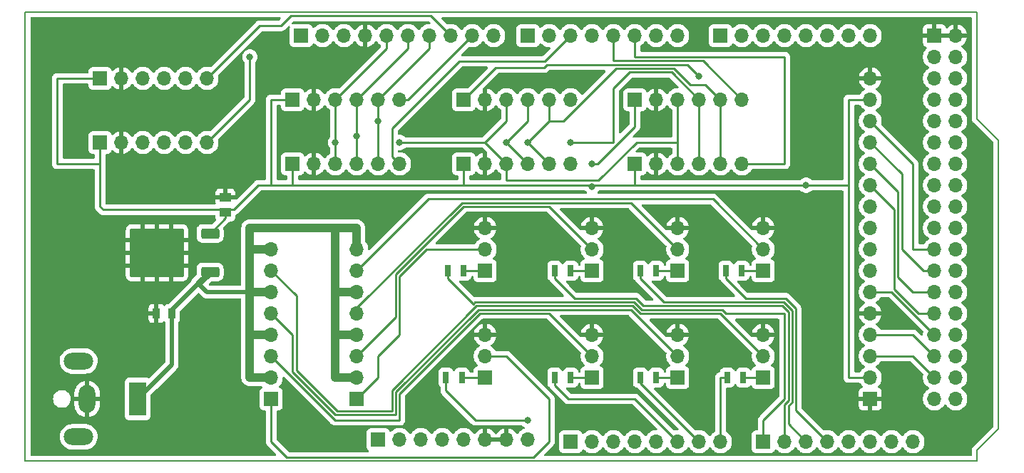
<source format=gbr>
%TF.GenerationSoftware,KiCad,Pcbnew,(7.0.0)*%
%TF.CreationDate,2023-03-06T13:52:23-05:00*%
%TF.ProjectId,warmingTray_v2,7761726d-696e-4675-9472-61795f76322e,rev?*%
%TF.SameCoordinates,Original*%
%TF.FileFunction,Copper,L1,Top*%
%TF.FilePolarity,Positive*%
%FSLAX46Y46*%
G04 Gerber Fmt 4.6, Leading zero omitted, Abs format (unit mm)*
G04 Created by KiCad (PCBNEW (7.0.0)) date 2023-03-06 13:52:23*
%MOMM*%
%LPD*%
G01*
G04 APERTURE LIST*
G04 Aperture macros list*
%AMRoundRect*
0 Rectangle with rounded corners*
0 $1 Rounding radius*
0 $2 $3 $4 $5 $6 $7 $8 $9 X,Y pos of 4 corners*
0 Add a 4 corners polygon primitive as box body*
4,1,4,$2,$3,$4,$5,$6,$7,$8,$9,$2,$3,0*
0 Add four circle primitives for the rounded corners*
1,1,$1+$1,$2,$3*
1,1,$1+$1,$4,$5*
1,1,$1+$1,$6,$7*
1,1,$1+$1,$8,$9*
0 Add four rect primitives between the rounded corners*
20,1,$1+$1,$2,$3,$4,$5,0*
20,1,$1+$1,$4,$5,$6,$7,0*
20,1,$1+$1,$6,$7,$8,$9,0*
20,1,$1+$1,$8,$9,$2,$3,0*%
G04 Aperture macros list end*
%TA.AperFunction,NonConductor*%
%ADD10C,0.200000*%
%TD*%
%TA.AperFunction,SMDPad,CuDef*%
%ADD11R,0.711200X1.346200*%
%TD*%
%TA.AperFunction,ComponentPad*%
%ADD12R,1.700000X1.700000*%
%TD*%
%TA.AperFunction,ComponentPad*%
%ADD13O,1.700000X1.700000*%
%TD*%
%TA.AperFunction,SMDPad,CuDef*%
%ADD14RoundRect,0.250000X0.850000X0.350000X-0.850000X0.350000X-0.850000X-0.350000X0.850000X-0.350000X0*%
%TD*%
%TA.AperFunction,SMDPad,CuDef*%
%ADD15RoundRect,0.250000X1.275000X1.125000X-1.275000X1.125000X-1.275000X-1.125000X1.275000X-1.125000X0*%
%TD*%
%TA.AperFunction,SMDPad,CuDef*%
%ADD16RoundRect,0.249997X2.950003X2.650003X-2.950003X2.650003X-2.950003X-2.650003X2.950003X-2.650003X0*%
%TD*%
%TA.AperFunction,SMDPad,CuDef*%
%ADD17R,1.346200X1.066800*%
%TD*%
%TA.AperFunction,SMDPad,CuDef*%
%ADD18R,0.855600X1.250000*%
%TD*%
%TA.AperFunction,ComponentPad*%
%ADD19R,2.000000X4.000000*%
%TD*%
%TA.AperFunction,ComponentPad*%
%ADD20O,2.000000X3.300000*%
%TD*%
%TA.AperFunction,ComponentPad*%
%ADD21O,3.500000X2.000000*%
%TD*%
%TA.AperFunction,ViaPad*%
%ADD22C,0.800000*%
%TD*%
%TA.AperFunction,Conductor*%
%ADD23C,0.500000*%
%TD*%
%TA.AperFunction,Conductor*%
%ADD24C,1.000000*%
%TD*%
%TA.AperFunction,Conductor*%
%ADD25C,0.750000*%
%TD*%
%TA.AperFunction,Conductor*%
%ADD26C,0.250000*%
%TD*%
G04 APERTURE END LIST*
D10*
X100330000Y-68326000D02*
X114300000Y-68326000D01*
X213360000Y-81026000D02*
X215900000Y-83566000D01*
X213360000Y-68326000D02*
X213360000Y-81026000D01*
X215900000Y-117856000D02*
X213360000Y-120396000D01*
X114300000Y-68326000D02*
X213360000Y-68326000D01*
X100330000Y-68326000D02*
X100330000Y-121666000D01*
X213360000Y-121666000D02*
X100330000Y-121666000D01*
X215900000Y-83566000D02*
X215900000Y-117856000D01*
X213360000Y-120396000D02*
X213360000Y-121666000D01*
D11*
%TO.P,R5,1*%
%TO.N,Net-(TR5-Pin_1)*%
X152171399Y-111759999D03*
%TO.P,R5,2*%
%TO.N,/A4*%
X150266399Y-111759999D03*
%TD*%
D12*
%TO.P,PAD5-1,1,Pin_1*%
%TO.N,/Pad5*%
X129539999Y-114299999D03*
D13*
%TO.P,PAD5-1,2,Pin_2*%
%TO.N,+12V*%
X129539999Y-111759999D03*
%TO.P,PAD5-1,3,Pin_3*%
%TO.N,/Pad6*%
X129539999Y-109219999D03*
%TO.P,PAD5-1,4,Pin_4*%
%TO.N,+12V*%
X129539999Y-106679999D03*
%TO.P,PAD5-1,5,Pin_5*%
%TO.N,/Pad7*%
X129539999Y-104139999D03*
%TO.P,PAD5-1,6,Pin_6*%
%TO.N,+12V*%
X129539999Y-101599999D03*
%TO.P,PAD5-1,7,Pin_7*%
%TO.N,/Pad8*%
X129539999Y-99059999D03*
%TO.P,PAD5-1,8,Pin_8*%
%TO.N,+12V*%
X129539999Y-96519999D03*
%TD*%
D12*
%TO.P,P1,1,Pin_1*%
%TO.N,unconnected-(P1-Pin_1-Pad1)*%
X142239999Y-119125999D03*
D13*
%TO.P,P1,2,Pin_2*%
%TO.N,/IOREF*%
X144779999Y-119125999D03*
%TO.P,P1,3,Pin_3*%
%TO.N,/RESET*%
X147319999Y-119125999D03*
%TO.P,P1,4,Pin_4*%
%TO.N,+3V3*%
X149859999Y-119125999D03*
%TO.P,P1,5,Pin_5*%
%TO.N,+5V*%
X152399999Y-119125999D03*
%TO.P,P1,6,Pin_6*%
%TO.N,GND*%
X154939999Y-119125999D03*
%TO.P,P1,7,Pin_7*%
X157479999Y-119125999D03*
%TO.P,P1,8,Pin_8*%
%TO.N,/VCC8*%
X160019999Y-119125999D03*
%TD*%
D12*
%TO.P,TR4,1,Pin_1*%
%TO.N,Net-(TR4-Pin_1)*%
X187959999Y-99059999D03*
D13*
%TO.P,TR4,2,Pin_2*%
%TO.N,/Pad4*%
X187959999Y-96519999D03*
%TO.P,TR4,3,Pin_3*%
%TO.N,GND*%
X187959999Y-93979999D03*
%TD*%
D12*
%TO.P,TR6,1,Pin_1*%
%TO.N,Net-(TR6-Pin_1)*%
X167639999Y-111759999D03*
D13*
%TO.P,TR6,2,Pin_2*%
%TO.N,/Pad6*%
X167639999Y-109219999D03*
%TO.P,TR6,3,Pin_3*%
%TO.N,GND*%
X167639999Y-106679999D03*
%TD*%
D14*
%TO.P,5VReg1,1,VI*%
%TO.N,+12V*%
X122275000Y-99195000D03*
D15*
%TO.P,5VReg1,2,GND*%
%TO.N,GND*%
X117650000Y-98440000D03*
X117650000Y-95390000D03*
D16*
X115975000Y-96915000D03*
D15*
X114300000Y-98440000D03*
X114300000Y-95390000D03*
D14*
%TO.P,5VReg1,3,VO*%
%TO.N,/VCC5*%
X122275000Y-94635000D03*
%TD*%
D12*
%TO.P,BO5,1,Pin_1*%
%TO.N,/VCC5*%
X109219999Y-83819999D03*
D13*
%TO.P,BO5,2,Pin_2*%
%TO.N,GND*%
X111759999Y-83819999D03*
%TO.P,BO5,3,Pin_3*%
%TO.N,/13(\u002A\u002A)*%
X114299999Y-83819999D03*
%TO.P,BO5,4,Pin_4*%
%TO.N,/12(\u002A\u002A)*%
X116839999Y-83819999D03*
%TO.P,BO5,5,Pin_5*%
%TO.N,/11(\u002A\u002A)*%
X119379999Y-83819999D03*
%TO.P,BO5,6,Pin_6*%
%TO.N,/7(\u002A\u002A)*%
X121919999Y-83819999D03*
%TD*%
D12*
%TO.P,TR5,1,Pin_1*%
%TO.N,Net-(TR5-Pin_1)*%
X154939999Y-111759999D03*
D13*
%TO.P,TR5,2,Pin_2*%
%TO.N,/Pad5*%
X154939999Y-109219999D03*
%TO.P,TR5,3,Pin_3*%
%TO.N,GND*%
X154939999Y-106679999D03*
%TD*%
D12*
%TO.P,BO8,1,Pin_1*%
%TO.N,/VCC5*%
X172719999Y-86359999D03*
D13*
%TO.P,BO8,2,Pin_2*%
%TO.N,GND*%
X175259999Y-86359999D03*
%TO.P,BO8,3,Pin_3*%
%TO.N,/13(\u002A\u002A)*%
X177799999Y-86359999D03*
%TO.P,BO8,4,Pin_4*%
%TO.N,/12(\u002A\u002A)*%
X180339999Y-86359999D03*
%TO.P,BO8,5,Pin_5*%
%TO.N,/11(\u002A\u002A)*%
X182879999Y-86359999D03*
%TO.P,BO8,6,Pin_6*%
%TO.N,/2(\u002A\u002A)*%
X185419999Y-86359999D03*
%TD*%
D12*
%TO.P,BO3,1,Pin_1*%
%TO.N,/VCC5*%
X152399999Y-78739999D03*
D13*
%TO.P,BO3,2,Pin_2*%
%TO.N,GND*%
X154939999Y-78739999D03*
%TO.P,BO3,3,Pin_3*%
%TO.N,/13(\u002A\u002A)*%
X157479999Y-78739999D03*
%TO.P,BO3,4,Pin_4*%
%TO.N,/12(\u002A\u002A)*%
X160019999Y-78739999D03*
%TO.P,BO3,5,Pin_5*%
%TO.N,/11(\u002A\u002A)*%
X162559999Y-78739999D03*
%TO.P,BO3,6,Pin_6*%
%TO.N,/8(\u002A\u002A)*%
X165099999Y-78739999D03*
%TD*%
D12*
%TO.P,TR1,1,Pin_1*%
%TO.N,Net-(TR1-Pin_1)*%
X154939999Y-99059999D03*
D13*
%TO.P,TR1,2,Pin_2*%
%TO.N,/Pad1*%
X154939999Y-96519999D03*
%TO.P,TR1,3,Pin_3*%
%TO.N,GND*%
X154939999Y-93979999D03*
%TD*%
D12*
%TO.P,BO7,1,Pin_1*%
%TO.N,/VCC5*%
X152399999Y-86359999D03*
D13*
%TO.P,BO7,2,Pin_2*%
%TO.N,GND*%
X154939999Y-86359999D03*
%TO.P,BO7,3,Pin_3*%
%TO.N,/13(\u002A\u002A)*%
X157479999Y-86359999D03*
%TO.P,BO7,4,Pin_4*%
%TO.N,/12(\u002A\u002A)*%
X160019999Y-86359999D03*
%TO.P,BO7,5,Pin_5*%
%TO.N,/11(\u002A\u002A)*%
X162559999Y-86359999D03*
%TO.P,BO7,6,Pin_6*%
%TO.N,/4(\u002A\u002A)*%
X165099999Y-86359999D03*
%TD*%
D12*
%TO.P,P4,1,Pin_1*%
%TO.N,GND*%
X208279999Y-71119999D03*
D13*
%TO.P,P4,2,Pin_2*%
X210819999Y-71119999D03*
%TO.P,P4,3,Pin_3*%
%TO.N,/52(SCK)*%
X208279999Y-73659999D03*
%TO.P,P4,4,Pin_4*%
%TO.N,/53(SS)*%
X210819999Y-73659999D03*
%TO.P,P4,5,Pin_5*%
%TO.N,/50*%
X208279999Y-76199999D03*
%TO.P,P4,6,Pin_6*%
%TO.N,/51(MOSI)*%
X210819999Y-76199999D03*
%TO.P,P4,7,Pin_7*%
%TO.N,/48*%
X208279999Y-78739999D03*
%TO.P,P4,8,Pin_8*%
%TO.N,/49*%
X210819999Y-78739999D03*
%TO.P,P4,9,Pin_9*%
%TO.N,/46*%
X208279999Y-81279999D03*
%TO.P,P4,10,Pin_10*%
%TO.N,/47*%
X210819999Y-81279999D03*
%TO.P,P4,11,Pin_11*%
%TO.N,/44*%
X208279999Y-83819999D03*
%TO.P,P4,12,Pin_12*%
%TO.N,/45*%
X210819999Y-83819999D03*
%TO.P,P4,13,Pin_13*%
%TO.N,/42*%
X208279999Y-86359999D03*
%TO.P,P4,14,Pin_14*%
%TO.N,/43*%
X210819999Y-86359999D03*
%TO.P,P4,15,Pin_15*%
%TO.N,/40*%
X208279999Y-88899999D03*
%TO.P,P4,16,Pin_16*%
%TO.N,/41*%
X210819999Y-88899999D03*
%TO.P,P4,17,Pin_17*%
%TO.N,/38*%
X208279999Y-91439999D03*
%TO.P,P4,18,Pin_18*%
%TO.N,/39*%
X210819999Y-91439999D03*
%TO.P,P4,19,Pin_19*%
%TO.N,/36*%
X208279999Y-93979999D03*
%TO.P,P4,20,Pin_20*%
%TO.N,/37*%
X210819999Y-93979999D03*
%TO.P,P4,21,Pin_21*%
%TO.N,/34*%
X208279999Y-96519999D03*
%TO.P,P4,22,Pin_22*%
%TO.N,/35*%
X210819999Y-96519999D03*
%TO.P,P4,23,Pin_23*%
%TO.N,/32*%
X208279999Y-99059999D03*
%TO.P,P4,24,Pin_24*%
%TO.N,/33*%
X210819999Y-99059999D03*
%TO.P,P4,25,Pin_25*%
%TO.N,/30*%
X208279999Y-101599999D03*
%TO.P,P4,26,Pin_26*%
%TO.N,/31*%
X210819999Y-101599999D03*
%TO.P,P4,27,Pin_27*%
%TO.N,/28*%
X208279999Y-104139999D03*
%TO.P,P4,28,Pin_28*%
%TO.N,/29*%
X210819999Y-104139999D03*
%TO.P,P4,29,Pin_29*%
%TO.N,/26*%
X208279999Y-106679999D03*
%TO.P,P4,30,Pin_30*%
%TO.N,/27*%
X210819999Y-106679999D03*
%TO.P,P4,31,Pin_31*%
%TO.N,/24*%
X208279999Y-109219999D03*
%TO.P,P4,32,Pin_32*%
%TO.N,/25*%
X210819999Y-109219999D03*
%TO.P,P4,33,Pin_33*%
%TO.N,/22*%
X208279999Y-111759999D03*
%TO.P,P4,34,Pin_34*%
%TO.N,/23*%
X210819999Y-111759999D03*
%TO.P,P4,35,Pin_35*%
%TO.N,+5V*%
X208279999Y-114299999D03*
%TO.P,P4,36,Pin_36*%
X210819999Y-114299999D03*
%TD*%
D11*
%TO.P,R4,1*%
%TO.N,Net-(TR4-Pin_1)*%
X185419999Y-99059999D03*
%TO.P,R4,2*%
%TO.N,/A11*%
X183514999Y-99059999D03*
%TD*%
%TO.P,R1,1*%
%TO.N,Net-(TR1-Pin_1)*%
X152399999Y-99059999D03*
%TO.P,R1,2*%
%TO.N,/A8*%
X150494999Y-99059999D03*
%TD*%
D12*
%TO.P,PAD1-1,1,Pin_1*%
%TO.N,/Pad1*%
X139699999Y-114299999D03*
D13*
%TO.P,PAD1-1,2,Pin_2*%
%TO.N,+12V*%
X139699999Y-111759999D03*
%TO.P,PAD1-1,3,Pin_3*%
%TO.N,/Pad2*%
X139699999Y-109219999D03*
%TO.P,PAD1-1,4,Pin_4*%
%TO.N,+12V*%
X139699999Y-106679999D03*
%TO.P,PAD1-1,5,Pin_5*%
%TO.N,/Pad3*%
X139699999Y-104139999D03*
%TO.P,PAD1-1,6,Pin_6*%
%TO.N,+12V*%
X139699999Y-101599999D03*
%TO.P,PAD1-1,7,Pin_7*%
%TO.N,/Pad4*%
X139699999Y-99059999D03*
%TO.P,PAD1-1,8,Pin_8*%
%TO.N,+12V*%
X139699999Y-96519999D03*
%TD*%
D17*
%TO.P,C2,1*%
%TO.N,GND*%
X124106399Y-90339099D03*
%TO.P,C2,2*%
%TO.N,/VCC5*%
X124106399Y-92142499D03*
%TD*%
D11*
%TO.P,R3,1*%
%TO.N,Net-(TR3-Pin_1)*%
X175259999Y-99059999D03*
%TO.P,R3,2*%
%TO.N,/A10*%
X173354999Y-99059999D03*
%TD*%
%TO.P,R2,1*%
%TO.N,Net-(TR2-Pin_1)*%
X165099999Y-99059999D03*
%TO.P,R2,2*%
%TO.N,/A9*%
X163194999Y-99059999D03*
%TD*%
%TO.P,R7,1*%
%TO.N,Net-(TR7-Pin_1)*%
X175259999Y-111759999D03*
%TO.P,R7,2*%
%TO.N,/A6*%
X173354999Y-111759999D03*
%TD*%
D12*
%TO.P,BO2,1,Pin_1*%
%TO.N,/VCC5*%
X132079999Y-78739999D03*
D13*
%TO.P,BO2,2,Pin_2*%
%TO.N,GND*%
X134619999Y-78739999D03*
%TO.P,BO2,3,Pin_3*%
%TO.N,/13(\u002A\u002A)*%
X137159999Y-78739999D03*
%TO.P,BO2,4,Pin_4*%
%TO.N,/12(\u002A\u002A)*%
X139699999Y-78739999D03*
%TO.P,BO2,5,Pin_5*%
%TO.N,/11(\u002A\u002A)*%
X142239999Y-78739999D03*
%TO.P,BO2,6,Pin_6*%
%TO.N,/9(\u002A\u002A)*%
X144779999Y-78739999D03*
%TD*%
D12*
%TO.P,TR3,1,Pin_1*%
%TO.N,Net-(TR3-Pin_1)*%
X177799999Y-99059999D03*
D13*
%TO.P,TR3,2,Pin_2*%
%TO.N,/Pad3*%
X177799999Y-96519999D03*
%TO.P,TR3,3,Pin_3*%
%TO.N,GND*%
X177799999Y-93979999D03*
%TD*%
D12*
%TO.P,BO1,1,Pin_1*%
%TO.N,/VCC5*%
X109219999Y-76199999D03*
D13*
%TO.P,BO1,2,Pin_2*%
%TO.N,GND*%
X111759999Y-76199999D03*
%TO.P,BO1,3,Pin_3*%
%TO.N,/13(\u002A\u002A)*%
X114299999Y-76199999D03*
%TO.P,BO1,4,Pin_4*%
%TO.N,/12(\u002A\u002A)*%
X116839999Y-76199999D03*
%TO.P,BO1,5,Pin_5*%
%TO.N,/11(\u002A\u002A)*%
X119379999Y-76199999D03*
%TO.P,BO1,6,Pin_6*%
%TO.N,/10(\u002A\u002A)*%
X121919999Y-76199999D03*
%TD*%
D11*
%TO.P,R8,1*%
%TO.N,Net-(TR8-Pin_1)*%
X185597799Y-111759999D03*
%TO.P,R8,2*%
%TO.N,/A7*%
X183692799Y-111759999D03*
%TD*%
D12*
%TO.P,P5,1,Pin_1*%
%TO.N,/SCL*%
X133095999Y-71119999D03*
D13*
%TO.P,P5,2,Pin_2*%
%TO.N,/SDA*%
X135635999Y-71119999D03*
%TO.P,P5,3,Pin_3*%
%TO.N,/AREF*%
X138175999Y-71119999D03*
%TO.P,P5,4,Pin_4*%
%TO.N,GND*%
X140715999Y-71119999D03*
%TO.P,P5,5,Pin_5*%
%TO.N,/13(\u002A\u002A)*%
X143255999Y-71119999D03*
%TO.P,P5,6,Pin_6*%
%TO.N,/12(\u002A\u002A)*%
X145795999Y-71119999D03*
%TO.P,P5,7,Pin_7*%
%TO.N,/11(\u002A\u002A)*%
X148335999Y-71119999D03*
%TO.P,P5,8,Pin_8*%
%TO.N,/10(\u002A\u002A)*%
X150875999Y-71119999D03*
%TO.P,P5,9,Pin_9*%
%TO.N,/9(\u002A\u002A)*%
X153415999Y-71119999D03*
%TO.P,P5,10,Pin_10*%
%TO.N,/8(\u002A\u002A)*%
X155955999Y-71119999D03*
%TD*%
D12*
%TO.P,TR7,1,Pin_1*%
%TO.N,Net-(TR7-Pin_1)*%
X177799999Y-111759999D03*
D13*
%TO.P,TR7,2,Pin_2*%
%TO.N,/Pad7*%
X177799999Y-109219999D03*
%TO.P,TR7,3,Pin_3*%
%TO.N,GND*%
X177799999Y-106679999D03*
%TD*%
D12*
%TO.P,P7,1,Pin_1*%
%TO.N,/14(Tx3)*%
X182879999Y-71119999D03*
D13*
%TO.P,P7,2,Pin_2*%
%TO.N,/15(Rx3)*%
X185419999Y-71119999D03*
%TO.P,P7,3,Pin_3*%
%TO.N,/16(Tx2)*%
X187959999Y-71119999D03*
%TO.P,P7,4,Pin_4*%
%TO.N,/17(Rx2)*%
X190499999Y-71119999D03*
%TO.P,P7,5,Pin_5*%
%TO.N,/18(Tx1)*%
X193039999Y-71119999D03*
%TO.P,P7,6,Pin_6*%
%TO.N,/19(Rx1)*%
X195579999Y-71119999D03*
%TO.P,P7,7,Pin_7*%
%TO.N,/20(SDA)*%
X198119999Y-71119999D03*
%TO.P,P7,8,Pin_8*%
%TO.N,/21(SCL)*%
X200659999Y-71119999D03*
%TD*%
D12*
%TO.P,TR8,1,Pin_1*%
%TO.N,Net-(TR8-Pin_1)*%
X187959999Y-111759999D03*
D13*
%TO.P,TR8,2,Pin_2*%
%TO.N,/Pad8*%
X187959999Y-109219999D03*
%TO.P,TR8,3,Pin_3*%
%TO.N,GND*%
X187959999Y-106679999D03*
%TD*%
D12*
%TO.P,LED1,1,Pin_1*%
%TO.N,GND*%
X200659999Y-114299999D03*
D13*
%TO.P,LED1,2,Pin_2*%
%TO.N,/VCC5*%
X200659999Y-111759999D03*
%TO.P,LED1,3,Pin_3*%
%TO.N,/22*%
X200659999Y-109219999D03*
%TO.P,LED1,4,Pin_4*%
%TO.N,/24*%
X200659999Y-106679999D03*
%TO.P,LED1,5,Pin_5*%
%TO.N,GND*%
X200659999Y-104139999D03*
%TO.P,LED1,6,Pin_6*%
%TO.N,/26*%
X200659999Y-101599999D03*
%TO.P,LED1,7,Pin_7*%
%TO.N,/LD0*%
X200659999Y-99059999D03*
%TO.P,LED1,8,Pin_8*%
%TO.N,/LD1*%
X200659999Y-96519999D03*
%TO.P,LED1,9,Pin_9*%
%TO.N,/LD2*%
X200659999Y-93979999D03*
%TO.P,LED1,10,Pin_10*%
%TO.N,/LD3*%
X200659999Y-91439999D03*
%TO.P,LED1,11,Pin_11*%
%TO.N,/28*%
X200659999Y-88899999D03*
%TO.P,LED1,12,Pin_12*%
%TO.N,/30*%
X200659999Y-86359999D03*
%TO.P,LED1,13,Pin_13*%
%TO.N,/32*%
X200659999Y-83819999D03*
%TO.P,LED1,14,Pin_14*%
%TO.N,/34*%
X200659999Y-81279999D03*
%TO.P,LED1,15,Pin_15*%
%TO.N,/VCC5*%
X200659999Y-78739999D03*
%TO.P,LED1,16,Pin_16*%
%TO.N,GND*%
X200659999Y-76199999D03*
%TD*%
D18*
%TO.P,C1,1*%
%TO.N,GND*%
X115912199Y-104139999D03*
%TO.P,C1,2*%
%TO.N,+12V*%
X117767799Y-104139999D03*
%TD*%
D12*
%TO.P,BO6,1,Pin_1*%
%TO.N,/VCC5*%
X132079999Y-86359999D03*
D13*
%TO.P,BO6,2,Pin_2*%
%TO.N,GND*%
X134619999Y-86359999D03*
%TO.P,BO6,3,Pin_3*%
%TO.N,/13(\u002A\u002A)*%
X137159999Y-86359999D03*
%TO.P,BO6,4,Pin_4*%
%TO.N,/12(\u002A\u002A)*%
X139699999Y-86359999D03*
%TO.P,BO6,5,Pin_5*%
%TO.N,/11(\u002A\u002A)*%
X142239999Y-86359999D03*
%TO.P,BO6,6,Pin_6*%
%TO.N,/5(\u002A\u002A)*%
X144779999Y-86359999D03*
%TD*%
D19*
%TO.P,J1,1*%
%TO.N,+12V*%
X113679999Y-114299999D03*
D20*
%TO.P,J1,2*%
%TO.N,GND*%
X107679999Y-114299999D03*
D21*
%TO.P,J1,MP*%
%TO.N,N/C*%
X106679999Y-109799999D03*
X106679999Y-118799999D03*
%TD*%
D11*
%TO.P,R6,1*%
%TO.N,Net-(TR6-Pin_1)*%
X165099999Y-111759999D03*
%TO.P,R6,2*%
%TO.N,/A5*%
X163194999Y-111759999D03*
%TD*%
D12*
%TO.P,P3,1,Pin_1*%
%TO.N,/A8*%
X187959999Y-119379999D03*
D13*
%TO.P,P3,2,Pin_2*%
%TO.N,/A9*%
X190499999Y-119379999D03*
%TO.P,P3,3,Pin_3*%
%TO.N,/A10*%
X193039999Y-119379999D03*
%TO.P,P3,4,Pin_4*%
%TO.N,/A11*%
X195579999Y-119379999D03*
%TO.P,P3,5,Pin_5*%
%TO.N,/A12*%
X198119999Y-119379999D03*
%TO.P,P3,6,Pin_6*%
%TO.N,/A13*%
X200659999Y-119379999D03*
%TO.P,P3,7,Pin_7*%
%TO.N,/A14*%
X203199999Y-119379999D03*
%TO.P,P3,8,Pin_8*%
%TO.N,/A15*%
X205739999Y-119379999D03*
%TD*%
D12*
%TO.P,TR2,1,Pin_1*%
%TO.N,Net-(TR2-Pin_1)*%
X167639999Y-99059999D03*
D13*
%TO.P,TR2,2,Pin_2*%
%TO.N,/Pad2*%
X167639999Y-96519999D03*
%TO.P,TR2,3,Pin_3*%
%TO.N,GND*%
X167639999Y-93979999D03*
%TD*%
D12*
%TO.P,P6,1,Pin_1*%
%TO.N,/7(\u002A\u002A)*%
X160019999Y-71119999D03*
D13*
%TO.P,P6,2,Pin_2*%
%TO.N,/6(\u002A\u002A)*%
X162559999Y-71119999D03*
%TO.P,P6,3,Pin_3*%
%TO.N,/5(\u002A\u002A)*%
X165099999Y-71119999D03*
%TO.P,P6,4,Pin_4*%
%TO.N,/4(\u002A\u002A)*%
X167639999Y-71119999D03*
%TO.P,P6,5,Pin_5*%
%TO.N,/3(\u002A\u002A)*%
X170179999Y-71119999D03*
%TO.P,P6,6,Pin_6*%
%TO.N,/2(\u002A\u002A)*%
X172719999Y-71119999D03*
%TO.P,P6,7,Pin_7*%
%TO.N,/1(Tx0)*%
X175259999Y-71119999D03*
%TO.P,P6,8,Pin_8*%
%TO.N,/0(Rx0)*%
X177799999Y-71119999D03*
%TD*%
D12*
%TO.P,P2,1,Pin_1*%
%TO.N,/A0*%
X165099999Y-119379999D03*
D13*
%TO.P,P2,2,Pin_2*%
%TO.N,/A1*%
X167639999Y-119379999D03*
%TO.P,P2,3,Pin_3*%
%TO.N,/A2*%
X170179999Y-119379999D03*
%TO.P,P2,4,Pin_4*%
%TO.N,/A3*%
X172719999Y-119379999D03*
%TO.P,P2,5,Pin_5*%
%TO.N,/A4*%
X175259999Y-119379999D03*
%TO.P,P2,6,Pin_6*%
%TO.N,/A5*%
X177799999Y-119379999D03*
%TO.P,P2,7,Pin_7*%
%TO.N,/A6*%
X180339999Y-119379999D03*
%TO.P,P2,8,Pin_8*%
%TO.N,/A7*%
X182879999Y-119379999D03*
%TD*%
D12*
%TO.P,BO4,1,Pin_1*%
%TO.N,/VCC5*%
X172719999Y-78739999D03*
D13*
%TO.P,BO4,2,Pin_2*%
%TO.N,GND*%
X175259999Y-78739999D03*
%TO.P,BO4,3,Pin_3*%
%TO.N,/13(\u002A\u002A)*%
X177799999Y-78739999D03*
%TO.P,BO4,4,Pin_4*%
%TO.N,/12(\u002A\u002A)*%
X180339999Y-78739999D03*
%TO.P,BO4,5,Pin_5*%
%TO.N,/11(\u002A\u002A)*%
X182879999Y-78739999D03*
%TO.P,BO4,6,Pin_6*%
%TO.N,/3(\u002A\u002A)*%
X185419999Y-78739999D03*
%TD*%
D22*
%TO.N,/VCC5*%
X167640000Y-89049500D03*
X180340000Y-75925500D03*
X167640000Y-86360000D03*
X193040000Y-88900000D03*
%TO.N,/A4*%
X160020000Y-116840000D03*
%TO.N,/13(\u002A\u002A)*%
X144780000Y-83820000D03*
X137160000Y-83820000D03*
%TO.N,/12(\u002A\u002A)*%
X165100000Y-83820000D03*
X139700000Y-83095500D03*
X157480000Y-83820000D03*
%TO.N,/11(\u002A\u002A)*%
X160020000Y-83820000D03*
X142240000Y-81280000D03*
%TO.N,/7(\u002A\u002A)*%
X127000000Y-73660000D03*
%TD*%
D23*
%TO.N,+12V*%
X117767100Y-103702900D02*
X120895000Y-100575000D01*
D24*
X127000000Y-106680000D02*
X129540000Y-106680000D01*
X137160000Y-106680000D02*
X139700000Y-106680000D01*
X127000000Y-93980000D02*
X137160000Y-93980000D01*
D25*
X120895000Y-100575000D02*
X122275000Y-99195000D01*
D23*
X120895000Y-100575000D02*
X121920000Y-101600000D01*
D24*
X127000000Y-96520000D02*
X127000000Y-93980000D01*
X139700000Y-93980000D02*
X139700000Y-96520000D01*
X127000000Y-96520000D02*
X129540000Y-96520000D01*
D23*
X113680000Y-114300000D02*
X117767100Y-110212900D01*
D24*
X127000000Y-101600000D02*
X129540000Y-101600000D01*
X137160000Y-111760000D02*
X139700000Y-111760000D01*
X137160000Y-101600000D02*
X139700000Y-101600000D01*
D23*
X121920000Y-101600000D02*
X127000000Y-101600000D01*
X117767100Y-110212900D02*
X117767100Y-104140000D01*
D24*
X127000000Y-96520000D02*
X127000000Y-101600000D01*
X127000000Y-101600000D02*
X127000000Y-106680000D01*
X137160000Y-93980000D02*
X137160000Y-111760000D01*
X127000000Y-106680000D02*
X127000000Y-111760000D01*
X137160000Y-93980000D02*
X139700000Y-93980000D01*
X127000000Y-111760000D02*
X129540000Y-111760000D01*
D26*
X117767100Y-104140000D02*
X117767100Y-103702900D01*
%TO.N,/VCC5*%
X168276396Y-86360000D02*
X167640000Y-86360000D01*
X129540000Y-78740000D02*
X132080000Y-78740000D01*
X162296396Y-74560000D02*
X161926396Y-74930000D01*
X104140000Y-86360000D02*
X104140000Y-76200000D01*
X124106400Y-92803600D02*
X122275000Y-94635000D01*
X125116400Y-91793600D02*
X128010000Y-88900000D01*
X156210000Y-74930000D02*
X152400000Y-78740000D01*
X152400000Y-88900000D02*
X152400000Y-86360000D01*
X124106400Y-91793600D02*
X109573600Y-91793600D01*
X161926396Y-74930000D02*
X156210000Y-74930000D01*
X109220000Y-86360000D02*
X104140000Y-86360000D01*
X172720000Y-81916396D02*
X168276396Y-86360000D01*
X132080000Y-88900000D02*
X129540000Y-88900000D01*
X198120000Y-111760000D02*
X200660000Y-111760000D01*
X193040000Y-88900000D02*
X198120000Y-88900000D01*
X109573600Y-91793600D02*
X109220000Y-91440000D01*
X180340000Y-75925500D02*
X178974500Y-74560000D01*
X172720000Y-86360000D02*
X172720000Y-88900000D01*
X172720000Y-78740000D02*
X172720000Y-81916396D01*
X129540000Y-88900000D02*
X129540000Y-78740000D01*
X198120000Y-88900000D02*
X198120000Y-78740000D01*
X198120000Y-88900000D02*
X198120000Y-111760000D01*
X124106400Y-91793600D02*
X125116400Y-91793600D01*
X109220000Y-91440000D02*
X109220000Y-86360000D01*
X152400000Y-88900000D02*
X193040000Y-88900000D01*
X198120000Y-78740000D02*
X200660000Y-78740000D01*
X104140000Y-76200000D02*
X109220000Y-76200000D01*
X178974500Y-74560000D02*
X162296396Y-74560000D01*
X132080000Y-88900000D02*
X152400000Y-88900000D01*
X129540000Y-88900000D02*
X128010000Y-88900000D01*
X132080000Y-88900000D02*
X132080000Y-86360000D01*
X109220000Y-86360000D02*
X109220000Y-83820000D01*
X124106400Y-91793600D02*
X124106400Y-92803600D01*
%TO.N,/10(\u002A\u002A)*%
X121920000Y-76200000D02*
X128175000Y-69945000D01*
X148507000Y-68751000D02*
X150876000Y-71120000D01*
X128175000Y-69945000D02*
X130715000Y-69945000D01*
X131909000Y-68751000D02*
X148507000Y-68751000D01*
X130715000Y-69945000D02*
X131909000Y-68751000D01*
%TO.N,/22*%
X200660000Y-109220000D02*
X205740000Y-109220000D01*
X205740000Y-109220000D02*
X208280000Y-111760000D01*
%TO.N,/24*%
X205740000Y-106680000D02*
X208280000Y-109220000D01*
X200660000Y-106680000D02*
X205740000Y-106680000D01*
%TO.N,/26*%
X200660000Y-101600000D02*
X203200000Y-101600000D01*
X203200000Y-101600000D02*
X208280000Y-106680000D01*
%TO.N,/28*%
X206376396Y-104140000D02*
X208280000Y-104140000D01*
X200660000Y-88900000D02*
X203518198Y-91758198D01*
X203518198Y-101281802D02*
X206376396Y-104140000D01*
X203518198Y-91758198D02*
X203518198Y-101281802D01*
%TO.N,/30*%
X203968198Y-89668198D02*
X203968198Y-99828198D01*
X205740000Y-101600000D02*
X208280000Y-101600000D01*
X200660000Y-86360000D02*
X203968198Y-89668198D01*
X203968198Y-99828198D02*
X205740000Y-101600000D01*
%TO.N,/32*%
X206958198Y-99060000D02*
X208280000Y-99060000D01*
X200660000Y-83820000D02*
X204418198Y-87578198D01*
X204418198Y-96520000D02*
X206958198Y-99060000D01*
X204418198Y-87578198D02*
X204418198Y-96520000D01*
%TO.N,/Pad1*%
X142240000Y-109220000D02*
X144780000Y-106680000D01*
X142240000Y-111760000D02*
X142240000Y-109220000D01*
X147956396Y-96520000D02*
X154940000Y-96520000D01*
X139700000Y-114300000D02*
X142240000Y-111760000D01*
X144780000Y-106680000D02*
X144780000Y-99696396D01*
X144780000Y-99696396D02*
X147956396Y-96520000D01*
%TO.N,/Pad2*%
X152400000Y-91440000D02*
X162560000Y-91440000D01*
X144330000Y-104590000D02*
X144330000Y-99510000D01*
X139700000Y-109220000D02*
X144330000Y-104590000D01*
X162560000Y-91440000D02*
X167640000Y-96520000D01*
X144330000Y-99510000D02*
X152400000Y-91440000D01*
%TO.N,/Pad3*%
X139700000Y-103503604D02*
X152213604Y-90990000D01*
X139700000Y-104140000D02*
X139700000Y-103503604D01*
X152213604Y-90990000D02*
X172270000Y-90990000D01*
X172270000Y-90990000D02*
X177800000Y-96520000D01*
%TO.N,/Pad4*%
X181980000Y-90540000D02*
X187960000Y-96520000D01*
X148220000Y-90540000D02*
X181980000Y-90540000D01*
X139700000Y-99060000D02*
X148220000Y-90540000D01*
%TO.N,/Pad5*%
X131401000Y-121241000D02*
X129540000Y-119380000D01*
X162560000Y-119380000D02*
X160699000Y-121241000D01*
X160699000Y-121241000D02*
X131401000Y-121241000D01*
X162560000Y-114300000D02*
X162560000Y-119380000D01*
X157480000Y-109220000D02*
X162560000Y-114300000D01*
X129540000Y-119380000D02*
X129540000Y-114300000D01*
X154940000Y-109220000D02*
X157480000Y-109220000D01*
%TO.N,/Pad6*%
X144780000Y-113666396D02*
X154306396Y-104140000D01*
X162560000Y-104140000D02*
X167640000Y-109220000D01*
X144780000Y-116840000D02*
X144780000Y-113666396D01*
X154306396Y-104140000D02*
X162560000Y-104140000D01*
X137160000Y-116840000D02*
X144780000Y-116840000D01*
X129540000Y-109220000D02*
X137160000Y-116840000D01*
%TO.N,/Pad7*%
X132080000Y-111123604D02*
X137160000Y-116203604D01*
X172270000Y-103690000D02*
X177800000Y-109220000D01*
X154120000Y-103690000D02*
X172270000Y-103690000D01*
X144330000Y-113480000D02*
X154120000Y-103690000D01*
X129540000Y-104140000D02*
X132080000Y-106680000D01*
X132080000Y-106680000D02*
X132080000Y-111123604D01*
X144330000Y-116203604D02*
X144330000Y-113480000D01*
X137160000Y-116203604D02*
X144330000Y-116203604D01*
%TO.N,/Pad8*%
X129540000Y-99060000D02*
X132530000Y-102050000D01*
X143880000Y-113293604D02*
X153933604Y-103240000D01*
X153933604Y-103240000D02*
X172456396Y-103240000D01*
X173356396Y-104140000D02*
X182880000Y-104140000D01*
X182880000Y-104140000D02*
X187960000Y-109220000D01*
X132530000Y-102050000D02*
X132530000Y-110937208D01*
X172456396Y-103240000D02*
X173356396Y-104140000D01*
X137346396Y-115753604D02*
X143880000Y-115753604D01*
X143880000Y-115753604D02*
X143880000Y-113293604D01*
X132530000Y-110937208D02*
X137346396Y-115753604D01*
%TO.N,/A4*%
X153801000Y-116840000D02*
X160020000Y-116840000D01*
X150266400Y-113305400D02*
X153801000Y-116840000D01*
X150266400Y-113305400D02*
X150266400Y-111760000D01*
%TO.N,/A5*%
X164811900Y-114300000D02*
X172720000Y-114300000D01*
X163195000Y-111760000D02*
X163195000Y-112683100D01*
X163195000Y-112683100D02*
X164811900Y-114300000D01*
X172720000Y-114300000D02*
X177800000Y-119380000D01*
%TO.N,/A6*%
X173355000Y-112395000D02*
X180340000Y-119380000D01*
X173355000Y-111760000D02*
X173355000Y-112395000D01*
%TO.N,/A7*%
X183692800Y-111760000D02*
X182880000Y-111760000D01*
X182880000Y-111760000D02*
X182880000Y-119380000D01*
%TO.N,/A8*%
X187960000Y-116840000D02*
X187960000Y-119380000D01*
X172642792Y-102790000D02*
X173542792Y-103690000D01*
X183516396Y-104140000D02*
X190500000Y-104140000D01*
X173542792Y-103690000D02*
X183066396Y-103690000D01*
X150495000Y-99060000D02*
X150495000Y-99983100D01*
X150495000Y-99983100D02*
X153524554Y-103012654D01*
X190500000Y-114300000D02*
X187960000Y-116840000D01*
X183066396Y-103690000D02*
X183516396Y-104140000D01*
X153747208Y-102790000D02*
X172642792Y-102790000D01*
X153524554Y-103012654D02*
X153747208Y-102790000D01*
X190500000Y-104140000D02*
X190500000Y-114300000D01*
%TO.N,/A9*%
X190236396Y-103240000D02*
X190950000Y-103953604D01*
X163195000Y-99060000D02*
X163195000Y-99983100D01*
X173729188Y-103240000D02*
X190236396Y-103240000D01*
X190500000Y-114936396D02*
X190500000Y-119380000D01*
X190950000Y-114486396D02*
X190500000Y-114936396D01*
X190950000Y-103953604D02*
X190950000Y-114486396D01*
X172829188Y-102340000D02*
X173729188Y-103240000D01*
X163195000Y-99983100D02*
X165551900Y-102340000D01*
X165551900Y-102340000D02*
X172829188Y-102340000D01*
%TO.N,/A10*%
X176161900Y-102790000D02*
X190422792Y-102790000D01*
X190950000Y-117290000D02*
X193040000Y-119380000D01*
X173355000Y-99060000D02*
X173355000Y-99983100D01*
X190950000Y-115122792D02*
X190950000Y-117290000D01*
X191400000Y-114672792D02*
X190950000Y-115122792D01*
X173355000Y-99983100D02*
X176161900Y-102790000D01*
X191400000Y-103767208D02*
X191400000Y-114672792D01*
X190422792Y-102790000D02*
X191400000Y-103767208D01*
%TO.N,/A11*%
X190609188Y-102340000D02*
X191850000Y-103580812D01*
X185871900Y-102340000D02*
X190609188Y-102340000D01*
X191850000Y-103580812D02*
X191850000Y-115650000D01*
X191850000Y-115650000D02*
X195580000Y-119380000D01*
X183515000Y-99983100D02*
X185871900Y-102340000D01*
X183515000Y-99060000D02*
X183515000Y-99983100D01*
%TO.N,/34*%
X205740000Y-86360000D02*
X205740000Y-96520000D01*
X200660000Y-81280000D02*
X205740000Y-86360000D01*
X205740000Y-96520000D02*
X208280000Y-96520000D01*
%TO.N,/13(\u002A\u002A)*%
X177800000Y-83820000D02*
X172910000Y-83820000D01*
X154940000Y-83820000D02*
X144780000Y-83820000D01*
X172910000Y-83820000D02*
X168405000Y-88325000D01*
X157480000Y-81280000D02*
X157480000Y-78740000D01*
X168405000Y-88325000D02*
X157480000Y-88325000D01*
X177800000Y-78740000D02*
X177800000Y-83820000D01*
X154940000Y-83820000D02*
X157480000Y-81280000D01*
X143256000Y-72644000D02*
X143256000Y-71120000D01*
X137160000Y-78740000D02*
X143256000Y-72644000D01*
X157480000Y-86360000D02*
X154940000Y-83820000D01*
X157480000Y-88325000D02*
X157480000Y-86360000D01*
X137160000Y-83820000D02*
X137160000Y-78740000D01*
X137160000Y-86360000D02*
X137160000Y-83820000D01*
X177800000Y-83820000D02*
X177800000Y-86360000D01*
%TO.N,/12(\u002A\u002A)*%
X180340000Y-78740000D02*
X180340000Y-86360000D01*
X180340000Y-78740000D02*
X177060000Y-75460000D01*
X172095000Y-75460000D02*
X170180000Y-77375000D01*
X139700000Y-78740000D02*
X145796000Y-72644000D01*
X145796000Y-72644000D02*
X145796000Y-71120000D01*
X160020000Y-86360000D02*
X157480000Y-83820000D01*
X177060000Y-75460000D02*
X172095000Y-75460000D01*
X160020000Y-78740000D02*
X160020000Y-81280000D01*
X139700000Y-86360000D02*
X139700000Y-78740000D01*
X170180000Y-83820000D02*
X165100000Y-83820000D01*
X160020000Y-81280000D02*
X157480000Y-83820000D01*
X170180000Y-77375000D02*
X170180000Y-83820000D01*
%TO.N,/11(\u002A\u002A)*%
X182880000Y-78740000D02*
X181102000Y-76962000D01*
X177372000Y-75010000D02*
X170491701Y-75010000D01*
X182880000Y-78740000D02*
X182880000Y-86360000D01*
X170491701Y-75010000D02*
X164221701Y-81280000D01*
X179324000Y-76962000D02*
X177372000Y-75010000D01*
X162560000Y-81280000D02*
X160020000Y-83820000D01*
X148336000Y-72644000D02*
X148336000Y-71120000D01*
X142240000Y-78740000D02*
X148336000Y-72644000D01*
X162560000Y-86360000D02*
X160020000Y-83820000D01*
X162560000Y-78740000D02*
X162560000Y-81280000D01*
X181102000Y-76962000D02*
X179324000Y-76962000D01*
X142240000Y-86360000D02*
X142240000Y-78740000D01*
X164221701Y-81280000D02*
X162560000Y-81280000D01*
%TO.N,/9(\u002A\u002A)*%
X144780000Y-78740000D02*
X145796000Y-78740000D01*
X145796000Y-78740000D02*
X153416000Y-71120000D01*
%TO.N,/7(\u002A\u002A)*%
X127000000Y-78740000D02*
X121920000Y-83820000D01*
X127000000Y-73660000D02*
X127000000Y-78740000D01*
%TO.N,/5(\u002A\u002A)*%
X143930000Y-82130000D02*
X151892000Y-74168000D01*
X162052000Y-74168000D02*
X165100000Y-71120000D01*
X151892000Y-74168000D02*
X162052000Y-74168000D01*
X144780000Y-86360000D02*
X143930000Y-85510000D01*
X143930000Y-85510000D02*
X143930000Y-82130000D01*
%TO.N,/3(\u002A\u002A)*%
X170180000Y-74110000D02*
X170180000Y-71120000D01*
X185420000Y-78740000D02*
X180790000Y-74110000D01*
X180790000Y-74110000D02*
X170180000Y-74110000D01*
%TO.N,/2(\u002A\u002A)*%
X185420000Y-86360000D02*
X190500000Y-86360000D01*
X172720000Y-73660000D02*
X172720000Y-71120000D01*
X190500000Y-73660000D02*
X172720000Y-73660000D01*
X190500000Y-86360000D02*
X190500000Y-73660000D01*
%TO.N,Net-(TR1-Pin_1)*%
X152400000Y-99060000D02*
X154940000Y-99060000D01*
%TO.N,Net-(TR2-Pin_1)*%
X165100000Y-99060000D02*
X167640000Y-99060000D01*
%TO.N,Net-(TR3-Pin_1)*%
X175260000Y-99060000D02*
X177800000Y-99060000D01*
%TO.N,Net-(TR4-Pin_1)*%
X185420000Y-99060000D02*
X187960000Y-99060000D01*
%TO.N,Net-(TR5-Pin_1)*%
X152171400Y-111760000D02*
X154940000Y-111760000D01*
%TO.N,Net-(TR6-Pin_1)*%
X165100000Y-111760000D02*
X167640000Y-111760000D01*
%TO.N,Net-(TR7-Pin_1)*%
X175260000Y-111760000D02*
X177800000Y-111760000D01*
%TO.N,Net-(TR8-Pin_1)*%
X185597800Y-111760000D02*
X187960000Y-111760000D01*
%TD*%
%TA.AperFunction,Conductor*%
%TO.N,GND*%
G36*
X212689500Y-68951113D02*
G01*
X212734887Y-68996500D01*
X212751500Y-69058500D01*
X212751500Y-80977996D01*
X212750439Y-80994178D01*
X212746250Y-81026000D01*
X212751500Y-81065880D01*
X212751500Y-81065885D01*
X212761351Y-81140708D01*
X212767162Y-81184851D01*
X212770269Y-81192352D01*
X212770271Y-81192359D01*
X212823230Y-81320212D01*
X212828476Y-81332876D01*
X212901523Y-81428072D01*
X212901525Y-81428074D01*
X212926013Y-81459987D01*
X212951481Y-81479529D01*
X212963672Y-81490221D01*
X215255181Y-83781730D01*
X215282061Y-83821958D01*
X215291500Y-83869411D01*
X215291500Y-117552589D01*
X215282061Y-117600042D01*
X215255181Y-117640270D01*
X212963670Y-119931779D01*
X212951480Y-119942470D01*
X212932460Y-119957065D01*
X212932456Y-119957068D01*
X212926013Y-119962013D01*
X212921068Y-119968456D01*
X212921065Y-119968460D01*
X212901525Y-119993925D01*
X212901522Y-119993927D01*
X212901523Y-119993928D01*
X212833422Y-120082677D01*
X212833418Y-120082682D01*
X212828476Y-120089124D01*
X212825367Y-120096629D01*
X212825365Y-120096633D01*
X212773190Y-120222595D01*
X212770269Y-120229646D01*
X212770267Y-120229651D01*
X212767162Y-120237150D01*
X212766102Y-120245199D01*
X212766101Y-120245204D01*
X212752771Y-120346463D01*
X212751500Y-120356115D01*
X212751500Y-120356120D01*
X212746250Y-120396000D01*
X212750439Y-120427819D01*
X212751500Y-120444004D01*
X212751500Y-120933500D01*
X212734887Y-120995500D01*
X212689500Y-121040887D01*
X212627500Y-121057500D01*
X162077766Y-121057500D01*
X162021471Y-121043985D01*
X161977448Y-121006385D01*
X161955293Y-120952898D01*
X161959835Y-120895182D01*
X161990085Y-120845819D01*
X162228404Y-120607500D01*
X162952212Y-119883690D01*
X162960550Y-119876104D01*
X162967018Y-119872000D01*
X163013706Y-119822279D01*
X163016324Y-119819578D01*
X163036134Y-119799770D01*
X163038664Y-119796508D01*
X163046244Y-119787630D01*
X163076586Y-119755321D01*
X163086422Y-119737427D01*
X163097098Y-119721174D01*
X163109613Y-119705041D01*
X163120291Y-119680364D01*
X163127206Y-119664385D01*
X163132341Y-119653900D01*
X163153695Y-119615060D01*
X163158773Y-119595283D01*
X163165078Y-119576869D01*
X163173181Y-119558145D01*
X163180111Y-119514384D01*
X163182481Y-119502943D01*
X163193500Y-119460030D01*
X163193500Y-119439609D01*
X163195027Y-119420212D01*
X163195700Y-119415961D01*
X163198219Y-119400057D01*
X163194049Y-119355950D01*
X163193500Y-119344282D01*
X163193500Y-114378847D01*
X163194031Y-114367562D01*
X163195702Y-114360091D01*
X163193560Y-114291968D01*
X163193500Y-114288074D01*
X163193500Y-114264044D01*
X163193500Y-114260144D01*
X163192983Y-114256058D01*
X163192065Y-114244399D01*
X163190674Y-114200111D01*
X163184974Y-114180494D01*
X163181033Y-114161461D01*
X163178474Y-114141203D01*
X163162165Y-114100012D01*
X163158380Y-114088958D01*
X163155996Y-114080751D01*
X163146018Y-114046407D01*
X163135619Y-114028824D01*
X163127070Y-114011371D01*
X163119552Y-113992383D01*
X163093503Y-113956530D01*
X163087098Y-113946779D01*
X163068514Y-113915355D01*
X163064542Y-113908638D01*
X163050107Y-113894202D01*
X163037470Y-113879407D01*
X163025472Y-113862893D01*
X163019460Y-113857920D01*
X163019457Y-113857916D01*
X162991325Y-113834643D01*
X162982685Y-113826781D01*
X157983695Y-108827790D01*
X157976103Y-108819448D01*
X157972000Y-108812982D01*
X157922316Y-108766326D01*
X157919550Y-108763645D01*
X157902527Y-108746622D01*
X157899770Y-108743865D01*
X157896486Y-108741317D01*
X157887624Y-108733746D01*
X157861009Y-108708754D01*
X157861003Y-108708749D01*
X157855321Y-108703414D01*
X157848488Y-108699658D01*
X157848482Y-108699653D01*
X157837429Y-108693576D01*
X157821174Y-108682899D01*
X157811209Y-108675170D01*
X157811206Y-108675168D01*
X157805041Y-108670386D01*
X157764376Y-108652789D01*
X157753884Y-108647649D01*
X157721896Y-108630063D01*
X157721894Y-108630062D01*
X157715060Y-108626305D01*
X157695284Y-108621227D01*
X157676881Y-108614926D01*
X157665309Y-108609918D01*
X157665301Y-108609915D01*
X157658145Y-108606819D01*
X157650440Y-108605598D01*
X157650438Y-108605598D01*
X157614381Y-108599887D01*
X157602955Y-108597521D01*
X157560030Y-108586500D01*
X157552228Y-108586500D01*
X157539615Y-108586500D01*
X157520217Y-108584973D01*
X157507766Y-108583001D01*
X157500057Y-108581780D01*
X157492291Y-108582514D01*
X157492288Y-108582514D01*
X157455942Y-108585950D01*
X157444273Y-108586500D01*
X156215956Y-108586500D01*
X156156938Y-108571555D01*
X156112147Y-108530321D01*
X156018529Y-108387027D01*
X156018523Y-108387019D01*
X156015722Y-108382732D01*
X156012246Y-108378956D01*
X155866711Y-108220864D01*
X155866708Y-108220861D01*
X155863240Y-108217094D01*
X155850597Y-108207253D01*
X155689623Y-108081960D01*
X155689615Y-108081955D01*
X155685576Y-108078811D01*
X155681071Y-108076373D01*
X155681065Y-108076369D01*
X155642305Y-108055394D01*
X155596665Y-108012844D01*
X155577526Y-107953454D01*
X155589734Y-107892263D01*
X155630198Y-107844764D01*
X155806643Y-107721215D01*
X155814909Y-107714278D01*
X155974278Y-107554909D01*
X155981215Y-107546643D01*
X156110498Y-107362008D01*
X156115886Y-107352676D01*
X156211143Y-107148397D01*
X156214831Y-107138263D01*
X156266943Y-106943780D01*
X156267311Y-106932551D01*
X156256369Y-106930000D01*
X153623631Y-106930000D01*
X153612688Y-106932551D01*
X153613056Y-106943780D01*
X153665168Y-107138263D01*
X153668856Y-107148397D01*
X153764113Y-107352676D01*
X153769501Y-107362008D01*
X153898784Y-107546643D01*
X153905721Y-107554909D01*
X154065090Y-107714278D01*
X154073356Y-107721215D01*
X154249801Y-107844764D01*
X154290264Y-107892263D01*
X154302473Y-107953454D01*
X154283334Y-108012844D01*
X154237695Y-108055393D01*
X154198939Y-108076366D01*
X154198924Y-108076375D01*
X154194424Y-108078811D01*
X154190389Y-108081951D01*
X154190376Y-108081960D01*
X154020801Y-108213948D01*
X154020795Y-108213952D01*
X154016760Y-108217094D01*
X154013297Y-108220855D01*
X154013288Y-108220864D01*
X153867753Y-108378956D01*
X153867747Y-108378963D01*
X153864278Y-108382732D01*
X153861481Y-108387012D01*
X153861474Y-108387022D01*
X153773809Y-108521205D01*
X153741140Y-108571209D01*
X153739085Y-108575892D01*
X153739080Y-108575903D01*
X153652764Y-108772687D01*
X153650704Y-108777384D01*
X153649446Y-108782349D01*
X153649445Y-108782354D01*
X153596695Y-108990657D01*
X153596693Y-108990666D01*
X153595436Y-108995632D01*
X153595012Y-109000741D01*
X153595011Y-109000751D01*
X153579145Y-109192233D01*
X153576844Y-109220000D01*
X153577268Y-109225117D01*
X153595011Y-109439248D01*
X153595012Y-109439256D01*
X153595436Y-109444368D01*
X153596693Y-109449335D01*
X153596695Y-109449342D01*
X153640757Y-109623337D01*
X153650704Y-109662616D01*
X153652763Y-109667309D01*
X153652764Y-109667312D01*
X153739080Y-109864096D01*
X153739083Y-109864101D01*
X153741140Y-109868791D01*
X153784421Y-109935038D01*
X153861474Y-110052977D01*
X153861477Y-110052981D01*
X153864278Y-110057268D01*
X154009492Y-110215011D01*
X154038264Y-110267760D01*
X154038857Y-110327847D01*
X154011131Y-110381157D01*
X153961596Y-110415172D01*
X153852109Y-110456009D01*
X153852101Y-110456013D01*
X153843796Y-110459111D01*
X153836698Y-110464423D01*
X153836695Y-110464426D01*
X153733835Y-110541426D01*
X153733831Y-110541429D01*
X153726739Y-110546739D01*
X153721429Y-110553831D01*
X153721426Y-110553835D01*
X153644426Y-110656695D01*
X153644423Y-110656698D01*
X153639111Y-110663796D01*
X153636013Y-110672099D01*
X153636011Y-110672105D01*
X153590719Y-110793536D01*
X153590717Y-110793543D01*
X153588011Y-110800799D01*
X153587182Y-110808500D01*
X153587182Y-110808505D01*
X153582540Y-110851687D01*
X153581500Y-110861362D01*
X153581500Y-110864672D01*
X153581500Y-111002500D01*
X153564887Y-111064500D01*
X153519500Y-111109887D01*
X153457500Y-111126500D01*
X153156370Y-111126500D01*
X153098242Y-111112031D01*
X153053679Y-111072002D01*
X153033080Y-111015754D01*
X153029817Y-110985405D01*
X153028989Y-110977699D01*
X152977889Y-110840696D01*
X152890261Y-110723639D01*
X152878950Y-110715172D01*
X152780304Y-110641326D01*
X152780303Y-110641325D01*
X152773204Y-110636011D01*
X152764896Y-110632912D01*
X152764894Y-110632911D01*
X152643463Y-110587619D01*
X152643458Y-110587617D01*
X152636201Y-110584911D01*
X152628497Y-110584082D01*
X152628494Y-110584082D01*
X152578924Y-110578753D01*
X152578918Y-110578752D01*
X152575638Y-110578400D01*
X151767162Y-110578400D01*
X151763882Y-110578752D01*
X151763875Y-110578753D01*
X151714305Y-110584082D01*
X151714300Y-110584082D01*
X151706599Y-110584911D01*
X151699343Y-110587617D01*
X151699336Y-110587619D01*
X151577905Y-110632911D01*
X151577899Y-110632913D01*
X151569596Y-110636011D01*
X151562498Y-110641323D01*
X151562495Y-110641326D01*
X151459635Y-110718326D01*
X151459631Y-110718329D01*
X151452539Y-110723639D01*
X151447229Y-110730731D01*
X151447226Y-110730735D01*
X151370226Y-110833595D01*
X151370223Y-110833598D01*
X151364911Y-110840696D01*
X151361813Y-110849001D01*
X151361808Y-110849011D01*
X151335081Y-110920669D01*
X151301432Y-110969879D01*
X151248707Y-110997699D01*
X151189093Y-110997699D01*
X151136368Y-110969879D01*
X151102719Y-110920669D01*
X151075991Y-110849011D01*
X151075988Y-110849005D01*
X151072889Y-110840696D01*
X150985261Y-110723639D01*
X150973950Y-110715172D01*
X150875304Y-110641326D01*
X150875303Y-110641325D01*
X150868204Y-110636011D01*
X150859896Y-110632912D01*
X150859894Y-110632911D01*
X150738463Y-110587619D01*
X150738458Y-110587617D01*
X150731201Y-110584911D01*
X150723497Y-110584082D01*
X150723494Y-110584082D01*
X150673924Y-110578753D01*
X150673918Y-110578752D01*
X150670638Y-110578400D01*
X149862162Y-110578400D01*
X149858882Y-110578752D01*
X149858875Y-110578753D01*
X149809305Y-110584082D01*
X149809300Y-110584082D01*
X149801599Y-110584911D01*
X149794343Y-110587617D01*
X149794336Y-110587619D01*
X149672905Y-110632911D01*
X149672899Y-110632913D01*
X149664596Y-110636011D01*
X149657498Y-110641323D01*
X149657495Y-110641326D01*
X149554635Y-110718326D01*
X149554631Y-110718329D01*
X149547539Y-110723639D01*
X149542229Y-110730731D01*
X149542226Y-110730735D01*
X149465226Y-110833595D01*
X149465223Y-110833598D01*
X149459911Y-110840696D01*
X149456813Y-110848999D01*
X149456811Y-110849005D01*
X149411519Y-110970436D01*
X149411517Y-110970443D01*
X149408811Y-110977699D01*
X149407982Y-110985400D01*
X149407982Y-110985405D01*
X149403005Y-111031701D01*
X149402300Y-111038262D01*
X149402300Y-112481738D01*
X149402652Y-112485018D01*
X149402653Y-112485024D01*
X149406660Y-112522300D01*
X149408811Y-112542301D01*
X149411517Y-112549558D01*
X149411519Y-112549563D01*
X149456811Y-112670994D01*
X149459911Y-112679304D01*
X149465225Y-112686403D01*
X149465226Y-112686404D01*
X149530335Y-112773380D01*
X149547539Y-112796361D01*
X149554635Y-112801673D01*
X149583211Y-112823065D01*
X149619784Y-112866828D01*
X149632900Y-112922332D01*
X149632900Y-113226554D01*
X149632368Y-113237837D01*
X149630698Y-113245309D01*
X149630943Y-113253105D01*
X149630943Y-113253107D01*
X149632839Y-113313417D01*
X149632900Y-113317313D01*
X149632900Y-113345256D01*
X149633388Y-113349121D01*
X149633389Y-113349132D01*
X149633419Y-113349370D01*
X149634334Y-113360996D01*
X149635481Y-113397496D01*
X149635482Y-113397503D01*
X149635727Y-113405289D01*
X149637900Y-113412770D01*
X149637902Y-113412780D01*
X149641422Y-113424895D01*
X149645367Y-113443942D01*
X149647926Y-113464197D01*
X149650795Y-113471445D01*
X149650798Y-113471454D01*
X149664238Y-113505401D01*
X149668021Y-113516448D01*
X149680382Y-113558993D01*
X149684353Y-113565708D01*
X149684354Y-113565710D01*
X149690775Y-113576568D01*
X149699330Y-113594031D01*
X149706848Y-113613017D01*
X149711430Y-113619324D01*
X149711431Y-113619325D01*
X149732891Y-113648862D01*
X149739305Y-113658627D01*
X149757885Y-113690044D01*
X149761858Y-113696762D01*
X149767376Y-113702280D01*
X149776289Y-113711193D01*
X149788925Y-113725988D01*
X149796338Y-113736191D01*
X149796343Y-113736196D01*
X149800928Y-113742507D01*
X149835067Y-113770749D01*
X149843708Y-113778612D01*
X153297294Y-117232198D01*
X153304896Y-117240551D01*
X153309000Y-117247018D01*
X153356369Y-117291500D01*
X153358667Y-117293658D01*
X153361464Y-117296368D01*
X153381230Y-117316134D01*
X153384484Y-117318658D01*
X153393367Y-117326244D01*
X153425679Y-117356586D01*
X153432517Y-117360345D01*
X153443568Y-117366421D01*
X153459830Y-117377103D01*
X153469788Y-117384827D01*
X153469792Y-117384829D01*
X153475959Y-117389613D01*
X153483119Y-117392711D01*
X153483122Y-117392713D01*
X153516614Y-117407206D01*
X153527107Y-117412346D01*
X153565940Y-117433695D01*
X153585718Y-117438773D01*
X153604120Y-117445074D01*
X153613997Y-117449347D01*
X153622855Y-117453181D01*
X153666621Y-117460112D01*
X153678041Y-117462477D01*
X153720970Y-117473500D01*
X153741385Y-117473500D01*
X153760783Y-117475027D01*
X153780943Y-117478220D01*
X153819476Y-117474577D01*
X153825058Y-117474050D01*
X153836727Y-117473500D01*
X159312691Y-117473500D01*
X159363126Y-117484220D01*
X159399021Y-117510299D01*
X159399571Y-117509690D01*
X159404400Y-117514038D01*
X159408747Y-117518866D01*
X159413997Y-117522680D01*
X159414000Y-117522683D01*
X159465348Y-117559989D01*
X159563248Y-117631118D01*
X159564002Y-117631453D01*
X159603148Y-117668091D01*
X159623011Y-117720698D01*
X159617597Y-117776669D01*
X159588019Y-117824493D01*
X159540359Y-117854336D01*
X159477276Y-117875993D01*
X159472426Y-117877658D01*
X159467929Y-117880091D01*
X159467919Y-117880096D01*
X159278934Y-117982369D01*
X159278922Y-117982376D01*
X159274424Y-117984811D01*
X159270389Y-117987951D01*
X159270376Y-117987960D01*
X159100801Y-118119948D01*
X159100795Y-118119952D01*
X159096760Y-118123094D01*
X159093297Y-118126855D01*
X159093288Y-118126864D01*
X158947753Y-118284956D01*
X158947747Y-118284963D01*
X158944278Y-118288732D01*
X158941480Y-118293014D01*
X158941468Y-118293030D01*
X158850250Y-118432650D01*
X158806334Y-118473405D01*
X158748435Y-118488812D01*
X158690071Y-118475274D01*
X158644867Y-118435951D01*
X158521215Y-118259357D01*
X158514280Y-118251092D01*
X158354909Y-118091721D01*
X158346643Y-118084784D01*
X158162008Y-117955501D01*
X158152676Y-117950113D01*
X157948397Y-117854856D01*
X157938263Y-117851168D01*
X157743780Y-117799056D01*
X157732551Y-117798688D01*
X157730000Y-117809631D01*
X157730000Y-119252000D01*
X157713387Y-119314000D01*
X157668000Y-119359387D01*
X157606000Y-119376000D01*
X154814000Y-119376000D01*
X154752000Y-119359387D01*
X154706613Y-119314000D01*
X154690000Y-119252000D01*
X154690000Y-118859674D01*
X155190000Y-118859674D01*
X155193450Y-118872549D01*
X155206326Y-118876000D01*
X157213674Y-118876000D01*
X157226549Y-118872549D01*
X157230000Y-118859674D01*
X157230000Y-117809631D01*
X157227448Y-117798688D01*
X157216219Y-117799056D01*
X157021736Y-117851168D01*
X157011602Y-117854856D01*
X156807332Y-117950110D01*
X156797982Y-117955508D01*
X156613357Y-118084784D01*
X156605092Y-118091719D01*
X156445719Y-118251092D01*
X156438788Y-118259352D01*
X156311575Y-118441032D01*
X156267257Y-118479897D01*
X156210000Y-118493908D01*
X156152743Y-118479897D01*
X156108425Y-118441032D01*
X155981211Y-118259352D01*
X155974280Y-118251092D01*
X155814909Y-118091721D01*
X155806643Y-118084784D01*
X155622008Y-117955501D01*
X155612676Y-117950113D01*
X155408397Y-117854856D01*
X155398263Y-117851168D01*
X155203780Y-117799056D01*
X155192551Y-117798688D01*
X155190000Y-117809631D01*
X155190000Y-118859674D01*
X154690000Y-118859674D01*
X154690000Y-117809631D01*
X154687448Y-117798688D01*
X154676219Y-117799056D01*
X154481736Y-117851168D01*
X154471602Y-117854856D01*
X154267332Y-117950110D01*
X154257982Y-117955508D01*
X154073357Y-118084784D01*
X154065092Y-118091719D01*
X153905719Y-118251092D01*
X153898788Y-118259352D01*
X153775132Y-118435952D01*
X153729928Y-118475274D01*
X153671564Y-118488812D01*
X153613665Y-118473405D01*
X153569748Y-118432649D01*
X153478529Y-118293027D01*
X153478523Y-118293019D01*
X153475722Y-118288732D01*
X153464641Y-118276695D01*
X153326711Y-118126864D01*
X153326706Y-118126859D01*
X153323240Y-118123094D01*
X153310597Y-118113253D01*
X153149623Y-117987960D01*
X153149615Y-117987955D01*
X153145576Y-117984811D01*
X153141071Y-117982373D01*
X153141065Y-117982369D01*
X152952080Y-117880096D01*
X152952074Y-117880093D01*
X152947574Y-117877658D01*
X152942733Y-117875996D01*
X152942726Y-117875993D01*
X152739488Y-117806222D01*
X152739487Y-117806221D01*
X152734635Y-117804556D01*
X152729585Y-117803713D01*
X152729576Y-117803711D01*
X152517631Y-117768344D01*
X152517622Y-117768343D01*
X152512569Y-117767500D01*
X152287431Y-117767500D01*
X152282378Y-117768343D01*
X152282368Y-117768344D01*
X152070423Y-117803711D01*
X152070411Y-117803713D01*
X152065365Y-117804556D01*
X152060515Y-117806220D01*
X152060511Y-117806222D01*
X151857273Y-117875993D01*
X151857262Y-117875997D01*
X151852426Y-117877658D01*
X151847929Y-117880091D01*
X151847919Y-117880096D01*
X151658934Y-117982369D01*
X151658922Y-117982376D01*
X151654424Y-117984811D01*
X151650389Y-117987951D01*
X151650376Y-117987960D01*
X151480801Y-118119948D01*
X151480795Y-118119952D01*
X151476760Y-118123094D01*
X151473297Y-118126855D01*
X151473288Y-118126864D01*
X151327753Y-118284956D01*
X151327747Y-118284963D01*
X151324278Y-118288732D01*
X151321481Y-118293012D01*
X151321474Y-118293022D01*
X151233809Y-118427205D01*
X151189017Y-118468438D01*
X151130000Y-118483383D01*
X151070983Y-118468438D01*
X151026191Y-118427205D01*
X150938525Y-118293022D01*
X150938523Y-118293020D01*
X150935722Y-118288732D01*
X150924641Y-118276695D01*
X150786711Y-118126864D01*
X150786706Y-118126859D01*
X150783240Y-118123094D01*
X150770597Y-118113253D01*
X150609623Y-117987960D01*
X150609615Y-117987955D01*
X150605576Y-117984811D01*
X150601071Y-117982373D01*
X150601065Y-117982369D01*
X150412080Y-117880096D01*
X150412074Y-117880093D01*
X150407574Y-117877658D01*
X150402733Y-117875996D01*
X150402726Y-117875993D01*
X150199488Y-117806222D01*
X150199487Y-117806221D01*
X150194635Y-117804556D01*
X150189585Y-117803713D01*
X150189576Y-117803711D01*
X149977631Y-117768344D01*
X149977622Y-117768343D01*
X149972569Y-117767500D01*
X149747431Y-117767500D01*
X149742378Y-117768343D01*
X149742368Y-117768344D01*
X149530423Y-117803711D01*
X149530411Y-117803713D01*
X149525365Y-117804556D01*
X149520515Y-117806220D01*
X149520511Y-117806222D01*
X149317273Y-117875993D01*
X149317262Y-117875997D01*
X149312426Y-117877658D01*
X149307929Y-117880091D01*
X149307919Y-117880096D01*
X149118934Y-117982369D01*
X149118922Y-117982376D01*
X149114424Y-117984811D01*
X149110389Y-117987951D01*
X149110376Y-117987960D01*
X148940801Y-118119948D01*
X148940795Y-118119952D01*
X148936760Y-118123094D01*
X148933297Y-118126855D01*
X148933288Y-118126864D01*
X148787753Y-118284956D01*
X148787747Y-118284963D01*
X148784278Y-118288732D01*
X148781481Y-118293012D01*
X148781474Y-118293022D01*
X148693809Y-118427205D01*
X148649017Y-118468438D01*
X148590000Y-118483383D01*
X148530983Y-118468438D01*
X148486191Y-118427205D01*
X148398525Y-118293022D01*
X148398523Y-118293020D01*
X148395722Y-118288732D01*
X148384641Y-118276695D01*
X148246711Y-118126864D01*
X148246706Y-118126859D01*
X148243240Y-118123094D01*
X148230597Y-118113253D01*
X148069623Y-117987960D01*
X148069615Y-117987955D01*
X148065576Y-117984811D01*
X148061071Y-117982373D01*
X148061065Y-117982369D01*
X147872080Y-117880096D01*
X147872074Y-117880093D01*
X147867574Y-117877658D01*
X147862733Y-117875996D01*
X147862726Y-117875993D01*
X147659488Y-117806222D01*
X147659487Y-117806221D01*
X147654635Y-117804556D01*
X147649585Y-117803713D01*
X147649576Y-117803711D01*
X147437631Y-117768344D01*
X147437622Y-117768343D01*
X147432569Y-117767500D01*
X147207431Y-117767500D01*
X147202378Y-117768343D01*
X147202368Y-117768344D01*
X146990423Y-117803711D01*
X146990411Y-117803713D01*
X146985365Y-117804556D01*
X146980515Y-117806220D01*
X146980511Y-117806222D01*
X146777273Y-117875993D01*
X146777262Y-117875997D01*
X146772426Y-117877658D01*
X146767929Y-117880091D01*
X146767919Y-117880096D01*
X146578934Y-117982369D01*
X146578922Y-117982376D01*
X146574424Y-117984811D01*
X146570389Y-117987951D01*
X146570376Y-117987960D01*
X146400801Y-118119948D01*
X146400795Y-118119952D01*
X146396760Y-118123094D01*
X146393297Y-118126855D01*
X146393288Y-118126864D01*
X146247753Y-118284956D01*
X146247747Y-118284963D01*
X146244278Y-118288732D01*
X146241481Y-118293012D01*
X146241474Y-118293022D01*
X146153809Y-118427205D01*
X146109017Y-118468438D01*
X146050000Y-118483383D01*
X145990983Y-118468438D01*
X145946191Y-118427205D01*
X145858525Y-118293022D01*
X145858523Y-118293020D01*
X145855722Y-118288732D01*
X145844641Y-118276695D01*
X145706711Y-118126864D01*
X145706706Y-118126859D01*
X145703240Y-118123094D01*
X145690597Y-118113253D01*
X145529623Y-117987960D01*
X145529615Y-117987955D01*
X145525576Y-117984811D01*
X145521071Y-117982373D01*
X145521065Y-117982369D01*
X145332080Y-117880096D01*
X145332074Y-117880093D01*
X145327574Y-117877658D01*
X145322733Y-117875996D01*
X145322726Y-117875993D01*
X145119488Y-117806222D01*
X145119487Y-117806221D01*
X145114635Y-117804556D01*
X145109585Y-117803713D01*
X145109576Y-117803711D01*
X144897631Y-117768344D01*
X144897622Y-117768343D01*
X144892569Y-117767500D01*
X144667431Y-117767500D01*
X144662378Y-117768343D01*
X144662368Y-117768344D01*
X144450423Y-117803711D01*
X144450411Y-117803713D01*
X144445365Y-117804556D01*
X144440515Y-117806220D01*
X144440511Y-117806222D01*
X144237273Y-117875993D01*
X144237262Y-117875997D01*
X144232426Y-117877658D01*
X144227929Y-117880091D01*
X144227919Y-117880096D01*
X144038934Y-117982369D01*
X144038922Y-117982376D01*
X144034424Y-117984811D01*
X144030389Y-117987951D01*
X144030376Y-117987960D01*
X143860801Y-118119948D01*
X143860795Y-118119952D01*
X143856760Y-118123094D01*
X143815656Y-118167745D01*
X143793548Y-118191760D01*
X143740924Y-118225613D01*
X143678470Y-118229461D01*
X143622089Y-118202323D01*
X143586137Y-118151110D01*
X143575687Y-118123094D01*
X143540889Y-118029796D01*
X143453261Y-117912739D01*
X143430737Y-117895878D01*
X143343304Y-117830426D01*
X143343303Y-117830425D01*
X143336204Y-117825111D01*
X143327896Y-117822012D01*
X143327894Y-117822011D01*
X143206463Y-117776719D01*
X143206458Y-117776717D01*
X143199201Y-117774011D01*
X143191497Y-117773182D01*
X143191494Y-117773182D01*
X143141924Y-117767853D01*
X143141918Y-117767852D01*
X143138638Y-117767500D01*
X141341362Y-117767500D01*
X141338082Y-117767852D01*
X141338075Y-117767853D01*
X141288505Y-117773182D01*
X141288500Y-117773182D01*
X141280799Y-117774011D01*
X141273543Y-117776717D01*
X141273536Y-117776719D01*
X141152105Y-117822011D01*
X141152099Y-117822013D01*
X141143796Y-117825111D01*
X141136698Y-117830423D01*
X141136695Y-117830426D01*
X141033835Y-117907426D01*
X141033831Y-117907429D01*
X141026739Y-117912739D01*
X141021429Y-117919831D01*
X141021426Y-117919835D01*
X140944426Y-118022695D01*
X140944423Y-118022698D01*
X140939111Y-118029796D01*
X140936013Y-118038099D01*
X140936011Y-118038105D01*
X140890719Y-118159536D01*
X140890717Y-118159543D01*
X140888011Y-118166799D01*
X140887182Y-118174500D01*
X140887182Y-118174505D01*
X140883009Y-118213326D01*
X140881500Y-118227362D01*
X140881500Y-120024638D01*
X140881852Y-120027918D01*
X140881853Y-120027924D01*
X140884191Y-120049676D01*
X140888011Y-120085201D01*
X140890717Y-120092458D01*
X140890719Y-120092463D01*
X140936011Y-120213894D01*
X140939111Y-120222204D01*
X140944425Y-120229303D01*
X140944426Y-120229304D01*
X141020924Y-120331494D01*
X141026739Y-120339261D01*
X141033835Y-120344573D01*
X141086814Y-120384233D01*
X141125298Y-120431989D01*
X141136187Y-120492346D01*
X141116818Y-120550540D01*
X141071930Y-120592332D01*
X141012503Y-120607500D01*
X131714767Y-120607500D01*
X131667314Y-120598061D01*
X131627086Y-120571181D01*
X130209819Y-119153914D01*
X130182939Y-119113686D01*
X130173500Y-119066233D01*
X130173500Y-115782500D01*
X130190113Y-115720500D01*
X130235500Y-115675113D01*
X130297500Y-115658500D01*
X130435328Y-115658500D01*
X130438638Y-115658500D01*
X130499201Y-115651989D01*
X130636204Y-115600889D01*
X130753261Y-115513261D01*
X130840889Y-115396204D01*
X130891989Y-115259201D01*
X130898500Y-115198638D01*
X130898500Y-113401362D01*
X130891989Y-113340799D01*
X130840889Y-113203796D01*
X130753261Y-113086739D01*
X130743342Y-113079314D01*
X130643304Y-113004426D01*
X130643303Y-113004425D01*
X130636204Y-112999111D01*
X130627895Y-112996011D01*
X130627888Y-112996008D01*
X130518404Y-112955172D01*
X130468869Y-112921157D01*
X130441142Y-112867847D01*
X130441735Y-112807760D01*
X130470505Y-112755013D01*
X130615722Y-112597268D01*
X130738860Y-112408791D01*
X130829296Y-112202616D01*
X130884564Y-111984368D01*
X130902562Y-111767162D01*
X130927503Y-111702257D01*
X130983460Y-111660980D01*
X131052837Y-111656313D01*
X131113819Y-111689723D01*
X136656294Y-117232198D01*
X136663896Y-117240551D01*
X136668000Y-117247018D01*
X136715369Y-117291500D01*
X136717667Y-117293658D01*
X136720464Y-117296368D01*
X136740230Y-117316134D01*
X136743484Y-117318658D01*
X136752367Y-117326244D01*
X136784679Y-117356586D01*
X136791517Y-117360345D01*
X136802568Y-117366421D01*
X136818830Y-117377103D01*
X136828788Y-117384827D01*
X136828792Y-117384829D01*
X136834959Y-117389613D01*
X136842119Y-117392711D01*
X136842122Y-117392713D01*
X136875614Y-117407206D01*
X136886107Y-117412346D01*
X136924940Y-117433695D01*
X136944718Y-117438773D01*
X136963120Y-117445074D01*
X136974691Y-117450081D01*
X136981855Y-117453181D01*
X137025614Y-117460111D01*
X137037041Y-117462477D01*
X137079970Y-117473500D01*
X137100391Y-117473500D01*
X137119788Y-117475027D01*
X137122454Y-117475449D01*
X137139943Y-117478219D01*
X137184049Y-117474049D01*
X137195718Y-117473500D01*
X144708393Y-117473500D01*
X144731629Y-117475697D01*
X144732241Y-117475813D01*
X144732242Y-117475813D01*
X144739906Y-117477275D01*
X144796014Y-117473745D01*
X144803801Y-117473500D01*
X144815963Y-117473500D01*
X144819856Y-117473500D01*
X144835800Y-117471485D01*
X144843516Y-117470756D01*
X144899650Y-117467225D01*
X144907658Y-117464622D01*
X144930445Y-117459529D01*
X144930641Y-117459503D01*
X144938797Y-117458474D01*
X144991085Y-117437771D01*
X144998390Y-117435141D01*
X145051875Y-117417764D01*
X145058981Y-117413253D01*
X145079789Y-117402650D01*
X145087617Y-117399552D01*
X145133104Y-117366502D01*
X145139521Y-117362141D01*
X145187018Y-117332000D01*
X145192781Y-117325861D01*
X145210298Y-117310418D01*
X145217107Y-117305472D01*
X145252955Y-117262137D01*
X145258084Y-117256320D01*
X145296586Y-117215321D01*
X145300640Y-117207945D01*
X145313766Y-117188631D01*
X145319133Y-117182144D01*
X145343075Y-117131262D01*
X145346608Y-117124329D01*
X145373695Y-117075060D01*
X145375790Y-117066898D01*
X145383697Y-117044936D01*
X145387283Y-117037318D01*
X145397821Y-116982072D01*
X145399509Y-116974515D01*
X145413500Y-116920030D01*
X145413500Y-116911607D01*
X145415697Y-116888371D01*
X145415813Y-116887758D01*
X145415813Y-116887757D01*
X145417275Y-116880094D01*
X145413745Y-116823985D01*
X145413500Y-116816199D01*
X145413500Y-113980162D01*
X145422939Y-113932709D01*
X145449819Y-113892481D01*
X152914852Y-106427448D01*
X153612688Y-106427448D01*
X153623631Y-106430000D01*
X154673674Y-106430000D01*
X154686549Y-106426549D01*
X154690000Y-106413674D01*
X155190000Y-106413674D01*
X155193450Y-106426549D01*
X155206326Y-106430000D01*
X156256369Y-106430000D01*
X156267311Y-106427448D01*
X156266943Y-106416219D01*
X156214831Y-106221736D01*
X156211143Y-106211602D01*
X156115889Y-106007332D01*
X156110491Y-105997982D01*
X155981215Y-105813357D01*
X155974280Y-105805092D01*
X155814909Y-105645721D01*
X155806643Y-105638784D01*
X155622008Y-105509501D01*
X155612676Y-105504113D01*
X155408397Y-105408856D01*
X155398263Y-105405168D01*
X155203780Y-105353056D01*
X155192551Y-105352688D01*
X155190000Y-105363631D01*
X155190000Y-106413674D01*
X154690000Y-106413674D01*
X154690000Y-105363631D01*
X154687448Y-105352688D01*
X154676219Y-105353056D01*
X154481736Y-105405168D01*
X154471602Y-105408856D01*
X154267332Y-105504110D01*
X154257982Y-105509508D01*
X154073357Y-105638784D01*
X154065092Y-105645719D01*
X153905719Y-105805092D01*
X153898784Y-105813357D01*
X153769508Y-105997982D01*
X153764110Y-106007332D01*
X153668856Y-106211602D01*
X153665168Y-106221736D01*
X153613056Y-106416219D01*
X153612688Y-106427448D01*
X152914852Y-106427448D01*
X154532481Y-104809819D01*
X154572709Y-104782939D01*
X154620162Y-104773500D01*
X162246234Y-104773500D01*
X162293687Y-104782939D01*
X162333915Y-104809819D01*
X166290936Y-108766841D01*
X166322806Y-108821604D01*
X166323461Y-108884962D01*
X166296695Y-108990656D01*
X166296692Y-108990668D01*
X166295436Y-108995632D01*
X166295012Y-109000741D01*
X166295011Y-109000751D01*
X166279145Y-109192233D01*
X166276844Y-109220000D01*
X166277268Y-109225117D01*
X166295011Y-109439248D01*
X166295012Y-109439256D01*
X166295436Y-109444368D01*
X166296693Y-109449335D01*
X166296695Y-109449342D01*
X166340757Y-109623337D01*
X166350704Y-109662616D01*
X166352763Y-109667309D01*
X166352764Y-109667312D01*
X166439080Y-109864096D01*
X166439083Y-109864101D01*
X166441140Y-109868791D01*
X166484421Y-109935038D01*
X166561474Y-110052977D01*
X166561477Y-110052981D01*
X166564278Y-110057268D01*
X166709492Y-110215011D01*
X166738264Y-110267760D01*
X166738857Y-110327847D01*
X166711131Y-110381157D01*
X166661596Y-110415172D01*
X166552109Y-110456009D01*
X166552101Y-110456013D01*
X166543796Y-110459111D01*
X166536698Y-110464423D01*
X166536695Y-110464426D01*
X166433835Y-110541426D01*
X166433831Y-110541429D01*
X166426739Y-110546739D01*
X166421429Y-110553831D01*
X166421426Y-110553835D01*
X166344426Y-110656695D01*
X166344423Y-110656698D01*
X166339111Y-110663796D01*
X166336013Y-110672099D01*
X166336011Y-110672105D01*
X166290719Y-110793536D01*
X166290717Y-110793543D01*
X166288011Y-110800799D01*
X166287182Y-110808500D01*
X166287182Y-110808505D01*
X166282540Y-110851687D01*
X166281500Y-110861362D01*
X166281500Y-110864672D01*
X166281500Y-111002500D01*
X166264887Y-111064500D01*
X166219500Y-111109887D01*
X166157500Y-111126500D01*
X166084970Y-111126500D01*
X166026842Y-111112031D01*
X165982279Y-111072002D01*
X165961680Y-111015754D01*
X165958417Y-110985405D01*
X165957589Y-110977699D01*
X165906489Y-110840696D01*
X165818861Y-110723639D01*
X165807550Y-110715172D01*
X165708904Y-110641326D01*
X165708903Y-110641325D01*
X165701804Y-110636011D01*
X165693496Y-110632912D01*
X165693494Y-110632911D01*
X165572063Y-110587619D01*
X165572058Y-110587617D01*
X165564801Y-110584911D01*
X165557097Y-110584082D01*
X165557094Y-110584082D01*
X165507524Y-110578753D01*
X165507518Y-110578752D01*
X165504238Y-110578400D01*
X164695762Y-110578400D01*
X164692482Y-110578752D01*
X164692475Y-110578753D01*
X164642905Y-110584082D01*
X164642900Y-110584082D01*
X164635199Y-110584911D01*
X164627943Y-110587617D01*
X164627936Y-110587619D01*
X164506505Y-110632911D01*
X164506499Y-110632913D01*
X164498196Y-110636011D01*
X164491098Y-110641323D01*
X164491095Y-110641326D01*
X164388235Y-110718326D01*
X164388231Y-110718329D01*
X164381139Y-110723639D01*
X164375829Y-110730731D01*
X164375826Y-110730735D01*
X164298826Y-110833595D01*
X164298823Y-110833598D01*
X164293511Y-110840696D01*
X164290413Y-110849001D01*
X164290408Y-110849011D01*
X164263681Y-110920669D01*
X164230032Y-110969879D01*
X164177307Y-110997699D01*
X164117693Y-110997699D01*
X164064968Y-110969879D01*
X164031319Y-110920669D01*
X164004591Y-110849011D01*
X164004588Y-110849005D01*
X164001489Y-110840696D01*
X163913861Y-110723639D01*
X163902550Y-110715172D01*
X163803904Y-110641326D01*
X163803903Y-110641325D01*
X163796804Y-110636011D01*
X163788496Y-110632912D01*
X163788494Y-110632911D01*
X163667063Y-110587619D01*
X163667058Y-110587617D01*
X163659801Y-110584911D01*
X163652097Y-110584082D01*
X163652094Y-110584082D01*
X163602524Y-110578753D01*
X163602518Y-110578752D01*
X163599238Y-110578400D01*
X162790762Y-110578400D01*
X162787482Y-110578752D01*
X162787475Y-110578753D01*
X162737905Y-110584082D01*
X162737900Y-110584082D01*
X162730199Y-110584911D01*
X162722943Y-110587617D01*
X162722936Y-110587619D01*
X162601505Y-110632911D01*
X162601499Y-110632913D01*
X162593196Y-110636011D01*
X162586098Y-110641323D01*
X162586095Y-110641326D01*
X162483235Y-110718326D01*
X162483231Y-110718329D01*
X162476139Y-110723639D01*
X162470829Y-110730731D01*
X162470826Y-110730735D01*
X162393826Y-110833595D01*
X162393823Y-110833598D01*
X162388511Y-110840696D01*
X162385413Y-110848999D01*
X162385411Y-110849005D01*
X162340119Y-110970436D01*
X162340117Y-110970443D01*
X162337411Y-110977699D01*
X162336582Y-110985400D01*
X162336582Y-110985405D01*
X162331605Y-111031701D01*
X162330900Y-111038262D01*
X162330900Y-112481738D01*
X162331252Y-112485018D01*
X162331253Y-112485024D01*
X162335260Y-112522300D01*
X162337411Y-112542301D01*
X162340117Y-112549558D01*
X162340119Y-112549563D01*
X162385411Y-112670994D01*
X162388511Y-112679304D01*
X162393825Y-112686403D01*
X162393826Y-112686404D01*
X162458935Y-112773380D01*
X162476139Y-112796361D01*
X162483235Y-112801673D01*
X162560605Y-112859592D01*
X162588249Y-112888282D01*
X162605368Y-112924257D01*
X162606802Y-112929194D01*
X162606805Y-112929203D01*
X162608982Y-112936693D01*
X162612953Y-112943408D01*
X162612954Y-112943410D01*
X162619375Y-112954268D01*
X162627930Y-112971731D01*
X162631823Y-112981563D01*
X162635448Y-112990717D01*
X162640030Y-112997024D01*
X162640031Y-112997025D01*
X162661491Y-113026562D01*
X162667905Y-113036327D01*
X162673745Y-113046202D01*
X162690458Y-113074462D01*
X162695976Y-113079980D01*
X162704889Y-113088893D01*
X162717525Y-113103688D01*
X162724938Y-113113891D01*
X162724943Y-113113896D01*
X162729528Y-113120207D01*
X162752309Y-113139053D01*
X162763667Y-113148449D01*
X162772308Y-113156312D01*
X164308202Y-114692207D01*
X164315798Y-114700555D01*
X164319900Y-114707018D01*
X164325588Y-114712359D01*
X164369551Y-114753643D01*
X164372349Y-114756354D01*
X164392130Y-114776135D01*
X164395206Y-114778521D01*
X164395403Y-114778674D01*
X164404282Y-114786258D01*
X164436579Y-114816586D01*
X164454465Y-114826418D01*
X164470729Y-114837102D01*
X164480692Y-114844831D01*
X164480695Y-114844833D01*
X164486859Y-114849614D01*
X164494022Y-114852713D01*
X164494023Y-114852714D01*
X164527516Y-114867207D01*
X164538012Y-114872348D01*
X164576840Y-114893695D01*
X164596616Y-114898772D01*
X164615023Y-114905075D01*
X164626591Y-114910081D01*
X164626592Y-114910081D01*
X164633755Y-114913181D01*
X164677521Y-114920112D01*
X164688941Y-114922477D01*
X164731870Y-114933500D01*
X164752285Y-114933500D01*
X164771683Y-114935027D01*
X164791843Y-114938220D01*
X164830376Y-114934577D01*
X164835958Y-114934050D01*
X164847627Y-114933500D01*
X172406234Y-114933500D01*
X172453687Y-114942939D01*
X172493915Y-114969819D01*
X175333915Y-117809819D01*
X175364165Y-117859182D01*
X175368707Y-117916898D01*
X175346552Y-117970385D01*
X175302529Y-118007985D01*
X175246234Y-118021500D01*
X175147431Y-118021500D01*
X175142378Y-118022343D01*
X175142368Y-118022344D01*
X174930423Y-118057711D01*
X174930411Y-118057713D01*
X174925365Y-118058556D01*
X174920515Y-118060220D01*
X174920511Y-118060222D01*
X174717273Y-118129993D01*
X174717262Y-118129997D01*
X174712426Y-118131658D01*
X174707929Y-118134091D01*
X174707919Y-118134096D01*
X174518934Y-118236369D01*
X174518922Y-118236376D01*
X174514424Y-118238811D01*
X174510389Y-118241951D01*
X174510376Y-118241960D01*
X174340801Y-118373948D01*
X174340795Y-118373952D01*
X174336760Y-118377094D01*
X174333297Y-118380855D01*
X174333288Y-118380864D01*
X174187753Y-118538956D01*
X174187747Y-118538963D01*
X174184278Y-118542732D01*
X174181481Y-118547012D01*
X174181474Y-118547022D01*
X174093809Y-118681205D01*
X174049017Y-118722438D01*
X173990000Y-118737383D01*
X173930983Y-118722438D01*
X173886191Y-118681205D01*
X173798525Y-118547022D01*
X173798523Y-118547020D01*
X173795722Y-118542732D01*
X173746085Y-118488812D01*
X173646711Y-118380864D01*
X173646706Y-118380859D01*
X173643240Y-118377094D01*
X173562787Y-118314474D01*
X173469623Y-118241960D01*
X173469615Y-118241955D01*
X173465576Y-118238811D01*
X173461071Y-118236373D01*
X173461065Y-118236369D01*
X173272080Y-118134096D01*
X173272074Y-118134093D01*
X173267574Y-118131658D01*
X173262733Y-118129996D01*
X173262726Y-118129993D01*
X173059488Y-118060222D01*
X173059487Y-118060221D01*
X173054635Y-118058556D01*
X173049585Y-118057713D01*
X173049576Y-118057711D01*
X172837631Y-118022344D01*
X172837622Y-118022343D01*
X172832569Y-118021500D01*
X172607431Y-118021500D01*
X172602378Y-118022343D01*
X172602368Y-118022344D01*
X172390423Y-118057711D01*
X172390411Y-118057713D01*
X172385365Y-118058556D01*
X172380515Y-118060220D01*
X172380511Y-118060222D01*
X172177273Y-118129993D01*
X172177262Y-118129997D01*
X172172426Y-118131658D01*
X172167929Y-118134091D01*
X172167919Y-118134096D01*
X171978934Y-118236369D01*
X171978922Y-118236376D01*
X171974424Y-118238811D01*
X171970389Y-118241951D01*
X171970376Y-118241960D01*
X171800801Y-118373948D01*
X171800795Y-118373952D01*
X171796760Y-118377094D01*
X171793297Y-118380855D01*
X171793288Y-118380864D01*
X171647753Y-118538956D01*
X171647747Y-118538963D01*
X171644278Y-118542732D01*
X171641481Y-118547012D01*
X171641474Y-118547022D01*
X171553809Y-118681205D01*
X171509017Y-118722438D01*
X171450000Y-118737383D01*
X171390983Y-118722438D01*
X171346191Y-118681205D01*
X171258525Y-118547022D01*
X171258523Y-118547020D01*
X171255722Y-118542732D01*
X171206085Y-118488812D01*
X171106711Y-118380864D01*
X171106706Y-118380859D01*
X171103240Y-118377094D01*
X171022787Y-118314474D01*
X170929623Y-118241960D01*
X170929615Y-118241955D01*
X170925576Y-118238811D01*
X170921071Y-118236373D01*
X170921065Y-118236369D01*
X170732080Y-118134096D01*
X170732074Y-118134093D01*
X170727574Y-118131658D01*
X170722733Y-118129996D01*
X170722726Y-118129993D01*
X170519488Y-118060222D01*
X170519487Y-118060221D01*
X170514635Y-118058556D01*
X170509585Y-118057713D01*
X170509576Y-118057711D01*
X170297631Y-118022344D01*
X170297622Y-118022343D01*
X170292569Y-118021500D01*
X170067431Y-118021500D01*
X170062378Y-118022343D01*
X170062368Y-118022344D01*
X169850423Y-118057711D01*
X169850411Y-118057713D01*
X169845365Y-118058556D01*
X169840515Y-118060220D01*
X169840511Y-118060222D01*
X169637273Y-118129993D01*
X169637262Y-118129997D01*
X169632426Y-118131658D01*
X169627929Y-118134091D01*
X169627919Y-118134096D01*
X169438934Y-118236369D01*
X169438922Y-118236376D01*
X169434424Y-118238811D01*
X169430389Y-118241951D01*
X169430376Y-118241960D01*
X169260801Y-118373948D01*
X169260795Y-118373952D01*
X169256760Y-118377094D01*
X169253297Y-118380855D01*
X169253288Y-118380864D01*
X169107753Y-118538956D01*
X169107747Y-118538963D01*
X169104278Y-118542732D01*
X169101481Y-118547012D01*
X169101474Y-118547022D01*
X169013809Y-118681205D01*
X168969017Y-118722438D01*
X168910000Y-118737383D01*
X168850983Y-118722438D01*
X168806191Y-118681205D01*
X168718525Y-118547022D01*
X168718523Y-118547020D01*
X168715722Y-118542732D01*
X168666085Y-118488812D01*
X168566711Y-118380864D01*
X168566706Y-118380859D01*
X168563240Y-118377094D01*
X168482787Y-118314474D01*
X168389623Y-118241960D01*
X168389615Y-118241955D01*
X168385576Y-118238811D01*
X168381071Y-118236373D01*
X168381065Y-118236369D01*
X168192080Y-118134096D01*
X168192074Y-118134093D01*
X168187574Y-118131658D01*
X168182733Y-118129996D01*
X168182726Y-118129993D01*
X167979488Y-118060222D01*
X167979487Y-118060221D01*
X167974635Y-118058556D01*
X167969585Y-118057713D01*
X167969576Y-118057711D01*
X167757631Y-118022344D01*
X167757622Y-118022343D01*
X167752569Y-118021500D01*
X167527431Y-118021500D01*
X167522378Y-118022343D01*
X167522368Y-118022344D01*
X167310423Y-118057711D01*
X167310411Y-118057713D01*
X167305365Y-118058556D01*
X167300515Y-118060220D01*
X167300511Y-118060222D01*
X167097273Y-118129993D01*
X167097262Y-118129997D01*
X167092426Y-118131658D01*
X167087929Y-118134091D01*
X167087919Y-118134096D01*
X166898934Y-118236369D01*
X166898922Y-118236376D01*
X166894424Y-118238811D01*
X166890389Y-118241951D01*
X166890376Y-118241960D01*
X166720801Y-118373948D01*
X166720795Y-118373952D01*
X166716760Y-118377094D01*
X166713294Y-118380858D01*
X166713294Y-118380859D01*
X166653548Y-118445760D01*
X166600924Y-118479613D01*
X166538470Y-118483461D01*
X166482089Y-118456323D01*
X166446137Y-118405110D01*
X166435687Y-118377094D01*
X166400889Y-118283796D01*
X166313261Y-118166739D01*
X166298772Y-118155893D01*
X166203304Y-118084426D01*
X166203303Y-118084425D01*
X166196204Y-118079111D01*
X166187896Y-118076012D01*
X166187894Y-118076011D01*
X166066463Y-118030719D01*
X166066458Y-118030717D01*
X166059201Y-118028011D01*
X166051497Y-118027182D01*
X166051494Y-118027182D01*
X166001924Y-118021853D01*
X166001918Y-118021852D01*
X165998638Y-118021500D01*
X164201362Y-118021500D01*
X164198082Y-118021852D01*
X164198075Y-118021853D01*
X164148505Y-118027182D01*
X164148500Y-118027182D01*
X164140799Y-118028011D01*
X164133543Y-118030717D01*
X164133536Y-118030719D01*
X164012105Y-118076011D01*
X164012099Y-118076013D01*
X164003796Y-118079111D01*
X163996698Y-118084423D01*
X163996695Y-118084426D01*
X163893835Y-118161426D01*
X163893831Y-118161429D01*
X163886739Y-118166739D01*
X163881429Y-118173831D01*
X163881426Y-118173835D01*
X163804426Y-118276695D01*
X163804423Y-118276698D01*
X163799111Y-118283796D01*
X163796013Y-118292099D01*
X163796011Y-118292105D01*
X163750719Y-118413536D01*
X163750717Y-118413543D01*
X163748011Y-118420799D01*
X163747182Y-118428500D01*
X163747182Y-118428505D01*
X163741946Y-118477209D01*
X163741500Y-118481362D01*
X163741500Y-120278638D01*
X163741852Y-120281918D01*
X163741853Y-120281924D01*
X163744191Y-120303676D01*
X163748011Y-120339201D01*
X163750717Y-120346458D01*
X163750719Y-120346463D01*
X163796011Y-120467894D01*
X163799111Y-120476204D01*
X163886739Y-120593261D01*
X164003796Y-120680889D01*
X164140799Y-120731989D01*
X164201362Y-120738500D01*
X165995328Y-120738500D01*
X165998638Y-120738500D01*
X166059201Y-120731989D01*
X166196204Y-120680889D01*
X166313261Y-120593261D01*
X166400889Y-120476204D01*
X166446137Y-120354889D01*
X166482089Y-120303676D01*
X166538470Y-120276538D01*
X166600925Y-120280386D01*
X166653548Y-120314240D01*
X166713288Y-120379135D01*
X166713291Y-120379138D01*
X166716760Y-120382906D01*
X166720801Y-120386051D01*
X166890376Y-120518039D01*
X166890381Y-120518042D01*
X166894424Y-120521189D01*
X166898931Y-120523628D01*
X166898934Y-120523630D01*
X167053913Y-120607500D01*
X167092426Y-120628342D01*
X167305365Y-120701444D01*
X167527431Y-120738500D01*
X167747436Y-120738500D01*
X167752569Y-120738500D01*
X167974635Y-120701444D01*
X168187574Y-120628342D01*
X168385576Y-120521189D01*
X168563240Y-120382906D01*
X168715722Y-120217268D01*
X168752956Y-120160278D01*
X168806191Y-120078795D01*
X168850982Y-120037561D01*
X168910000Y-120022616D01*
X168969018Y-120037561D01*
X169013809Y-120078795D01*
X169101470Y-120212972D01*
X169101478Y-120212982D01*
X169104278Y-120217268D01*
X169107752Y-120221041D01*
X169107753Y-120221043D01*
X169253288Y-120379135D01*
X169253291Y-120379138D01*
X169256760Y-120382906D01*
X169260801Y-120386051D01*
X169430376Y-120518039D01*
X169430381Y-120518042D01*
X169434424Y-120521189D01*
X169438931Y-120523628D01*
X169438934Y-120523630D01*
X169593913Y-120607500D01*
X169632426Y-120628342D01*
X169845365Y-120701444D01*
X170067431Y-120738500D01*
X170287436Y-120738500D01*
X170292569Y-120738500D01*
X170514635Y-120701444D01*
X170727574Y-120628342D01*
X170925576Y-120521189D01*
X171103240Y-120382906D01*
X171255722Y-120217268D01*
X171292956Y-120160278D01*
X171346191Y-120078795D01*
X171390982Y-120037561D01*
X171450000Y-120022616D01*
X171509018Y-120037561D01*
X171553809Y-120078795D01*
X171641470Y-120212972D01*
X171641478Y-120212982D01*
X171644278Y-120217268D01*
X171647752Y-120221041D01*
X171647753Y-120221043D01*
X171793288Y-120379135D01*
X171793291Y-120379138D01*
X171796760Y-120382906D01*
X171800801Y-120386051D01*
X171970376Y-120518039D01*
X171970381Y-120518042D01*
X171974424Y-120521189D01*
X171978931Y-120523628D01*
X171978934Y-120523630D01*
X172133913Y-120607500D01*
X172172426Y-120628342D01*
X172385365Y-120701444D01*
X172607431Y-120738500D01*
X172827436Y-120738500D01*
X172832569Y-120738500D01*
X173054635Y-120701444D01*
X173267574Y-120628342D01*
X173465576Y-120521189D01*
X173643240Y-120382906D01*
X173795722Y-120217268D01*
X173832956Y-120160278D01*
X173886191Y-120078795D01*
X173930982Y-120037561D01*
X173990000Y-120022616D01*
X174049018Y-120037561D01*
X174093809Y-120078795D01*
X174181470Y-120212972D01*
X174181478Y-120212982D01*
X174184278Y-120217268D01*
X174187752Y-120221041D01*
X174187753Y-120221043D01*
X174333288Y-120379135D01*
X174333291Y-120379138D01*
X174336760Y-120382906D01*
X174340801Y-120386051D01*
X174510376Y-120518039D01*
X174510381Y-120518042D01*
X174514424Y-120521189D01*
X174518931Y-120523628D01*
X174518934Y-120523630D01*
X174673913Y-120607500D01*
X174712426Y-120628342D01*
X174925365Y-120701444D01*
X175147431Y-120738500D01*
X175367436Y-120738500D01*
X175372569Y-120738500D01*
X175594635Y-120701444D01*
X175807574Y-120628342D01*
X176005576Y-120521189D01*
X176183240Y-120382906D01*
X176335722Y-120217268D01*
X176372956Y-120160278D01*
X176426191Y-120078795D01*
X176470982Y-120037561D01*
X176530000Y-120022616D01*
X176589018Y-120037561D01*
X176633809Y-120078795D01*
X176721470Y-120212972D01*
X176721478Y-120212982D01*
X176724278Y-120217268D01*
X176727752Y-120221041D01*
X176727753Y-120221043D01*
X176873288Y-120379135D01*
X176873291Y-120379138D01*
X176876760Y-120382906D01*
X176880801Y-120386051D01*
X177050376Y-120518039D01*
X177050381Y-120518042D01*
X177054424Y-120521189D01*
X177058931Y-120523628D01*
X177058934Y-120523630D01*
X177213913Y-120607500D01*
X177252426Y-120628342D01*
X177465365Y-120701444D01*
X177687431Y-120738500D01*
X177907436Y-120738500D01*
X177912569Y-120738500D01*
X178134635Y-120701444D01*
X178347574Y-120628342D01*
X178545576Y-120521189D01*
X178723240Y-120382906D01*
X178875722Y-120217268D01*
X178912956Y-120160278D01*
X178966191Y-120078795D01*
X179010982Y-120037561D01*
X179070000Y-120022616D01*
X179129018Y-120037561D01*
X179173809Y-120078795D01*
X179261470Y-120212972D01*
X179261478Y-120212982D01*
X179264278Y-120217268D01*
X179267752Y-120221041D01*
X179267753Y-120221043D01*
X179413288Y-120379135D01*
X179413291Y-120379138D01*
X179416760Y-120382906D01*
X179420801Y-120386051D01*
X179590376Y-120518039D01*
X179590381Y-120518042D01*
X179594424Y-120521189D01*
X179598931Y-120523628D01*
X179598934Y-120523630D01*
X179753913Y-120607500D01*
X179792426Y-120628342D01*
X180005365Y-120701444D01*
X180227431Y-120738500D01*
X180447436Y-120738500D01*
X180452569Y-120738500D01*
X180674635Y-120701444D01*
X180887574Y-120628342D01*
X181085576Y-120521189D01*
X181263240Y-120382906D01*
X181415722Y-120217268D01*
X181452956Y-120160278D01*
X181506191Y-120078795D01*
X181550982Y-120037561D01*
X181610000Y-120022616D01*
X181669018Y-120037561D01*
X181713809Y-120078795D01*
X181801470Y-120212972D01*
X181801478Y-120212982D01*
X181804278Y-120217268D01*
X181807752Y-120221041D01*
X181807753Y-120221043D01*
X181953288Y-120379135D01*
X181953291Y-120379138D01*
X181956760Y-120382906D01*
X181960801Y-120386051D01*
X182130376Y-120518039D01*
X182130381Y-120518042D01*
X182134424Y-120521189D01*
X182138931Y-120523628D01*
X182138934Y-120523630D01*
X182293913Y-120607500D01*
X182332426Y-120628342D01*
X182545365Y-120701444D01*
X182767431Y-120738500D01*
X182987436Y-120738500D01*
X182992569Y-120738500D01*
X183214635Y-120701444D01*
X183427574Y-120628342D01*
X183625576Y-120521189D01*
X183803240Y-120382906D01*
X183955722Y-120217268D01*
X184078860Y-120028791D01*
X184169296Y-119822616D01*
X184224564Y-119604368D01*
X184243156Y-119380000D01*
X184224564Y-119155632D01*
X184169296Y-118937384D01*
X184078860Y-118731209D01*
X183955722Y-118542732D01*
X183906085Y-118488812D01*
X183806711Y-118380864D01*
X183806706Y-118380859D01*
X183803240Y-118377094D01*
X183722787Y-118314474D01*
X183629623Y-118241960D01*
X183629615Y-118241955D01*
X183625576Y-118238811D01*
X183578482Y-118213325D01*
X183530978Y-118167745D01*
X183513500Y-118104271D01*
X183513500Y-113065600D01*
X183530113Y-113003600D01*
X183575500Y-112958213D01*
X183637500Y-112941600D01*
X184093728Y-112941600D01*
X184097038Y-112941600D01*
X184157601Y-112935089D01*
X184294604Y-112883989D01*
X184411661Y-112796361D01*
X184499289Y-112679304D01*
X184529118Y-112599329D01*
X184562768Y-112550120D01*
X184615493Y-112522300D01*
X184675107Y-112522300D01*
X184727832Y-112550120D01*
X184761482Y-112599330D01*
X184788021Y-112670485D01*
X184791311Y-112679304D01*
X184796625Y-112686403D01*
X184796626Y-112686404D01*
X184861735Y-112773380D01*
X184878939Y-112796361D01*
X184995996Y-112883989D01*
X185132999Y-112935089D01*
X185193562Y-112941600D01*
X185998728Y-112941600D01*
X186002038Y-112941600D01*
X186062601Y-112935089D01*
X186199604Y-112883989D01*
X186316661Y-112796361D01*
X186371052Y-112723703D01*
X186394241Y-112692727D01*
X186446055Y-112652476D01*
X186511155Y-112644299D01*
X186571314Y-112670485D01*
X186609690Y-112723703D01*
X186649905Y-112831524D01*
X186659111Y-112856204D01*
X186664425Y-112863303D01*
X186664426Y-112863304D01*
X186738253Y-112961926D01*
X186746739Y-112973261D01*
X186863796Y-113060889D01*
X187000799Y-113111989D01*
X187061362Y-113118500D01*
X188855328Y-113118500D01*
X188858638Y-113118500D01*
X188919201Y-113111989D01*
X189056204Y-113060889D01*
X189173261Y-112973261D01*
X189260889Y-112856204D01*
X189311989Y-112719201D01*
X189318500Y-112658638D01*
X189318500Y-110861362D01*
X189311989Y-110800799D01*
X189260889Y-110663796D01*
X189173261Y-110546739D01*
X189126398Y-110511658D01*
X189063304Y-110464426D01*
X189063303Y-110464425D01*
X189056204Y-110459111D01*
X189047895Y-110456011D01*
X189047888Y-110456008D01*
X188938404Y-110415172D01*
X188888869Y-110381157D01*
X188861142Y-110327847D01*
X188861735Y-110267760D01*
X188890505Y-110215013D01*
X189035722Y-110057268D01*
X189158860Y-109868791D01*
X189249296Y-109662616D01*
X189304564Y-109444368D01*
X189323156Y-109220000D01*
X189304564Y-108995632D01*
X189249296Y-108777384D01*
X189158860Y-108571209D01*
X189035722Y-108382732D01*
X189032246Y-108378956D01*
X188886711Y-108220864D01*
X188886708Y-108220861D01*
X188883240Y-108217094D01*
X188870597Y-108207253D01*
X188709623Y-108081960D01*
X188709615Y-108081955D01*
X188705576Y-108078811D01*
X188701071Y-108076373D01*
X188701065Y-108076369D01*
X188662305Y-108055394D01*
X188616665Y-108012844D01*
X188597526Y-107953454D01*
X188609734Y-107892263D01*
X188650198Y-107844764D01*
X188826643Y-107721215D01*
X188834909Y-107714278D01*
X188994278Y-107554909D01*
X189001215Y-107546643D01*
X189130498Y-107362008D01*
X189135886Y-107352676D01*
X189231143Y-107148397D01*
X189234831Y-107138263D01*
X189286943Y-106943780D01*
X189287311Y-106932551D01*
X189276369Y-106930000D01*
X186629364Y-106930000D01*
X186629364Y-106928598D01*
X186585503Y-106927520D01*
X186531873Y-106895968D01*
X186063353Y-106427448D01*
X186632688Y-106427448D01*
X186643631Y-106430000D01*
X187693674Y-106430000D01*
X187706549Y-106426549D01*
X187710000Y-106413674D01*
X188210000Y-106413674D01*
X188213450Y-106426549D01*
X188226326Y-106430000D01*
X189276369Y-106430000D01*
X189287311Y-106427448D01*
X189286943Y-106416219D01*
X189234831Y-106221736D01*
X189231143Y-106211602D01*
X189135889Y-106007332D01*
X189130491Y-105997982D01*
X189001215Y-105813357D01*
X188994280Y-105805092D01*
X188834909Y-105645721D01*
X188826643Y-105638784D01*
X188642008Y-105509501D01*
X188632676Y-105504113D01*
X188428397Y-105408856D01*
X188418263Y-105405168D01*
X188223780Y-105353056D01*
X188212551Y-105352688D01*
X188210000Y-105363631D01*
X188210000Y-106413674D01*
X187710000Y-106413674D01*
X187710000Y-105363631D01*
X187707448Y-105352688D01*
X187696219Y-105353056D01*
X187501736Y-105405168D01*
X187491602Y-105408856D01*
X187287332Y-105504110D01*
X187277982Y-105509508D01*
X187093357Y-105638784D01*
X187085092Y-105645719D01*
X186925719Y-105805092D01*
X186918784Y-105813357D01*
X186789508Y-105997982D01*
X186784110Y-106007332D01*
X186688856Y-106211602D01*
X186685168Y-106221736D01*
X186633056Y-106416219D01*
X186632688Y-106427448D01*
X186063353Y-106427448D01*
X184621086Y-104985181D01*
X184590836Y-104935818D01*
X184586294Y-104878102D01*
X184608449Y-104824615D01*
X184652472Y-104787015D01*
X184708767Y-104773500D01*
X189742500Y-104773500D01*
X189804500Y-104790113D01*
X189849887Y-104835500D01*
X189866500Y-104897500D01*
X189866500Y-113986233D01*
X189857061Y-114033686D01*
X189830181Y-114073914D01*
X187567793Y-116336300D01*
X187559444Y-116343898D01*
X187552982Y-116348000D01*
X187547641Y-116353686D01*
X187547639Y-116353689D01*
X187506339Y-116397668D01*
X187503634Y-116400460D01*
X187483865Y-116420230D01*
X187481481Y-116423302D01*
X187481478Y-116423306D01*
X187481322Y-116423508D01*
X187473752Y-116432370D01*
X187443414Y-116464679D01*
X187439659Y-116471507D01*
X187439658Y-116471510D01*
X187433579Y-116482567D01*
X187422903Y-116498819D01*
X187415168Y-116508791D01*
X187415160Y-116508802D01*
X187410386Y-116514959D01*
X187407291Y-116522110D01*
X187407288Y-116522116D01*
X187392786Y-116555628D01*
X187387648Y-116566115D01*
X187370065Y-116598098D01*
X187370061Y-116598106D01*
X187366305Y-116604940D01*
X187364366Y-116612491D01*
X187364363Y-116612499D01*
X187361225Y-116624722D01*
X187354926Y-116643119D01*
X187346819Y-116661855D01*
X187345599Y-116669553D01*
X187345598Y-116669559D01*
X187339888Y-116705611D01*
X187337520Y-116717045D01*
X187328438Y-116752417D01*
X187328436Y-116752426D01*
X187326500Y-116759970D01*
X187326500Y-116767766D01*
X187326500Y-116780385D01*
X187324972Y-116799783D01*
X187321780Y-116819943D01*
X187322514Y-116827708D01*
X187322514Y-116827711D01*
X187325950Y-116864058D01*
X187326500Y-116875727D01*
X187326500Y-117897500D01*
X187309887Y-117959500D01*
X187264500Y-118004887D01*
X187202500Y-118021500D01*
X187061362Y-118021500D01*
X187058082Y-118021852D01*
X187058075Y-118021853D01*
X187008505Y-118027182D01*
X187008500Y-118027182D01*
X187000799Y-118028011D01*
X186993543Y-118030717D01*
X186993536Y-118030719D01*
X186872105Y-118076011D01*
X186872099Y-118076013D01*
X186863796Y-118079111D01*
X186856698Y-118084423D01*
X186856695Y-118084426D01*
X186753835Y-118161426D01*
X186753831Y-118161429D01*
X186746739Y-118166739D01*
X186741429Y-118173831D01*
X186741426Y-118173835D01*
X186664426Y-118276695D01*
X186664423Y-118276698D01*
X186659111Y-118283796D01*
X186656013Y-118292099D01*
X186656011Y-118292105D01*
X186610719Y-118413536D01*
X186610717Y-118413543D01*
X186608011Y-118420799D01*
X186607182Y-118428500D01*
X186607182Y-118428505D01*
X186601946Y-118477209D01*
X186601500Y-118481362D01*
X186601500Y-120278638D01*
X186601852Y-120281918D01*
X186601853Y-120281924D01*
X186604191Y-120303676D01*
X186608011Y-120339201D01*
X186610717Y-120346458D01*
X186610719Y-120346463D01*
X186656011Y-120467894D01*
X186659111Y-120476204D01*
X186746739Y-120593261D01*
X186863796Y-120680889D01*
X187000799Y-120731989D01*
X187061362Y-120738500D01*
X188855328Y-120738500D01*
X188858638Y-120738500D01*
X188919201Y-120731989D01*
X189056204Y-120680889D01*
X189173261Y-120593261D01*
X189260889Y-120476204D01*
X189306137Y-120354889D01*
X189342089Y-120303676D01*
X189398470Y-120276538D01*
X189460925Y-120280386D01*
X189513548Y-120314240D01*
X189573288Y-120379135D01*
X189573291Y-120379138D01*
X189576760Y-120382906D01*
X189580801Y-120386051D01*
X189750376Y-120518039D01*
X189750381Y-120518042D01*
X189754424Y-120521189D01*
X189758931Y-120523628D01*
X189758934Y-120523630D01*
X189913913Y-120607500D01*
X189952426Y-120628342D01*
X190165365Y-120701444D01*
X190387431Y-120738500D01*
X190607436Y-120738500D01*
X190612569Y-120738500D01*
X190834635Y-120701444D01*
X191047574Y-120628342D01*
X191245576Y-120521189D01*
X191423240Y-120382906D01*
X191575722Y-120217268D01*
X191612956Y-120160278D01*
X191666191Y-120078795D01*
X191710982Y-120037561D01*
X191770000Y-120022616D01*
X191829018Y-120037561D01*
X191873809Y-120078795D01*
X191961470Y-120212972D01*
X191961478Y-120212982D01*
X191964278Y-120217268D01*
X191967752Y-120221041D01*
X191967753Y-120221043D01*
X192113288Y-120379135D01*
X192113291Y-120379138D01*
X192116760Y-120382906D01*
X192120801Y-120386051D01*
X192290376Y-120518039D01*
X192290381Y-120518042D01*
X192294424Y-120521189D01*
X192298931Y-120523628D01*
X192298934Y-120523630D01*
X192453913Y-120607500D01*
X192492426Y-120628342D01*
X192705365Y-120701444D01*
X192927431Y-120738500D01*
X193147436Y-120738500D01*
X193152569Y-120738500D01*
X193374635Y-120701444D01*
X193587574Y-120628342D01*
X193785576Y-120521189D01*
X193963240Y-120382906D01*
X194115722Y-120217268D01*
X194152956Y-120160278D01*
X194206191Y-120078795D01*
X194250982Y-120037561D01*
X194310000Y-120022616D01*
X194369018Y-120037561D01*
X194413809Y-120078795D01*
X194501470Y-120212972D01*
X194501478Y-120212982D01*
X194504278Y-120217268D01*
X194507752Y-120221041D01*
X194507753Y-120221043D01*
X194653288Y-120379135D01*
X194653291Y-120379138D01*
X194656760Y-120382906D01*
X194660801Y-120386051D01*
X194830376Y-120518039D01*
X194830381Y-120518042D01*
X194834424Y-120521189D01*
X194838931Y-120523628D01*
X194838934Y-120523630D01*
X194993913Y-120607500D01*
X195032426Y-120628342D01*
X195245365Y-120701444D01*
X195467431Y-120738500D01*
X195687436Y-120738500D01*
X195692569Y-120738500D01*
X195914635Y-120701444D01*
X196127574Y-120628342D01*
X196325576Y-120521189D01*
X196503240Y-120382906D01*
X196655722Y-120217268D01*
X196692956Y-120160278D01*
X196746191Y-120078795D01*
X196790982Y-120037561D01*
X196850000Y-120022616D01*
X196909018Y-120037561D01*
X196953809Y-120078795D01*
X197041470Y-120212972D01*
X197041478Y-120212982D01*
X197044278Y-120217268D01*
X197047752Y-120221041D01*
X197047753Y-120221043D01*
X197193288Y-120379135D01*
X197193291Y-120379138D01*
X197196760Y-120382906D01*
X197200801Y-120386051D01*
X197370376Y-120518039D01*
X197370381Y-120518042D01*
X197374424Y-120521189D01*
X197378931Y-120523628D01*
X197378934Y-120523630D01*
X197533913Y-120607500D01*
X197572426Y-120628342D01*
X197785365Y-120701444D01*
X198007431Y-120738500D01*
X198227436Y-120738500D01*
X198232569Y-120738500D01*
X198454635Y-120701444D01*
X198667574Y-120628342D01*
X198865576Y-120521189D01*
X199043240Y-120382906D01*
X199195722Y-120217268D01*
X199232956Y-120160278D01*
X199286191Y-120078795D01*
X199330982Y-120037561D01*
X199390000Y-120022616D01*
X199449018Y-120037561D01*
X199493809Y-120078795D01*
X199581470Y-120212972D01*
X199581478Y-120212982D01*
X199584278Y-120217268D01*
X199587752Y-120221041D01*
X199587753Y-120221043D01*
X199733288Y-120379135D01*
X199733291Y-120379138D01*
X199736760Y-120382906D01*
X199740801Y-120386051D01*
X199910376Y-120518039D01*
X199910381Y-120518042D01*
X199914424Y-120521189D01*
X199918931Y-120523628D01*
X199918934Y-120523630D01*
X200073913Y-120607500D01*
X200112426Y-120628342D01*
X200325365Y-120701444D01*
X200547431Y-120738500D01*
X200767436Y-120738500D01*
X200772569Y-120738500D01*
X200994635Y-120701444D01*
X201207574Y-120628342D01*
X201405576Y-120521189D01*
X201583240Y-120382906D01*
X201735722Y-120217268D01*
X201772956Y-120160278D01*
X201826191Y-120078795D01*
X201870982Y-120037561D01*
X201930000Y-120022616D01*
X201989018Y-120037561D01*
X202033809Y-120078795D01*
X202121470Y-120212972D01*
X202121478Y-120212982D01*
X202124278Y-120217268D01*
X202127752Y-120221041D01*
X202127753Y-120221043D01*
X202273288Y-120379135D01*
X202273291Y-120379138D01*
X202276760Y-120382906D01*
X202280801Y-120386051D01*
X202450376Y-120518039D01*
X202450381Y-120518042D01*
X202454424Y-120521189D01*
X202458931Y-120523628D01*
X202458934Y-120523630D01*
X202613913Y-120607500D01*
X202652426Y-120628342D01*
X202865365Y-120701444D01*
X203087431Y-120738500D01*
X203307436Y-120738500D01*
X203312569Y-120738500D01*
X203534635Y-120701444D01*
X203747574Y-120628342D01*
X203945576Y-120521189D01*
X204123240Y-120382906D01*
X204275722Y-120217268D01*
X204312956Y-120160278D01*
X204366191Y-120078795D01*
X204410982Y-120037561D01*
X204470000Y-120022616D01*
X204529018Y-120037561D01*
X204573809Y-120078795D01*
X204661470Y-120212972D01*
X204661478Y-120212982D01*
X204664278Y-120217268D01*
X204667752Y-120221041D01*
X204667753Y-120221043D01*
X204813288Y-120379135D01*
X204813291Y-120379138D01*
X204816760Y-120382906D01*
X204820801Y-120386051D01*
X204990376Y-120518039D01*
X204990381Y-120518042D01*
X204994424Y-120521189D01*
X204998931Y-120523628D01*
X204998934Y-120523630D01*
X205153913Y-120607500D01*
X205192426Y-120628342D01*
X205405365Y-120701444D01*
X205627431Y-120738500D01*
X205847436Y-120738500D01*
X205852569Y-120738500D01*
X206074635Y-120701444D01*
X206287574Y-120628342D01*
X206485576Y-120521189D01*
X206663240Y-120382906D01*
X206815722Y-120217268D01*
X206938860Y-120028791D01*
X207029296Y-119822616D01*
X207084564Y-119604368D01*
X207103156Y-119380000D01*
X207084564Y-119155632D01*
X207029296Y-118937384D01*
X206938860Y-118731209D01*
X206815722Y-118542732D01*
X206766085Y-118488812D01*
X206666711Y-118380864D01*
X206666706Y-118380859D01*
X206663240Y-118377094D01*
X206582787Y-118314474D01*
X206489623Y-118241960D01*
X206489615Y-118241955D01*
X206485576Y-118238811D01*
X206481071Y-118236373D01*
X206481065Y-118236369D01*
X206292080Y-118134096D01*
X206292074Y-118134093D01*
X206287574Y-118131658D01*
X206282733Y-118129996D01*
X206282726Y-118129993D01*
X206079488Y-118060222D01*
X206079487Y-118060221D01*
X206074635Y-118058556D01*
X206069585Y-118057713D01*
X206069576Y-118057711D01*
X205857631Y-118022344D01*
X205857622Y-118022343D01*
X205852569Y-118021500D01*
X205627431Y-118021500D01*
X205622378Y-118022343D01*
X205622368Y-118022344D01*
X205410423Y-118057711D01*
X205410411Y-118057713D01*
X205405365Y-118058556D01*
X205400515Y-118060220D01*
X205400511Y-118060222D01*
X205197273Y-118129993D01*
X205197262Y-118129997D01*
X205192426Y-118131658D01*
X205187929Y-118134091D01*
X205187919Y-118134096D01*
X204998934Y-118236369D01*
X204998922Y-118236376D01*
X204994424Y-118238811D01*
X204990389Y-118241951D01*
X204990376Y-118241960D01*
X204820801Y-118373948D01*
X204820795Y-118373952D01*
X204816760Y-118377094D01*
X204813297Y-118380855D01*
X204813288Y-118380864D01*
X204667753Y-118538956D01*
X204667747Y-118538963D01*
X204664278Y-118542732D01*
X204661481Y-118547012D01*
X204661474Y-118547022D01*
X204573809Y-118681205D01*
X204529017Y-118722438D01*
X204470000Y-118737383D01*
X204410983Y-118722438D01*
X204366191Y-118681205D01*
X204278525Y-118547022D01*
X204278523Y-118547020D01*
X204275722Y-118542732D01*
X204226085Y-118488812D01*
X204126711Y-118380864D01*
X204126706Y-118380859D01*
X204123240Y-118377094D01*
X204042787Y-118314474D01*
X203949623Y-118241960D01*
X203949615Y-118241955D01*
X203945576Y-118238811D01*
X203941071Y-118236373D01*
X203941065Y-118236369D01*
X203752080Y-118134096D01*
X203752074Y-118134093D01*
X203747574Y-118131658D01*
X203742733Y-118129996D01*
X203742726Y-118129993D01*
X203539488Y-118060222D01*
X203539487Y-118060221D01*
X203534635Y-118058556D01*
X203529585Y-118057713D01*
X203529576Y-118057711D01*
X203317631Y-118022344D01*
X203317622Y-118022343D01*
X203312569Y-118021500D01*
X203087431Y-118021500D01*
X203082378Y-118022343D01*
X203082368Y-118022344D01*
X202870423Y-118057711D01*
X202870411Y-118057713D01*
X202865365Y-118058556D01*
X202860515Y-118060220D01*
X202860511Y-118060222D01*
X202657273Y-118129993D01*
X202657262Y-118129997D01*
X202652426Y-118131658D01*
X202647929Y-118134091D01*
X202647919Y-118134096D01*
X202458934Y-118236369D01*
X202458922Y-118236376D01*
X202454424Y-118238811D01*
X202450389Y-118241951D01*
X202450376Y-118241960D01*
X202280801Y-118373948D01*
X202280795Y-118373952D01*
X202276760Y-118377094D01*
X202273297Y-118380855D01*
X202273288Y-118380864D01*
X202127753Y-118538956D01*
X202127747Y-118538963D01*
X202124278Y-118542732D01*
X202121481Y-118547012D01*
X202121474Y-118547022D01*
X202033809Y-118681205D01*
X201989017Y-118722438D01*
X201930000Y-118737383D01*
X201870983Y-118722438D01*
X201826191Y-118681205D01*
X201738525Y-118547022D01*
X201738523Y-118547020D01*
X201735722Y-118542732D01*
X201686085Y-118488812D01*
X201586711Y-118380864D01*
X201586706Y-118380859D01*
X201583240Y-118377094D01*
X201502787Y-118314474D01*
X201409623Y-118241960D01*
X201409615Y-118241955D01*
X201405576Y-118238811D01*
X201401071Y-118236373D01*
X201401065Y-118236369D01*
X201212080Y-118134096D01*
X201212074Y-118134093D01*
X201207574Y-118131658D01*
X201202733Y-118129996D01*
X201202726Y-118129993D01*
X200999488Y-118060222D01*
X200999487Y-118060221D01*
X200994635Y-118058556D01*
X200989585Y-118057713D01*
X200989576Y-118057711D01*
X200777631Y-118022344D01*
X200777622Y-118022343D01*
X200772569Y-118021500D01*
X200547431Y-118021500D01*
X200542378Y-118022343D01*
X200542368Y-118022344D01*
X200330423Y-118057711D01*
X200330411Y-118057713D01*
X200325365Y-118058556D01*
X200320515Y-118060220D01*
X200320511Y-118060222D01*
X200117273Y-118129993D01*
X200117262Y-118129997D01*
X200112426Y-118131658D01*
X200107929Y-118134091D01*
X200107919Y-118134096D01*
X199918934Y-118236369D01*
X199918922Y-118236376D01*
X199914424Y-118238811D01*
X199910389Y-118241951D01*
X199910376Y-118241960D01*
X199740801Y-118373948D01*
X199740795Y-118373952D01*
X199736760Y-118377094D01*
X199733297Y-118380855D01*
X199733288Y-118380864D01*
X199587753Y-118538956D01*
X199587747Y-118538963D01*
X199584278Y-118542732D01*
X199581481Y-118547012D01*
X199581474Y-118547022D01*
X199493809Y-118681205D01*
X199449017Y-118722438D01*
X199390000Y-118737383D01*
X199330983Y-118722438D01*
X199286191Y-118681205D01*
X199198525Y-118547022D01*
X199198523Y-118547020D01*
X199195722Y-118542732D01*
X199146085Y-118488812D01*
X199046711Y-118380864D01*
X199046706Y-118380859D01*
X199043240Y-118377094D01*
X198962787Y-118314474D01*
X198869623Y-118241960D01*
X198869615Y-118241955D01*
X198865576Y-118238811D01*
X198861071Y-118236373D01*
X198861065Y-118236369D01*
X198672080Y-118134096D01*
X198672074Y-118134093D01*
X198667574Y-118131658D01*
X198662733Y-118129996D01*
X198662726Y-118129993D01*
X198459488Y-118060222D01*
X198459487Y-118060221D01*
X198454635Y-118058556D01*
X198449585Y-118057713D01*
X198449576Y-118057711D01*
X198237631Y-118022344D01*
X198237622Y-118022343D01*
X198232569Y-118021500D01*
X198007431Y-118021500D01*
X198002378Y-118022343D01*
X198002368Y-118022344D01*
X197790423Y-118057711D01*
X197790411Y-118057713D01*
X197785365Y-118058556D01*
X197780515Y-118060220D01*
X197780511Y-118060222D01*
X197577273Y-118129993D01*
X197577262Y-118129997D01*
X197572426Y-118131658D01*
X197567929Y-118134091D01*
X197567919Y-118134096D01*
X197378934Y-118236369D01*
X197378922Y-118236376D01*
X197374424Y-118238811D01*
X197370389Y-118241951D01*
X197370376Y-118241960D01*
X197200801Y-118373948D01*
X197200795Y-118373952D01*
X197196760Y-118377094D01*
X197193297Y-118380855D01*
X197193288Y-118380864D01*
X197047753Y-118538956D01*
X197047747Y-118538963D01*
X197044278Y-118542732D01*
X197041481Y-118547012D01*
X197041474Y-118547022D01*
X196953809Y-118681205D01*
X196909017Y-118722438D01*
X196850000Y-118737383D01*
X196790983Y-118722438D01*
X196746191Y-118681205D01*
X196658525Y-118547022D01*
X196658523Y-118547020D01*
X196655722Y-118542732D01*
X196606085Y-118488812D01*
X196506711Y-118380864D01*
X196506706Y-118380859D01*
X196503240Y-118377094D01*
X196422787Y-118314474D01*
X196329623Y-118241960D01*
X196329615Y-118241955D01*
X196325576Y-118238811D01*
X196321071Y-118236373D01*
X196321065Y-118236369D01*
X196132080Y-118134096D01*
X196132074Y-118134093D01*
X196127574Y-118131658D01*
X196122733Y-118129996D01*
X196122726Y-118129993D01*
X195919488Y-118060222D01*
X195919487Y-118060221D01*
X195914635Y-118058556D01*
X195909585Y-118057713D01*
X195909576Y-118057711D01*
X195697631Y-118022344D01*
X195697622Y-118022343D01*
X195692569Y-118021500D01*
X195467431Y-118021500D01*
X195462378Y-118022343D01*
X195462368Y-118022344D01*
X195250421Y-118057712D01*
X195250417Y-118057712D01*
X195245365Y-118058556D01*
X195241230Y-118059975D01*
X195178117Y-118059321D01*
X195123356Y-118027452D01*
X192519819Y-115423914D01*
X192492939Y-115383686D01*
X192483500Y-115336233D01*
X192483500Y-115194518D01*
X199310000Y-115194518D01*
X199310353Y-115201114D01*
X199315573Y-115249667D01*
X199319111Y-115264641D01*
X199363547Y-115383777D01*
X199371962Y-115399189D01*
X199447498Y-115500092D01*
X199459907Y-115512501D01*
X199560810Y-115588037D01*
X199576222Y-115596452D01*
X199695358Y-115640888D01*
X199710332Y-115644426D01*
X199758885Y-115649646D01*
X199765482Y-115650000D01*
X200393674Y-115650000D01*
X200406549Y-115646549D01*
X200410000Y-115633674D01*
X200910000Y-115633674D01*
X200913450Y-115646549D01*
X200926326Y-115650000D01*
X201554518Y-115650000D01*
X201561114Y-115649646D01*
X201609667Y-115644426D01*
X201624641Y-115640888D01*
X201743777Y-115596452D01*
X201759189Y-115588037D01*
X201860092Y-115512501D01*
X201872501Y-115500092D01*
X201948037Y-115399189D01*
X201956452Y-115383777D01*
X202000888Y-115264641D01*
X202004426Y-115249667D01*
X202009646Y-115201114D01*
X202010000Y-115194518D01*
X202010000Y-114566326D01*
X202006549Y-114553450D01*
X201993674Y-114550000D01*
X200926326Y-114550000D01*
X200913450Y-114553450D01*
X200910000Y-114566326D01*
X200910000Y-115633674D01*
X200410000Y-115633674D01*
X200410000Y-114566326D01*
X200406549Y-114553450D01*
X200393674Y-114550000D01*
X199326326Y-114550000D01*
X199313450Y-114553450D01*
X199310000Y-114566326D01*
X199310000Y-115194518D01*
X192483500Y-115194518D01*
X192483500Y-103659658D01*
X192484031Y-103648374D01*
X192485702Y-103640903D01*
X192483560Y-103572794D01*
X192483500Y-103568899D01*
X192483500Y-103544854D01*
X192483500Y-103540956D01*
X192482981Y-103536853D01*
X192482064Y-103525200D01*
X192480673Y-103480922D01*
X192477552Y-103470181D01*
X192474980Y-103461329D01*
X192471031Y-103442261D01*
X192469451Y-103429753D01*
X192468474Y-103422015D01*
X192452162Y-103380817D01*
X192448377Y-103369761D01*
X192438193Y-103334706D01*
X192436018Y-103327219D01*
X192425623Y-103309643D01*
X192417063Y-103292167D01*
X192416870Y-103291680D01*
X192409552Y-103273195D01*
X192404186Y-103265810D01*
X192383511Y-103237354D01*
X192377103Y-103227600D01*
X192354542Y-103189449D01*
X192340107Y-103175013D01*
X192327469Y-103160217D01*
X192320058Y-103150017D01*
X192320057Y-103150016D01*
X192315472Y-103143705D01*
X192281336Y-103115465D01*
X192272696Y-103107603D01*
X191112883Y-101947790D01*
X191105291Y-101939448D01*
X191101188Y-101932982D01*
X191051504Y-101886326D01*
X191048738Y-101883645D01*
X191031715Y-101866622D01*
X191031714Y-101866621D01*
X191028958Y-101863865D01*
X191025674Y-101861317D01*
X191016812Y-101853746D01*
X190990197Y-101828754D01*
X190990191Y-101828749D01*
X190984509Y-101823414D01*
X190977676Y-101819658D01*
X190977670Y-101819653D01*
X190966617Y-101813576D01*
X190950362Y-101802899D01*
X190940397Y-101795170D01*
X190940394Y-101795168D01*
X190934229Y-101790386D01*
X190893564Y-101772789D01*
X190883072Y-101767649D01*
X190851084Y-101750063D01*
X190851082Y-101750062D01*
X190844248Y-101746305D01*
X190824472Y-101741227D01*
X190806069Y-101734926D01*
X190794497Y-101729918D01*
X190794489Y-101729915D01*
X190787333Y-101726819D01*
X190779628Y-101725598D01*
X190779626Y-101725598D01*
X190743569Y-101719887D01*
X190732143Y-101717521D01*
X190689218Y-101706500D01*
X190681416Y-101706500D01*
X190668803Y-101706500D01*
X190649405Y-101704973D01*
X190636954Y-101703001D01*
X190629245Y-101701780D01*
X190621479Y-101702514D01*
X190621476Y-101702514D01*
X190585130Y-101705950D01*
X190573461Y-101706500D01*
X186185666Y-101706500D01*
X186138213Y-101697061D01*
X186097985Y-101670181D01*
X185252691Y-100824887D01*
X184876223Y-100448419D01*
X184845181Y-100396523D01*
X184842376Y-100336115D01*
X184868475Y-100281563D01*
X184917272Y-100245843D01*
X184977160Y-100237450D01*
X185015762Y-100241600D01*
X185820928Y-100241600D01*
X185824238Y-100241600D01*
X185884801Y-100235089D01*
X186021804Y-100183989D01*
X186138861Y-100096361D01*
X186226489Y-99979304D01*
X186277589Y-99842301D01*
X186281680Y-99804245D01*
X186302279Y-99747998D01*
X186346842Y-99707969D01*
X186404970Y-99693500D01*
X186477500Y-99693500D01*
X186539500Y-99710113D01*
X186584887Y-99755500D01*
X186601500Y-99817500D01*
X186601500Y-99958638D01*
X186601852Y-99961918D01*
X186601853Y-99961924D01*
X186604392Y-99985544D01*
X186608011Y-100019201D01*
X186610717Y-100026458D01*
X186610719Y-100026463D01*
X186656011Y-100147894D01*
X186659111Y-100156204D01*
X186664425Y-100163303D01*
X186664426Y-100163304D01*
X186738995Y-100262917D01*
X186746739Y-100273261D01*
X186863796Y-100360889D01*
X187000799Y-100411989D01*
X187061362Y-100418500D01*
X188855328Y-100418500D01*
X188858638Y-100418500D01*
X188919201Y-100411989D01*
X189056204Y-100360889D01*
X189173261Y-100273261D01*
X189260889Y-100156204D01*
X189311989Y-100019201D01*
X189318500Y-99958638D01*
X189318500Y-98161362D01*
X189311989Y-98100799D01*
X189260889Y-97963796D01*
X189173261Y-97846739D01*
X189126398Y-97811658D01*
X189063304Y-97764426D01*
X189063303Y-97764425D01*
X189056204Y-97759111D01*
X189047895Y-97756011D01*
X189047888Y-97756008D01*
X188938404Y-97715172D01*
X188888869Y-97681157D01*
X188861142Y-97627847D01*
X188861735Y-97567760D01*
X188890505Y-97515013D01*
X189035722Y-97357268D01*
X189158860Y-97168791D01*
X189249296Y-96962616D01*
X189304564Y-96744368D01*
X189323156Y-96520000D01*
X189304564Y-96295632D01*
X189249296Y-96077384D01*
X189158860Y-95871209D01*
X189035722Y-95682732D01*
X189030551Y-95677115D01*
X188886711Y-95520864D01*
X188886708Y-95520861D01*
X188883240Y-95517094D01*
X188842460Y-95485353D01*
X188709623Y-95381960D01*
X188709615Y-95381955D01*
X188705576Y-95378811D01*
X188701071Y-95376373D01*
X188701065Y-95376369D01*
X188662305Y-95355394D01*
X188616665Y-95312844D01*
X188597526Y-95253454D01*
X188609734Y-95192263D01*
X188650198Y-95144764D01*
X188826643Y-95021215D01*
X188834909Y-95014278D01*
X188994278Y-94854909D01*
X189001215Y-94846643D01*
X189130498Y-94662008D01*
X189135886Y-94652676D01*
X189231143Y-94448397D01*
X189234831Y-94438263D01*
X189286943Y-94243780D01*
X189287311Y-94232551D01*
X189276369Y-94230000D01*
X186629364Y-94230000D01*
X186629364Y-94228598D01*
X186585501Y-94227520D01*
X186531872Y-94195968D01*
X186063352Y-93727448D01*
X186632688Y-93727448D01*
X186643631Y-93730000D01*
X187693674Y-93730000D01*
X187706549Y-93726549D01*
X187710000Y-93713674D01*
X188210000Y-93713674D01*
X188213450Y-93726549D01*
X188226326Y-93730000D01*
X189276369Y-93730000D01*
X189287311Y-93727448D01*
X189286943Y-93716219D01*
X189234831Y-93521736D01*
X189231143Y-93511602D01*
X189135889Y-93307332D01*
X189130491Y-93297982D01*
X189001215Y-93113357D01*
X188994280Y-93105092D01*
X188834909Y-92945721D01*
X188826643Y-92938784D01*
X188642008Y-92809501D01*
X188632676Y-92804113D01*
X188428397Y-92708856D01*
X188418263Y-92705168D01*
X188223780Y-92653056D01*
X188212551Y-92652688D01*
X188210000Y-92663631D01*
X188210000Y-93713674D01*
X187710000Y-93713674D01*
X187710000Y-92663631D01*
X187707448Y-92652688D01*
X187696219Y-92653056D01*
X187501736Y-92705168D01*
X187491602Y-92708856D01*
X187287332Y-92804110D01*
X187277982Y-92809508D01*
X187093357Y-92938784D01*
X187085092Y-92945719D01*
X186925719Y-93105092D01*
X186918784Y-93113357D01*
X186789508Y-93297982D01*
X186784110Y-93307332D01*
X186688856Y-93511602D01*
X186685168Y-93521736D01*
X186633056Y-93716219D01*
X186632688Y-93727448D01*
X186063352Y-93727448D01*
X184999535Y-92663631D01*
X182483695Y-90147790D01*
X182476103Y-90139448D01*
X182472000Y-90132982D01*
X182422316Y-90086326D01*
X182419550Y-90083645D01*
X182402527Y-90066622D01*
X182402527Y-90066621D01*
X182399770Y-90063865D01*
X182396486Y-90061317D01*
X182387624Y-90053746D01*
X182361009Y-90028754D01*
X182361003Y-90028749D01*
X182355321Y-90023414D01*
X182348488Y-90019658D01*
X182348482Y-90019653D01*
X182337429Y-90013576D01*
X182321174Y-90002899D01*
X182311209Y-89995170D01*
X182311206Y-89995168D01*
X182305041Y-89990386D01*
X182264376Y-89972789D01*
X182253884Y-89967649D01*
X182221896Y-89950063D01*
X182221894Y-89950062D01*
X182215060Y-89946305D01*
X182195284Y-89941227D01*
X182176881Y-89934926D01*
X182165309Y-89929918D01*
X182165301Y-89929915D01*
X182158145Y-89926819D01*
X182150440Y-89925598D01*
X182150438Y-89925598D01*
X182114381Y-89919887D01*
X182102955Y-89917521D01*
X182060030Y-89906500D01*
X182052228Y-89906500D01*
X182039615Y-89906500D01*
X182020217Y-89904973D01*
X182007766Y-89903001D01*
X182000057Y-89901780D01*
X181992291Y-89902514D01*
X181992288Y-89902514D01*
X181955942Y-89905950D01*
X181944273Y-89906500D01*
X168369369Y-89906500D01*
X168314234Y-89893568D01*
X168270599Y-89857470D01*
X168247565Y-89805735D01*
X168249937Y-89749154D01*
X168277219Y-89699528D01*
X168374689Y-89591276D01*
X168379040Y-89586444D01*
X168380647Y-89583660D01*
X168423551Y-89547016D01*
X168479847Y-89533500D01*
X172648393Y-89533500D01*
X172671629Y-89535697D01*
X172672241Y-89535813D01*
X172672242Y-89535813D01*
X172679906Y-89537275D01*
X172736014Y-89533745D01*
X172743801Y-89533500D01*
X192332691Y-89533500D01*
X192383126Y-89544220D01*
X192419021Y-89570299D01*
X192419571Y-89569690D01*
X192424400Y-89574039D01*
X192428747Y-89578866D01*
X192433997Y-89582680D01*
X192434000Y-89582683D01*
X192536977Y-89657500D01*
X192583248Y-89691118D01*
X192589181Y-89693759D01*
X192589182Y-89693760D01*
X192713599Y-89749154D01*
X192757712Y-89768794D01*
X192764070Y-89770145D01*
X192764072Y-89770146D01*
X192800874Y-89777968D01*
X192944513Y-89808500D01*
X193128984Y-89808500D01*
X193135487Y-89808500D01*
X193322288Y-89768794D01*
X193496752Y-89691118D01*
X193651253Y-89578866D01*
X193655600Y-89574037D01*
X193660429Y-89569690D01*
X193660978Y-89570299D01*
X193696874Y-89544220D01*
X193747309Y-89533500D01*
X197362500Y-89533500D01*
X197424500Y-89550113D01*
X197469887Y-89595500D01*
X197486500Y-89657500D01*
X197486500Y-111688393D01*
X197484303Y-111711629D01*
X197484186Y-111712241D01*
X197484185Y-111712250D01*
X197482725Y-111719906D01*
X197483214Y-111727683D01*
X197483214Y-111727689D01*
X197486255Y-111776015D01*
X197486500Y-111783801D01*
X197486500Y-111799856D01*
X197486987Y-111803714D01*
X197486988Y-111803725D01*
X197488512Y-111815787D01*
X197489244Y-111823537D01*
X197492284Y-111871858D01*
X197492285Y-111871863D01*
X197492775Y-111879650D01*
X197495187Y-111887075D01*
X197495188Y-111887077D01*
X197495382Y-111887675D01*
X197500467Y-111910425D01*
X197500545Y-111911047D01*
X197500548Y-111911061D01*
X197501526Y-111918797D01*
X197504397Y-111926048D01*
X197504399Y-111926056D01*
X197522220Y-111971067D01*
X197524857Y-111978390D01*
X197542236Y-112031875D01*
X197546752Y-112038992D01*
X197557346Y-112059784D01*
X197560448Y-112067617D01*
X197565030Y-112073924D01*
X197565032Y-112073927D01*
X197593497Y-112113107D01*
X197597868Y-112119538D01*
X197628000Y-112167018D01*
X197634145Y-112172789D01*
X197649575Y-112190290D01*
X197654528Y-112197107D01*
X197660538Y-112202078D01*
X197660540Y-112202081D01*
X197697843Y-112232940D01*
X197703687Y-112238092D01*
X197738993Y-112271247D01*
X197738995Y-112271248D01*
X197744679Y-112276586D01*
X197751509Y-112280341D01*
X197751511Y-112280342D01*
X197752052Y-112280639D01*
X197771366Y-112293764D01*
X197777856Y-112299133D01*
X197784911Y-112302453D01*
X197784913Y-112302454D01*
X197802236Y-112310605D01*
X197828736Y-112323075D01*
X197835659Y-112326602D01*
X197884940Y-112353695D01*
X197893104Y-112355791D01*
X197915056Y-112363694D01*
X197922682Y-112367283D01*
X197973088Y-112376898D01*
X197977915Y-112377819D01*
X197985516Y-112379518D01*
X198039970Y-112393500D01*
X198048393Y-112393500D01*
X198071629Y-112395697D01*
X198072241Y-112395813D01*
X198072242Y-112395813D01*
X198079906Y-112397275D01*
X198136014Y-112393745D01*
X198143801Y-112393500D01*
X199384044Y-112393500D01*
X199443062Y-112408445D01*
X199487853Y-112449679D01*
X199581470Y-112592972D01*
X199581478Y-112592982D01*
X199584278Y-112597268D01*
X199587752Y-112601041D01*
X199587753Y-112601043D01*
X199735706Y-112761761D01*
X199764480Y-112814513D01*
X199765073Y-112874600D01*
X199737346Y-112927910D01*
X199687811Y-112961925D01*
X199576226Y-113003544D01*
X199560810Y-113011962D01*
X199459907Y-113087498D01*
X199447498Y-113099907D01*
X199371962Y-113200810D01*
X199363547Y-113216222D01*
X199319111Y-113335358D01*
X199315573Y-113350332D01*
X199310353Y-113398885D01*
X199310000Y-113405482D01*
X199310000Y-114033674D01*
X199313450Y-114046549D01*
X199326326Y-114050000D01*
X201993674Y-114050000D01*
X202006549Y-114046549D01*
X202010000Y-114033674D01*
X202010000Y-113405482D01*
X202009646Y-113398885D01*
X202004426Y-113350332D01*
X202000888Y-113335358D01*
X201956452Y-113216222D01*
X201948037Y-113200810D01*
X201872501Y-113099907D01*
X201860092Y-113087498D01*
X201759189Y-113011962D01*
X201743779Y-113003548D01*
X201632188Y-112961926D01*
X201582653Y-112927910D01*
X201554926Y-112874600D01*
X201555519Y-112814513D01*
X201584290Y-112761765D01*
X201735722Y-112597268D01*
X201858860Y-112408791D01*
X201949296Y-112202616D01*
X202004564Y-111984368D01*
X202023156Y-111760000D01*
X202004564Y-111535632D01*
X201949296Y-111317384D01*
X201858860Y-111111209D01*
X201735722Y-110922732D01*
X201684898Y-110867523D01*
X201586711Y-110760864D01*
X201586708Y-110760861D01*
X201583240Y-110757094D01*
X201542460Y-110725353D01*
X201409623Y-110621960D01*
X201409615Y-110621955D01*
X201405576Y-110618811D01*
X201401064Y-110616369D01*
X201401061Y-110616367D01*
X201369070Y-110599055D01*
X201321564Y-110553474D01*
X201304086Y-110490000D01*
X201321564Y-110426526D01*
X201369070Y-110380945D01*
X201379501Y-110375300D01*
X201405576Y-110361189D01*
X201583240Y-110222906D01*
X201735722Y-110057268D01*
X201760780Y-110018914D01*
X201832147Y-109909679D01*
X201876938Y-109868445D01*
X201935956Y-109853500D01*
X205426234Y-109853500D01*
X205473687Y-109862939D01*
X205513915Y-109889819D01*
X206930936Y-111306840D01*
X206962806Y-111361603D01*
X206963461Y-111424960D01*
X206936696Y-111530653D01*
X206936694Y-111530662D01*
X206935436Y-111535632D01*
X206935012Y-111540741D01*
X206935011Y-111540751D01*
X206920852Y-111711629D01*
X206916844Y-111760000D01*
X206917268Y-111765117D01*
X206935011Y-111979248D01*
X206935012Y-111979256D01*
X206935436Y-111984368D01*
X206936693Y-111989335D01*
X206936695Y-111989342D01*
X206988163Y-112192581D01*
X206990704Y-112202616D01*
X206992764Y-112207312D01*
X207079080Y-112404096D01*
X207079083Y-112404101D01*
X207081140Y-112408791D01*
X207140505Y-112499656D01*
X207201474Y-112592977D01*
X207201477Y-112592981D01*
X207204278Y-112597268D01*
X207207752Y-112601041D01*
X207207753Y-112601043D01*
X207353288Y-112759135D01*
X207353291Y-112759138D01*
X207356760Y-112762906D01*
X207391447Y-112789904D01*
X207530376Y-112898039D01*
X207530381Y-112898042D01*
X207534424Y-112901189D01*
X207570930Y-112920945D01*
X207618434Y-112966523D01*
X207635913Y-113029996D01*
X207618437Y-113093471D01*
X207570933Y-113139053D01*
X207538930Y-113156372D01*
X207538925Y-113156374D01*
X207534424Y-113158811D01*
X207530389Y-113161951D01*
X207530376Y-113161960D01*
X207360801Y-113293948D01*
X207360795Y-113293952D01*
X207356760Y-113297094D01*
X207353297Y-113300855D01*
X207353288Y-113300864D01*
X207207753Y-113458956D01*
X207207747Y-113458963D01*
X207204278Y-113462732D01*
X207201481Y-113467012D01*
X207201474Y-113467022D01*
X207106092Y-113613017D01*
X207081140Y-113651209D01*
X207079085Y-113655892D01*
X207079080Y-113655903D01*
X207000679Y-113834643D01*
X206990704Y-113857384D01*
X206989446Y-113862349D01*
X206989445Y-113862354D01*
X206936695Y-114070657D01*
X206936693Y-114070666D01*
X206935436Y-114075632D01*
X206935012Y-114080741D01*
X206935011Y-114080751D01*
X206919823Y-114264044D01*
X206916844Y-114300000D01*
X206917268Y-114305117D01*
X206935011Y-114519248D01*
X206935012Y-114519256D01*
X206935436Y-114524368D01*
X206936693Y-114529335D01*
X206936695Y-114529342D01*
X206979532Y-114698498D01*
X206990704Y-114742616D01*
X206992764Y-114747312D01*
X207079080Y-114944096D01*
X207079083Y-114944101D01*
X207081140Y-114948791D01*
X207124141Y-115014609D01*
X207201474Y-115132977D01*
X207201477Y-115132981D01*
X207204278Y-115137268D01*
X207207752Y-115141041D01*
X207207753Y-115141043D01*
X207353288Y-115299135D01*
X207353291Y-115299138D01*
X207356760Y-115302906D01*
X207360801Y-115306051D01*
X207530376Y-115438039D01*
X207530381Y-115438042D01*
X207534424Y-115441189D01*
X207538931Y-115443628D01*
X207538934Y-115443630D01*
X207727919Y-115545903D01*
X207732426Y-115548342D01*
X207945365Y-115621444D01*
X208167431Y-115658500D01*
X208387436Y-115658500D01*
X208392569Y-115658500D01*
X208614635Y-115621444D01*
X208827574Y-115548342D01*
X209025576Y-115441189D01*
X209203240Y-115302906D01*
X209355722Y-115137268D01*
X209407443Y-115058104D01*
X209446191Y-114998795D01*
X209490982Y-114957561D01*
X209550000Y-114942616D01*
X209609018Y-114957561D01*
X209653809Y-114998795D01*
X209741470Y-115132972D01*
X209741478Y-115132982D01*
X209744278Y-115137268D01*
X209747752Y-115141041D01*
X209747753Y-115141043D01*
X209893288Y-115299135D01*
X209893291Y-115299138D01*
X209896760Y-115302906D01*
X209900801Y-115306051D01*
X210070376Y-115438039D01*
X210070381Y-115438042D01*
X210074424Y-115441189D01*
X210078931Y-115443628D01*
X210078934Y-115443630D01*
X210267919Y-115545903D01*
X210272426Y-115548342D01*
X210485365Y-115621444D01*
X210707431Y-115658500D01*
X210927436Y-115658500D01*
X210932569Y-115658500D01*
X211154635Y-115621444D01*
X211367574Y-115548342D01*
X211565576Y-115441189D01*
X211743240Y-115302906D01*
X211895722Y-115137268D01*
X212018860Y-114948791D01*
X212109296Y-114742616D01*
X212164564Y-114524368D01*
X212183156Y-114300000D01*
X212164564Y-114075632D01*
X212109296Y-113857384D01*
X212018860Y-113651209D01*
X211921318Y-113501909D01*
X211898525Y-113467022D01*
X211898523Y-113467020D01*
X211895722Y-113462732D01*
X211889946Y-113456458D01*
X211746711Y-113300864D01*
X211746708Y-113300861D01*
X211743240Y-113297094D01*
X211703892Y-113266468D01*
X211569623Y-113161960D01*
X211569615Y-113161955D01*
X211565576Y-113158811D01*
X211561069Y-113156372D01*
X211561060Y-113156366D01*
X211529068Y-113139053D01*
X211481562Y-113093471D01*
X211464086Y-113029996D01*
X211481565Y-112966522D01*
X211529067Y-112920946D01*
X211565576Y-112901189D01*
X211743240Y-112762906D01*
X211895722Y-112597268D01*
X212018860Y-112408791D01*
X212109296Y-112202616D01*
X212164564Y-111984368D01*
X212183156Y-111760000D01*
X212164564Y-111535632D01*
X212109296Y-111317384D01*
X212018860Y-111111209D01*
X211895722Y-110922732D01*
X211844898Y-110867523D01*
X211746711Y-110760864D01*
X211746708Y-110760861D01*
X211743240Y-110757094D01*
X211702460Y-110725353D01*
X211569623Y-110621960D01*
X211569615Y-110621955D01*
X211565576Y-110618811D01*
X211561064Y-110616369D01*
X211561061Y-110616367D01*
X211529070Y-110599055D01*
X211481564Y-110553474D01*
X211464086Y-110490000D01*
X211481564Y-110426526D01*
X211529070Y-110380945D01*
X211539501Y-110375300D01*
X211565576Y-110361189D01*
X211743240Y-110222906D01*
X211895722Y-110057268D01*
X212018860Y-109868791D01*
X212109296Y-109662616D01*
X212164564Y-109444368D01*
X212183156Y-109220000D01*
X212164564Y-108995632D01*
X212109296Y-108777384D01*
X212018860Y-108571209D01*
X211895722Y-108382732D01*
X211892246Y-108378956D01*
X211746711Y-108220864D01*
X211746708Y-108220861D01*
X211743240Y-108217094D01*
X211730597Y-108207253D01*
X211569623Y-108081960D01*
X211569615Y-108081955D01*
X211565576Y-108078811D01*
X211561064Y-108076369D01*
X211561061Y-108076367D01*
X211529070Y-108059055D01*
X211481564Y-108013474D01*
X211464086Y-107950000D01*
X211481564Y-107886526D01*
X211529070Y-107840945D01*
X211529109Y-107840923D01*
X211565576Y-107821189D01*
X211743240Y-107682906D01*
X211895722Y-107517268D01*
X212018860Y-107328791D01*
X212109296Y-107122616D01*
X212164564Y-106904368D01*
X212183156Y-106680000D01*
X212164564Y-106455632D01*
X212109296Y-106237384D01*
X212018860Y-106031209D01*
X211895722Y-105842732D01*
X211743240Y-105677094D01*
X211714709Y-105654887D01*
X211569623Y-105541960D01*
X211569615Y-105541955D01*
X211565576Y-105538811D01*
X211561064Y-105536369D01*
X211561061Y-105536367D01*
X211529070Y-105519055D01*
X211481564Y-105473474D01*
X211464086Y-105410000D01*
X211481564Y-105346526D01*
X211529070Y-105300945D01*
X211529109Y-105300923D01*
X211565576Y-105281189D01*
X211743240Y-105142906D01*
X211895722Y-104977268D01*
X212018860Y-104788791D01*
X212109296Y-104582616D01*
X212164564Y-104364368D01*
X212183156Y-104140000D01*
X212164564Y-103915632D01*
X212109296Y-103697384D01*
X212018860Y-103491209D01*
X211895722Y-103302732D01*
X211885548Y-103291680D01*
X211746711Y-103140864D01*
X211746708Y-103140861D01*
X211743240Y-103137094D01*
X211710664Y-103111739D01*
X211569623Y-103001960D01*
X211569615Y-103001955D01*
X211565576Y-102998811D01*
X211561066Y-102996370D01*
X211561061Y-102996367D01*
X211529070Y-102979055D01*
X211481564Y-102933474D01*
X211464086Y-102870000D01*
X211481564Y-102806526D01*
X211529070Y-102760945D01*
X211529109Y-102760923D01*
X211565576Y-102741189D01*
X211743240Y-102602906D01*
X211895722Y-102437268D01*
X212018860Y-102248791D01*
X212109296Y-102042616D01*
X212164564Y-101824368D01*
X212183156Y-101600000D01*
X212164564Y-101375632D01*
X212109296Y-101157384D01*
X212018860Y-100951209D01*
X211895722Y-100762732D01*
X211892246Y-100758956D01*
X211746711Y-100600864D01*
X211746708Y-100600861D01*
X211743240Y-100597094D01*
X211702460Y-100565353D01*
X211569623Y-100461960D01*
X211569615Y-100461955D01*
X211565576Y-100458811D01*
X211561069Y-100456372D01*
X211561060Y-100456366D01*
X211529068Y-100439053D01*
X211481562Y-100393471D01*
X211464086Y-100329996D01*
X211481565Y-100266522D01*
X211529067Y-100220946D01*
X211565576Y-100201189D01*
X211743240Y-100062906D01*
X211895722Y-99897268D01*
X212018860Y-99708791D01*
X212109296Y-99502616D01*
X212164564Y-99284368D01*
X212183156Y-99060000D01*
X212164564Y-98835632D01*
X212109296Y-98617384D01*
X212018860Y-98411209D01*
X211895722Y-98222732D01*
X211862413Y-98186549D01*
X211746711Y-98060864D01*
X211746708Y-98060861D01*
X211743240Y-98057094D01*
X211709374Y-98030735D01*
X211569623Y-97921960D01*
X211569615Y-97921955D01*
X211565576Y-97918811D01*
X211561064Y-97916369D01*
X211561061Y-97916367D01*
X211529070Y-97899055D01*
X211481564Y-97853474D01*
X211464086Y-97790000D01*
X211481564Y-97726526D01*
X211529070Y-97680945D01*
X211529109Y-97680923D01*
X211565576Y-97661189D01*
X211743240Y-97522906D01*
X211895722Y-97357268D01*
X212018860Y-97168791D01*
X212109296Y-96962616D01*
X212164564Y-96744368D01*
X212183156Y-96520000D01*
X212164564Y-96295632D01*
X212109296Y-96077384D01*
X212018860Y-95871209D01*
X211895722Y-95682732D01*
X211890551Y-95677115D01*
X211746711Y-95520864D01*
X211746708Y-95520861D01*
X211743240Y-95517094D01*
X211702460Y-95485353D01*
X211569623Y-95381960D01*
X211569615Y-95381955D01*
X211565576Y-95378811D01*
X211561064Y-95376369D01*
X211561061Y-95376367D01*
X211529070Y-95359055D01*
X211481564Y-95313474D01*
X211464086Y-95250000D01*
X211481564Y-95186526D01*
X211529070Y-95140945D01*
X211537193Y-95136549D01*
X211565576Y-95121189D01*
X211743240Y-94982906D01*
X211895722Y-94817268D01*
X212018860Y-94628791D01*
X212109296Y-94422616D01*
X212164564Y-94204368D01*
X212183156Y-93980000D01*
X212164564Y-93755632D01*
X212109296Y-93537384D01*
X212018860Y-93331209D01*
X211895722Y-93142732D01*
X211807253Y-93046630D01*
X211746711Y-92980864D01*
X211746708Y-92980861D01*
X211743240Y-92977094D01*
X211722767Y-92961159D01*
X211569623Y-92841960D01*
X211569615Y-92841955D01*
X211565576Y-92838811D01*
X211561066Y-92836370D01*
X211561061Y-92836367D01*
X211529070Y-92819055D01*
X211481564Y-92773474D01*
X211464086Y-92710000D01*
X211481564Y-92646526D01*
X211529070Y-92600945D01*
X211529109Y-92600923D01*
X211565576Y-92581189D01*
X211743240Y-92442906D01*
X211895722Y-92277268D01*
X212018860Y-92088791D01*
X212109296Y-91882616D01*
X212164564Y-91664368D01*
X212183156Y-91440000D01*
X212164564Y-91215632D01*
X212109296Y-90997384D01*
X212018860Y-90791209D01*
X211921318Y-90641909D01*
X211898525Y-90607022D01*
X211898523Y-90607020D01*
X211895722Y-90602732D01*
X211872175Y-90577153D01*
X211746711Y-90440864D01*
X211746708Y-90440861D01*
X211743240Y-90437094D01*
X211730597Y-90427253D01*
X211569623Y-90301960D01*
X211569615Y-90301955D01*
X211565576Y-90298811D01*
X211561066Y-90296370D01*
X211561061Y-90296367D01*
X211529070Y-90279055D01*
X211481564Y-90233474D01*
X211464086Y-90170000D01*
X211481564Y-90106526D01*
X211529070Y-90060945D01*
X211536742Y-90056793D01*
X211565576Y-90041189D01*
X211743240Y-89902906D01*
X211895722Y-89737268D01*
X212018860Y-89548791D01*
X212109296Y-89342616D01*
X212164564Y-89124368D01*
X212183156Y-88900000D01*
X212164564Y-88675632D01*
X212109296Y-88457384D01*
X212018860Y-88251209D01*
X211895722Y-88062732D01*
X211892246Y-88058956D01*
X211746711Y-87900864D01*
X211746708Y-87900861D01*
X211743240Y-87897094D01*
X211730597Y-87887253D01*
X211569623Y-87761960D01*
X211569615Y-87761955D01*
X211565576Y-87758811D01*
X211561069Y-87756372D01*
X211561060Y-87756366D01*
X211529068Y-87739053D01*
X211481562Y-87693471D01*
X211464086Y-87629996D01*
X211481565Y-87566522D01*
X211529067Y-87520946D01*
X211565576Y-87501189D01*
X211743240Y-87362906D01*
X211895722Y-87197268D01*
X212018860Y-87008791D01*
X212109296Y-86802616D01*
X212164564Y-86584368D01*
X212183156Y-86360000D01*
X212164564Y-86135632D01*
X212109296Y-85917384D01*
X212018860Y-85711209D01*
X211895722Y-85522732D01*
X211866700Y-85491206D01*
X211746711Y-85360864D01*
X211746708Y-85360861D01*
X211743240Y-85357094D01*
X211709080Y-85330506D01*
X211569623Y-85221960D01*
X211569615Y-85221955D01*
X211565576Y-85218811D01*
X211561066Y-85216370D01*
X211561061Y-85216367D01*
X211529070Y-85199055D01*
X211481564Y-85153474D01*
X211464086Y-85090000D01*
X211481564Y-85026526D01*
X211529070Y-84980945D01*
X211529109Y-84980923D01*
X211565576Y-84961189D01*
X211743240Y-84822906D01*
X211895722Y-84657268D01*
X212018860Y-84468791D01*
X212109296Y-84262616D01*
X212164564Y-84044368D01*
X212183156Y-83820000D01*
X212164564Y-83595632D01*
X212109296Y-83377384D01*
X212018860Y-83171209D01*
X211895722Y-82982732D01*
X211866700Y-82951206D01*
X211746711Y-82820864D01*
X211746708Y-82820861D01*
X211743240Y-82817094D01*
X211705218Y-82787500D01*
X211569623Y-82681960D01*
X211569615Y-82681955D01*
X211565576Y-82678811D01*
X211561064Y-82676369D01*
X211561061Y-82676367D01*
X211529070Y-82659055D01*
X211481564Y-82613474D01*
X211464086Y-82550000D01*
X211481564Y-82486526D01*
X211529070Y-82440945D01*
X211534177Y-82438181D01*
X211565576Y-82421189D01*
X211743240Y-82282906D01*
X211895722Y-82117268D01*
X212018860Y-81928791D01*
X212109296Y-81722616D01*
X212164564Y-81504368D01*
X212183156Y-81280000D01*
X212164564Y-81055632D01*
X212109296Y-80837384D01*
X212018860Y-80631209D01*
X211895722Y-80442732D01*
X211743240Y-80277094D01*
X211722329Y-80260818D01*
X211569623Y-80141960D01*
X211569615Y-80141955D01*
X211565576Y-80138811D01*
X211561066Y-80136370D01*
X211561061Y-80136367D01*
X211529070Y-80119055D01*
X211481564Y-80073474D01*
X211464086Y-80010000D01*
X211481564Y-79946526D01*
X211529070Y-79900945D01*
X211529109Y-79900923D01*
X211565576Y-79881189D01*
X211743240Y-79742906D01*
X211895722Y-79577268D01*
X212018860Y-79388791D01*
X212109296Y-79182616D01*
X212164564Y-78964368D01*
X212183156Y-78740000D01*
X212164564Y-78515632D01*
X212109296Y-78297384D01*
X212018860Y-78091209D01*
X211895722Y-77902732D01*
X211846279Y-77849023D01*
X211746711Y-77740864D01*
X211746708Y-77740861D01*
X211743240Y-77737094D01*
X211730597Y-77727253D01*
X211569623Y-77601960D01*
X211569615Y-77601955D01*
X211565576Y-77598811D01*
X211561064Y-77596369D01*
X211561061Y-77596367D01*
X211529070Y-77579055D01*
X211481564Y-77533474D01*
X211464086Y-77470000D01*
X211481564Y-77406526D01*
X211529070Y-77360945D01*
X211540161Y-77354943D01*
X211565576Y-77341189D01*
X211743240Y-77202906D01*
X211895722Y-77037268D01*
X212018860Y-76848791D01*
X212109296Y-76642616D01*
X212164564Y-76424368D01*
X212183156Y-76200000D01*
X212164564Y-75975632D01*
X212109296Y-75757384D01*
X212018860Y-75551209D01*
X211895722Y-75362732D01*
X211846279Y-75309023D01*
X211746711Y-75200864D01*
X211746708Y-75200861D01*
X211743240Y-75197094D01*
X211730597Y-75187253D01*
X211569623Y-75061960D01*
X211569615Y-75061955D01*
X211565576Y-75058811D01*
X211561069Y-75056372D01*
X211561060Y-75056366D01*
X211529068Y-75039053D01*
X211481562Y-74993471D01*
X211464086Y-74929996D01*
X211481565Y-74866522D01*
X211529067Y-74820946D01*
X211565576Y-74801189D01*
X211743240Y-74662906D01*
X211895722Y-74497268D01*
X212018860Y-74308791D01*
X212109296Y-74102616D01*
X212164564Y-73884368D01*
X212183156Y-73660000D01*
X212164564Y-73435632D01*
X212109296Y-73217384D01*
X212018860Y-73011209D01*
X211907570Y-72840867D01*
X211898525Y-72827022D01*
X211898523Y-72827020D01*
X211895722Y-72822732D01*
X211892246Y-72818956D01*
X211746711Y-72660864D01*
X211746708Y-72660861D01*
X211743240Y-72657094D01*
X211688034Y-72614125D01*
X211569623Y-72521960D01*
X211569615Y-72521955D01*
X211565576Y-72518811D01*
X211561071Y-72516373D01*
X211561065Y-72516369D01*
X211522305Y-72495394D01*
X211476665Y-72452844D01*
X211457526Y-72393454D01*
X211469734Y-72332263D01*
X211510198Y-72284764D01*
X211686643Y-72161215D01*
X211694909Y-72154278D01*
X211854278Y-71994909D01*
X211861215Y-71986643D01*
X211990498Y-71802008D01*
X211995886Y-71792676D01*
X212091143Y-71588397D01*
X212094831Y-71578263D01*
X212146943Y-71383780D01*
X212147311Y-71372551D01*
X212136369Y-71370000D01*
X206946326Y-71370000D01*
X206933450Y-71373450D01*
X206930000Y-71386326D01*
X206930000Y-72014518D01*
X206930353Y-72021114D01*
X206935573Y-72069667D01*
X206939111Y-72084641D01*
X206983547Y-72203777D01*
X206991962Y-72219189D01*
X207067498Y-72320092D01*
X207079907Y-72332501D01*
X207180810Y-72408037D01*
X207196220Y-72416451D01*
X207307811Y-72458073D01*
X207357346Y-72492088D01*
X207385073Y-72545399D01*
X207384480Y-72605485D01*
X207355707Y-72658237D01*
X207350350Y-72664057D01*
X207207747Y-72818963D01*
X207207743Y-72818967D01*
X207204278Y-72822732D01*
X207201481Y-72827012D01*
X207201474Y-72827022D01*
X207087522Y-73001440D01*
X207081140Y-73011209D01*
X207079085Y-73015892D01*
X207079080Y-73015903D01*
X207010000Y-73173393D01*
X206990704Y-73217384D01*
X206989446Y-73222349D01*
X206989445Y-73222354D01*
X206936695Y-73430657D01*
X206936693Y-73430666D01*
X206935436Y-73435632D01*
X206935012Y-73440741D01*
X206935011Y-73440751D01*
X206919824Y-73624037D01*
X206916844Y-73660000D01*
X206917268Y-73665117D01*
X206935011Y-73879248D01*
X206935012Y-73879256D01*
X206935436Y-73884368D01*
X206936693Y-73889335D01*
X206936695Y-73889342D01*
X206946105Y-73926500D01*
X206990704Y-74102616D01*
X206992764Y-74107312D01*
X207079080Y-74304096D01*
X207079083Y-74304101D01*
X207081140Y-74308791D01*
X207139490Y-74398102D01*
X207201474Y-74492977D01*
X207201477Y-74492981D01*
X207204278Y-74497268D01*
X207207752Y-74501041D01*
X207207753Y-74501043D01*
X207353288Y-74659135D01*
X207353291Y-74659138D01*
X207356760Y-74662906D01*
X207360801Y-74666051D01*
X207530376Y-74798039D01*
X207530381Y-74798042D01*
X207534424Y-74801189D01*
X207570930Y-74820945D01*
X207618434Y-74866523D01*
X207635913Y-74929996D01*
X207618437Y-74993471D01*
X207570933Y-75039053D01*
X207538930Y-75056372D01*
X207538925Y-75056374D01*
X207534424Y-75058811D01*
X207530389Y-75061951D01*
X207530376Y-75061960D01*
X207360801Y-75193948D01*
X207360795Y-75193952D01*
X207356760Y-75197094D01*
X207353297Y-75200855D01*
X207353288Y-75200864D01*
X207207753Y-75358956D01*
X207207747Y-75358963D01*
X207204278Y-75362732D01*
X207201481Y-75367012D01*
X207201474Y-75367022D01*
X207096057Y-75528377D01*
X207081140Y-75551209D01*
X207079085Y-75555892D01*
X207079080Y-75555903D01*
X206995329Y-75746839D01*
X206990704Y-75757384D01*
X206989446Y-75762349D01*
X206989445Y-75762354D01*
X206936695Y-75970657D01*
X206936693Y-75970666D01*
X206935436Y-75975632D01*
X206935012Y-75980741D01*
X206935011Y-75980751D01*
X206922659Y-76129819D01*
X206916844Y-76200000D01*
X206917268Y-76205117D01*
X206935011Y-76419248D01*
X206935012Y-76419256D01*
X206935436Y-76424368D01*
X206936693Y-76429335D01*
X206936695Y-76429342D01*
X206967159Y-76549640D01*
X206990704Y-76642616D01*
X206992764Y-76647312D01*
X207079080Y-76844096D01*
X207079083Y-76844101D01*
X207081140Y-76848791D01*
X207113809Y-76898795D01*
X207201474Y-77032977D01*
X207201477Y-77032981D01*
X207204278Y-77037268D01*
X207207752Y-77041041D01*
X207207753Y-77041043D01*
X207353288Y-77199135D01*
X207353291Y-77199138D01*
X207356760Y-77202906D01*
X207360801Y-77206051D01*
X207530376Y-77338039D01*
X207530381Y-77338042D01*
X207534424Y-77341189D01*
X207538931Y-77343628D01*
X207538934Y-77343630D01*
X207570930Y-77360945D01*
X207618436Y-77406526D01*
X207635913Y-77470000D01*
X207618436Y-77533474D01*
X207570930Y-77579055D01*
X207538934Y-77596369D01*
X207538922Y-77596376D01*
X207534424Y-77598811D01*
X207530389Y-77601951D01*
X207530376Y-77601960D01*
X207360801Y-77733948D01*
X207360795Y-77733952D01*
X207356760Y-77737094D01*
X207353297Y-77740855D01*
X207353288Y-77740864D01*
X207207753Y-77898956D01*
X207207747Y-77898963D01*
X207204278Y-77902732D01*
X207201481Y-77907012D01*
X207201474Y-77907022D01*
X207108095Y-78049951D01*
X207081140Y-78091209D01*
X207079085Y-78095892D01*
X207079080Y-78095903D01*
X207000729Y-78274528D01*
X206990704Y-78297384D01*
X206989446Y-78302349D01*
X206989445Y-78302354D01*
X206936695Y-78510657D01*
X206936693Y-78510666D01*
X206935436Y-78515632D01*
X206935012Y-78520741D01*
X206935011Y-78520751D01*
X206917268Y-78734883D01*
X206916844Y-78740000D01*
X206917268Y-78745117D01*
X206935011Y-78959248D01*
X206935012Y-78959256D01*
X206935436Y-78964368D01*
X206936693Y-78969335D01*
X206936695Y-78969342D01*
X206985614Y-79162518D01*
X206990704Y-79182616D01*
X206992764Y-79187312D01*
X207079080Y-79384096D01*
X207079083Y-79384101D01*
X207081140Y-79388791D01*
X207113809Y-79438795D01*
X207201474Y-79572977D01*
X207201477Y-79572981D01*
X207204278Y-79577268D01*
X207207752Y-79581041D01*
X207207753Y-79581043D01*
X207353288Y-79739135D01*
X207353291Y-79739138D01*
X207356760Y-79742906D01*
X207360801Y-79746051D01*
X207530376Y-79878039D01*
X207530381Y-79878042D01*
X207534424Y-79881189D01*
X207570930Y-79900945D01*
X207618434Y-79946523D01*
X207635913Y-80009996D01*
X207618437Y-80073471D01*
X207570933Y-80119053D01*
X207538930Y-80136372D01*
X207538925Y-80136374D01*
X207534424Y-80138811D01*
X207530389Y-80141951D01*
X207530376Y-80141960D01*
X207360801Y-80273948D01*
X207360795Y-80273952D01*
X207356760Y-80277094D01*
X207353297Y-80280855D01*
X207353288Y-80280864D01*
X207207753Y-80438956D01*
X207207747Y-80438963D01*
X207204278Y-80442732D01*
X207201481Y-80447012D01*
X207201474Y-80447022D01*
X207084646Y-80625842D01*
X207081140Y-80631209D01*
X207079085Y-80635892D01*
X207079080Y-80635903D01*
X207018528Y-80773951D01*
X206990704Y-80837384D01*
X206989446Y-80842349D01*
X206989445Y-80842354D01*
X206936695Y-81050657D01*
X206936693Y-81050666D01*
X206935436Y-81055632D01*
X206935012Y-81060741D01*
X206935011Y-81060751D01*
X206928386Y-81140708D01*
X206916844Y-81280000D01*
X206917268Y-81285117D01*
X206935011Y-81499248D01*
X206935012Y-81499256D01*
X206935436Y-81504368D01*
X206936693Y-81509335D01*
X206936695Y-81509342D01*
X206989445Y-81717645D01*
X206990704Y-81722616D01*
X207002276Y-81748997D01*
X207079080Y-81924096D01*
X207079083Y-81924101D01*
X207081140Y-81928791D01*
X207124796Y-81995611D01*
X207201474Y-82112977D01*
X207201477Y-82112981D01*
X207204278Y-82117268D01*
X207207752Y-82121041D01*
X207207753Y-82121043D01*
X207353288Y-82279135D01*
X207353291Y-82279138D01*
X207356760Y-82282906D01*
X207375386Y-82297403D01*
X207530376Y-82418039D01*
X207530381Y-82418042D01*
X207534424Y-82421189D01*
X207538931Y-82423628D01*
X207538934Y-82423630D01*
X207570930Y-82440945D01*
X207618436Y-82486526D01*
X207635913Y-82550000D01*
X207618436Y-82613474D01*
X207570930Y-82659055D01*
X207538934Y-82676369D01*
X207538922Y-82676376D01*
X207534424Y-82678811D01*
X207530389Y-82681951D01*
X207530376Y-82681960D01*
X207360801Y-82813948D01*
X207360795Y-82813952D01*
X207356760Y-82817094D01*
X207353297Y-82820855D01*
X207353288Y-82820864D01*
X207207753Y-82978956D01*
X207207747Y-82978963D01*
X207204278Y-82982732D01*
X207201481Y-82987012D01*
X207201474Y-82987022D01*
X207085899Y-83163925D01*
X207081140Y-83171209D01*
X207079085Y-83175892D01*
X207079080Y-83175903D01*
X207000729Y-83354528D01*
X206990704Y-83377384D01*
X206989446Y-83382349D01*
X206989445Y-83382354D01*
X206936695Y-83590657D01*
X206936693Y-83590666D01*
X206935436Y-83595632D01*
X206935012Y-83600741D01*
X206935011Y-83600751D01*
X206918494Y-83800091D01*
X206916844Y-83820000D01*
X206917268Y-83825117D01*
X206935011Y-84039248D01*
X206935012Y-84039256D01*
X206935436Y-84044368D01*
X206936693Y-84049335D01*
X206936695Y-84049342D01*
X206936696Y-84049344D01*
X206990704Y-84262616D01*
X206992764Y-84267312D01*
X207079080Y-84464096D01*
X207079083Y-84464101D01*
X207081140Y-84468791D01*
X207139490Y-84558102D01*
X207201474Y-84652977D01*
X207201477Y-84652981D01*
X207204278Y-84657268D01*
X207207752Y-84661041D01*
X207207753Y-84661043D01*
X207353288Y-84819135D01*
X207353291Y-84819138D01*
X207356760Y-84822906D01*
X207360801Y-84826051D01*
X207530376Y-84958039D01*
X207530381Y-84958042D01*
X207534424Y-84961189D01*
X207538931Y-84963628D01*
X207538934Y-84963630D01*
X207570930Y-84980945D01*
X207618436Y-85026526D01*
X207635913Y-85090000D01*
X207618436Y-85153474D01*
X207570930Y-85199055D01*
X207538934Y-85216369D01*
X207538922Y-85216376D01*
X207534424Y-85218811D01*
X207530389Y-85221951D01*
X207530376Y-85221960D01*
X207360801Y-85353948D01*
X207360795Y-85353952D01*
X207356760Y-85357094D01*
X207353297Y-85360855D01*
X207353288Y-85360864D01*
X207207753Y-85518956D01*
X207207747Y-85518963D01*
X207204278Y-85522732D01*
X207201481Y-85527012D01*
X207201474Y-85527022D01*
X207108095Y-85669951D01*
X207081140Y-85711209D01*
X207079085Y-85715892D01*
X207079080Y-85715903D01*
X207000679Y-85894643D01*
X206990704Y-85917384D01*
X206989446Y-85922349D01*
X206989445Y-85922354D01*
X206936695Y-86130657D01*
X206936693Y-86130666D01*
X206935436Y-86135632D01*
X206935012Y-86140741D01*
X206935011Y-86140751D01*
X206919823Y-86324044D01*
X206916844Y-86360000D01*
X206917268Y-86365117D01*
X206935011Y-86579248D01*
X206935012Y-86579256D01*
X206935436Y-86584368D01*
X206936693Y-86589335D01*
X206936695Y-86589342D01*
X206987711Y-86790797D01*
X206990704Y-86802616D01*
X207004005Y-86832940D01*
X207079080Y-87004096D01*
X207079083Y-87004101D01*
X207081140Y-87008791D01*
X207140505Y-87099656D01*
X207201474Y-87192977D01*
X207201477Y-87192981D01*
X207204278Y-87197268D01*
X207207752Y-87201041D01*
X207207753Y-87201043D01*
X207353288Y-87359135D01*
X207353291Y-87359138D01*
X207356760Y-87362906D01*
X207360801Y-87366051D01*
X207530376Y-87498039D01*
X207530381Y-87498042D01*
X207534424Y-87501189D01*
X207570930Y-87520945D01*
X207618434Y-87566523D01*
X207635913Y-87629996D01*
X207618437Y-87693471D01*
X207570933Y-87739053D01*
X207538930Y-87756372D01*
X207538925Y-87756374D01*
X207534424Y-87758811D01*
X207530389Y-87761951D01*
X207530376Y-87761960D01*
X207360801Y-87893948D01*
X207360795Y-87893952D01*
X207356760Y-87897094D01*
X207353297Y-87900855D01*
X207353288Y-87900864D01*
X207207753Y-88058956D01*
X207207747Y-88058963D01*
X207204278Y-88062732D01*
X207201481Y-88067012D01*
X207201474Y-88067022D01*
X207094794Y-88230310D01*
X207081140Y-88251209D01*
X207079085Y-88255892D01*
X207079080Y-88255903D01*
X206992764Y-88452687D01*
X206990704Y-88457384D01*
X206989446Y-88462349D01*
X206989445Y-88462354D01*
X206936695Y-88670657D01*
X206936693Y-88670666D01*
X206935436Y-88675632D01*
X206935012Y-88680741D01*
X206935011Y-88680751D01*
X206918816Y-88876199D01*
X206916844Y-88900000D01*
X206917268Y-88905117D01*
X206935011Y-89119248D01*
X206935012Y-89119256D01*
X206935436Y-89124368D01*
X206936693Y-89129335D01*
X206936695Y-89129342D01*
X206981445Y-89306053D01*
X206990704Y-89342616D01*
X206992764Y-89347312D01*
X207079080Y-89544096D01*
X207079083Y-89544101D01*
X207081140Y-89548791D01*
X207113809Y-89598795D01*
X207201474Y-89732977D01*
X207201477Y-89732981D01*
X207204278Y-89737268D01*
X207207752Y-89741041D01*
X207207753Y-89741043D01*
X207353288Y-89899135D01*
X207353291Y-89899138D01*
X207356760Y-89902906D01*
X207397366Y-89934511D01*
X207530376Y-90038039D01*
X207530381Y-90038042D01*
X207534424Y-90041189D01*
X207570930Y-90060945D01*
X207618434Y-90106523D01*
X207635913Y-90169996D01*
X207618437Y-90233471D01*
X207570933Y-90279053D01*
X207538930Y-90296372D01*
X207538925Y-90296374D01*
X207534424Y-90298811D01*
X207530389Y-90301951D01*
X207530376Y-90301960D01*
X207360801Y-90433948D01*
X207360795Y-90433952D01*
X207356760Y-90437094D01*
X207353297Y-90440855D01*
X207353288Y-90440864D01*
X207207753Y-90598956D01*
X207207747Y-90598963D01*
X207204278Y-90602732D01*
X207201481Y-90607012D01*
X207201474Y-90607022D01*
X207113809Y-90741205D01*
X207081140Y-90791209D01*
X207079085Y-90795892D01*
X207079080Y-90795903D01*
X206992764Y-90992687D01*
X206990704Y-90997384D01*
X206989446Y-91002349D01*
X206989445Y-91002354D01*
X206936695Y-91210657D01*
X206936693Y-91210666D01*
X206935436Y-91215632D01*
X206935012Y-91220741D01*
X206935011Y-91220751D01*
X206921177Y-91387707D01*
X206916844Y-91440000D01*
X206917268Y-91445117D01*
X206935011Y-91659248D01*
X206935012Y-91659256D01*
X206935436Y-91664368D01*
X206936693Y-91669335D01*
X206936695Y-91669342D01*
X206978692Y-91835181D01*
X206990704Y-91882616D01*
X206992764Y-91887312D01*
X207079080Y-92084096D01*
X207079083Y-92084101D01*
X207081140Y-92088791D01*
X207113809Y-92138795D01*
X207201474Y-92272977D01*
X207201477Y-92272981D01*
X207204278Y-92277268D01*
X207207752Y-92281041D01*
X207207753Y-92281043D01*
X207353288Y-92439135D01*
X207353291Y-92439138D01*
X207356760Y-92442906D01*
X207360801Y-92446051D01*
X207530376Y-92578039D01*
X207530381Y-92578042D01*
X207534424Y-92581189D01*
X207570930Y-92600945D01*
X207618434Y-92646523D01*
X207635913Y-92709996D01*
X207618437Y-92773471D01*
X207570933Y-92819053D01*
X207538930Y-92836372D01*
X207538925Y-92836374D01*
X207534424Y-92838811D01*
X207530389Y-92841951D01*
X207530376Y-92841960D01*
X207360801Y-92973948D01*
X207360795Y-92973952D01*
X207356760Y-92977094D01*
X207353297Y-92980855D01*
X207353288Y-92980864D01*
X207207753Y-93138956D01*
X207207747Y-93138963D01*
X207204278Y-93142732D01*
X207201481Y-93147012D01*
X207201474Y-93147022D01*
X207086870Y-93322438D01*
X207081140Y-93331209D01*
X207079085Y-93335892D01*
X207079080Y-93335903D01*
X206994986Y-93527622D01*
X206990704Y-93537384D01*
X206989446Y-93542349D01*
X206989445Y-93542354D01*
X206936695Y-93750657D01*
X206936693Y-93750666D01*
X206935436Y-93755632D01*
X206935012Y-93760741D01*
X206935011Y-93760751D01*
X206921144Y-93928103D01*
X206916844Y-93980000D01*
X206917268Y-93985117D01*
X206935011Y-94199248D01*
X206935012Y-94199256D01*
X206935436Y-94204368D01*
X206936693Y-94209335D01*
X206936695Y-94209342D01*
X206945416Y-94243780D01*
X206990704Y-94422616D01*
X206992764Y-94427312D01*
X207079080Y-94624096D01*
X207079083Y-94624101D01*
X207081140Y-94628791D01*
X207086870Y-94637561D01*
X207201474Y-94812977D01*
X207201477Y-94812981D01*
X207204278Y-94817268D01*
X207207752Y-94821041D01*
X207207753Y-94821043D01*
X207353288Y-94979135D01*
X207353291Y-94979138D01*
X207356760Y-94982906D01*
X207360801Y-94986051D01*
X207530376Y-95118039D01*
X207530381Y-95118042D01*
X207534424Y-95121189D01*
X207538931Y-95123628D01*
X207538934Y-95123630D01*
X207570930Y-95140945D01*
X207618436Y-95186526D01*
X207635913Y-95250000D01*
X207618436Y-95313474D01*
X207570930Y-95359055D01*
X207538934Y-95376369D01*
X207538922Y-95376376D01*
X207534424Y-95378811D01*
X207530389Y-95381951D01*
X207530376Y-95381960D01*
X207360801Y-95513948D01*
X207360795Y-95513952D01*
X207356760Y-95517094D01*
X207353297Y-95520855D01*
X207353288Y-95520864D01*
X207207753Y-95678956D01*
X207207747Y-95678963D01*
X207204278Y-95682732D01*
X207201482Y-95687011D01*
X207201470Y-95687027D01*
X207107853Y-95830321D01*
X207063062Y-95871555D01*
X207004044Y-95886500D01*
X206497500Y-95886500D01*
X206435500Y-95869887D01*
X206390113Y-95824500D01*
X206373500Y-95762500D01*
X206373500Y-86438847D01*
X206374031Y-86427562D01*
X206375702Y-86420091D01*
X206373560Y-86351968D01*
X206373500Y-86348074D01*
X206373500Y-86324044D01*
X206373500Y-86320144D01*
X206372983Y-86316058D01*
X206372065Y-86304399D01*
X206371998Y-86302257D01*
X206370674Y-86260111D01*
X206364974Y-86240494D01*
X206361033Y-86221461D01*
X206358474Y-86201203D01*
X206342165Y-86160012D01*
X206338380Y-86148958D01*
X206335996Y-86140751D01*
X206326018Y-86106407D01*
X206315619Y-86088824D01*
X206307070Y-86071371D01*
X206299552Y-86052383D01*
X206273503Y-86016530D01*
X206267098Y-86006779D01*
X206248514Y-85975355D01*
X206244542Y-85968638D01*
X206230107Y-85954203D01*
X206217470Y-85939407D01*
X206205472Y-85922893D01*
X206199460Y-85917920D01*
X206199457Y-85917916D01*
X206171325Y-85894643D01*
X206162685Y-85886781D01*
X202009062Y-81733157D01*
X201977192Y-81678393D01*
X201976538Y-81615037D01*
X202004564Y-81504368D01*
X202023156Y-81280000D01*
X202004564Y-81055632D01*
X201949296Y-80837384D01*
X201858860Y-80631209D01*
X201735722Y-80442732D01*
X201583240Y-80277094D01*
X201562329Y-80260818D01*
X201409623Y-80141960D01*
X201409615Y-80141955D01*
X201405576Y-80138811D01*
X201401066Y-80136370D01*
X201401061Y-80136367D01*
X201369070Y-80119055D01*
X201321564Y-80073474D01*
X201304086Y-80010000D01*
X201321564Y-79946526D01*
X201369070Y-79900945D01*
X201369109Y-79900923D01*
X201405576Y-79881189D01*
X201583240Y-79742906D01*
X201735722Y-79577268D01*
X201858860Y-79388791D01*
X201949296Y-79182616D01*
X202004564Y-78964368D01*
X202023156Y-78740000D01*
X202004564Y-78515632D01*
X201949296Y-78297384D01*
X201858860Y-78091209D01*
X201735722Y-77902732D01*
X201686279Y-77849023D01*
X201586711Y-77740864D01*
X201586708Y-77740861D01*
X201583240Y-77737094D01*
X201570597Y-77727253D01*
X201409623Y-77601960D01*
X201409615Y-77601955D01*
X201405576Y-77598811D01*
X201401071Y-77596373D01*
X201401065Y-77596369D01*
X201362305Y-77575394D01*
X201316665Y-77532844D01*
X201297526Y-77473454D01*
X201309734Y-77412263D01*
X201350198Y-77364764D01*
X201526643Y-77241215D01*
X201534909Y-77234278D01*
X201694278Y-77074909D01*
X201701215Y-77066643D01*
X201830498Y-76882008D01*
X201835886Y-76872676D01*
X201931143Y-76668397D01*
X201934831Y-76658263D01*
X201986943Y-76463780D01*
X201987311Y-76452551D01*
X201976369Y-76450000D01*
X199343631Y-76450000D01*
X199332688Y-76452551D01*
X199333056Y-76463780D01*
X199385168Y-76658263D01*
X199388856Y-76668397D01*
X199484113Y-76872676D01*
X199489501Y-76882008D01*
X199618784Y-77066643D01*
X199625721Y-77074909D01*
X199785090Y-77234278D01*
X199793356Y-77241215D01*
X199969801Y-77364764D01*
X200010264Y-77412263D01*
X200022473Y-77473454D01*
X200003334Y-77532844D01*
X199957695Y-77575393D01*
X199918939Y-77596366D01*
X199918924Y-77596375D01*
X199914424Y-77598811D01*
X199910389Y-77601951D01*
X199910376Y-77601960D01*
X199740801Y-77733948D01*
X199740795Y-77733952D01*
X199736760Y-77737094D01*
X199733297Y-77740855D01*
X199733288Y-77740864D01*
X199587753Y-77898956D01*
X199587747Y-77898963D01*
X199584278Y-77902732D01*
X199581482Y-77907011D01*
X199581470Y-77907027D01*
X199487853Y-78050321D01*
X199443062Y-78091555D01*
X199384044Y-78106500D01*
X198191607Y-78106500D01*
X198168371Y-78104303D01*
X198167758Y-78104186D01*
X198167750Y-78104185D01*
X198160094Y-78102725D01*
X198152315Y-78103214D01*
X198152310Y-78103214D01*
X198103985Y-78106255D01*
X198096199Y-78106500D01*
X198080144Y-78106500D01*
X198076286Y-78106987D01*
X198076273Y-78106988D01*
X198064207Y-78108512D01*
X198056466Y-78109243D01*
X198008135Y-78112285D01*
X198008134Y-78112285D01*
X198000350Y-78112775D01*
X197992935Y-78115184D01*
X197992925Y-78115186D01*
X197992326Y-78115381D01*
X197969563Y-78120469D01*
X197969453Y-78120483D01*
X197968937Y-78120548D01*
X197968930Y-78120549D01*
X197961203Y-78121526D01*
X197953955Y-78124395D01*
X197953949Y-78124397D01*
X197908939Y-78142217D01*
X197901615Y-78144854D01*
X197855542Y-78159825D01*
X197855535Y-78159828D01*
X197848125Y-78162236D01*
X197841549Y-78166408D01*
X197841538Y-78166414D01*
X197840993Y-78166761D01*
X197820230Y-78177340D01*
X197819638Y-78177574D01*
X197819629Y-78177578D01*
X197812383Y-78180448D01*
X197806077Y-78185029D01*
X197806074Y-78185031D01*
X197766905Y-78213488D01*
X197760467Y-78217863D01*
X197719572Y-78243816D01*
X197719563Y-78243823D01*
X197712982Y-78248000D01*
X197707642Y-78253685D01*
X197707637Y-78253690D01*
X197707206Y-78254150D01*
X197689711Y-78269573D01*
X197682893Y-78274528D01*
X197677924Y-78280533D01*
X197677920Y-78280538D01*
X197647051Y-78317851D01*
X197641904Y-78323689D01*
X197608753Y-78358992D01*
X197608748Y-78358998D01*
X197603414Y-78364679D01*
X197599656Y-78371512D01*
X197599656Y-78371514D01*
X197599353Y-78372066D01*
X197586244Y-78391355D01*
X197585837Y-78391846D01*
X197585831Y-78391854D01*
X197580867Y-78397856D01*
X197577550Y-78404902D01*
X197577547Y-78404909D01*
X197556927Y-78448729D01*
X197553392Y-78455667D01*
X197530063Y-78498103D01*
X197530061Y-78498106D01*
X197526305Y-78504940D01*
X197524365Y-78512494D01*
X197524362Y-78512502D01*
X197524206Y-78513110D01*
X197516309Y-78535046D01*
X197516037Y-78535622D01*
X197516032Y-78535634D01*
X197512717Y-78542682D01*
X197511257Y-78550334D01*
X197511255Y-78550341D01*
X197502182Y-78597903D01*
X197500484Y-78605500D01*
X197488438Y-78652417D01*
X197488436Y-78652426D01*
X197486500Y-78659970D01*
X197486500Y-78667766D01*
X197486500Y-78668393D01*
X197484303Y-78691629D01*
X197484186Y-78692241D01*
X197484185Y-78692250D01*
X197482725Y-78699906D01*
X197483214Y-78707683D01*
X197483214Y-78707689D01*
X197486255Y-78756015D01*
X197486500Y-78763801D01*
X197486500Y-88142500D01*
X197469887Y-88204500D01*
X197424500Y-88249887D01*
X197362500Y-88266500D01*
X193747309Y-88266500D01*
X193696874Y-88255780D01*
X193660978Y-88229700D01*
X193660429Y-88230310D01*
X193655598Y-88225960D01*
X193651253Y-88221134D01*
X193646003Y-88217319D01*
X193645999Y-88217316D01*
X193502006Y-88112699D01*
X193502004Y-88112697D01*
X193496752Y-88108882D01*
X193490821Y-88106241D01*
X193490817Y-88106239D01*
X193328226Y-88033849D01*
X193328219Y-88033846D01*
X193322288Y-88031206D01*
X193315935Y-88029855D01*
X193315927Y-88029853D01*
X193141849Y-87992852D01*
X193141846Y-87992851D01*
X193135487Y-87991500D01*
X192944513Y-87991500D01*
X192938154Y-87992851D01*
X192938150Y-87992852D01*
X192764072Y-88029853D01*
X192764061Y-88029856D01*
X192757712Y-88031206D01*
X192751782Y-88033845D01*
X192751773Y-88033849D01*
X192589182Y-88106239D01*
X192589174Y-88106243D01*
X192583248Y-88108882D01*
X192577999Y-88112695D01*
X192577993Y-88112699D01*
X192434000Y-88217316D01*
X192433991Y-88217323D01*
X192428747Y-88221134D01*
X192424402Y-88225958D01*
X192419571Y-88230310D01*
X192419021Y-88229700D01*
X192383126Y-88255780D01*
X192332691Y-88266500D01*
X173477500Y-88266500D01*
X173415500Y-88249887D01*
X173370113Y-88204500D01*
X173353500Y-88142500D01*
X173353500Y-87842500D01*
X173370113Y-87780500D01*
X173415500Y-87735113D01*
X173477500Y-87718500D01*
X173615328Y-87718500D01*
X173618638Y-87718500D01*
X173679201Y-87711989D01*
X173816204Y-87660889D01*
X173933261Y-87573261D01*
X174020889Y-87456204D01*
X174069222Y-87326617D01*
X174104200Y-87276240D01*
X174159045Y-87248787D01*
X174220338Y-87250976D01*
X174273084Y-87282272D01*
X174385090Y-87394278D01*
X174393356Y-87401215D01*
X174577991Y-87530498D01*
X174587323Y-87535886D01*
X174791602Y-87631143D01*
X174801736Y-87634831D01*
X174996219Y-87686943D01*
X175007448Y-87687311D01*
X175010000Y-87676369D01*
X175010000Y-85043631D01*
X175007448Y-85032688D01*
X174996219Y-85033056D01*
X174801736Y-85085168D01*
X174791602Y-85088856D01*
X174587332Y-85184110D01*
X174577982Y-85189508D01*
X174393357Y-85318784D01*
X174385098Y-85325714D01*
X174273084Y-85437728D01*
X174220337Y-85469023D01*
X174159045Y-85471212D01*
X174104200Y-85443759D01*
X174069221Y-85393379D01*
X174055687Y-85357094D01*
X174020889Y-85263796D01*
X173933261Y-85146739D01*
X173919408Y-85136369D01*
X173823304Y-85064426D01*
X173823303Y-85064425D01*
X173816204Y-85059111D01*
X173807896Y-85056012D01*
X173807894Y-85056011D01*
X173686463Y-85010719D01*
X173686458Y-85010717D01*
X173679201Y-85008011D01*
X173671497Y-85007182D01*
X173671494Y-85007182D01*
X173621924Y-85001853D01*
X173621918Y-85001852D01*
X173618638Y-85001500D01*
X173615328Y-85001500D01*
X172923767Y-85001500D01*
X172867472Y-84987985D01*
X172823449Y-84950385D01*
X172801294Y-84896898D01*
X172805836Y-84839182D01*
X172836086Y-84789819D01*
X173136086Y-84489819D01*
X173176314Y-84462939D01*
X173223767Y-84453500D01*
X177042500Y-84453500D01*
X177104500Y-84470113D01*
X177149887Y-84515500D01*
X177166500Y-84577500D01*
X177166500Y-85084271D01*
X177149022Y-85147745D01*
X177101517Y-85193325D01*
X177090930Y-85199055D01*
X177058934Y-85216370D01*
X177058931Y-85216371D01*
X177054424Y-85218811D01*
X177050389Y-85221951D01*
X177050376Y-85221960D01*
X176880801Y-85353948D01*
X176880795Y-85353952D01*
X176876760Y-85357094D01*
X176873297Y-85360855D01*
X176873288Y-85360864D01*
X176727753Y-85518956D01*
X176727747Y-85518963D01*
X176724278Y-85522732D01*
X176721480Y-85527014D01*
X176721468Y-85527030D01*
X176630250Y-85666650D01*
X176586334Y-85707405D01*
X176528435Y-85722812D01*
X176470071Y-85709274D01*
X176424867Y-85669951D01*
X176301215Y-85493357D01*
X176294280Y-85485092D01*
X176134909Y-85325721D01*
X176126643Y-85318784D01*
X175942008Y-85189501D01*
X175932676Y-85184113D01*
X175728397Y-85088856D01*
X175718263Y-85085168D01*
X175523780Y-85033056D01*
X175512551Y-85032688D01*
X175510000Y-85043631D01*
X175510000Y-87676369D01*
X175512551Y-87687311D01*
X175523780Y-87686943D01*
X175718263Y-87634831D01*
X175728397Y-87631143D01*
X175932676Y-87535886D01*
X175942008Y-87530498D01*
X176126643Y-87401215D01*
X176134909Y-87394278D01*
X176294278Y-87234909D01*
X176301219Y-87226638D01*
X176424868Y-87050049D01*
X176470072Y-87010726D01*
X176528436Y-86997188D01*
X176586335Y-87012595D01*
X176630252Y-87053351D01*
X176721470Y-87192972D01*
X176721478Y-87192982D01*
X176724278Y-87197268D01*
X176727752Y-87201041D01*
X176727753Y-87201043D01*
X176873288Y-87359135D01*
X176873291Y-87359138D01*
X176876760Y-87362906D01*
X176880801Y-87366051D01*
X177050376Y-87498039D01*
X177050381Y-87498042D01*
X177054424Y-87501189D01*
X177058931Y-87503628D01*
X177058934Y-87503630D01*
X177247919Y-87605903D01*
X177252426Y-87608342D01*
X177465365Y-87681444D01*
X177687431Y-87718500D01*
X177907436Y-87718500D01*
X177912569Y-87718500D01*
X178134635Y-87681444D01*
X178347574Y-87608342D01*
X178545576Y-87501189D01*
X178723240Y-87362906D01*
X178875722Y-87197268D01*
X178905874Y-87151118D01*
X178966191Y-87058795D01*
X179010982Y-87017561D01*
X179070000Y-87002616D01*
X179129018Y-87017561D01*
X179173809Y-87058795D01*
X179261470Y-87192972D01*
X179261478Y-87192982D01*
X179264278Y-87197268D01*
X179267752Y-87201041D01*
X179267753Y-87201043D01*
X179413288Y-87359135D01*
X179413291Y-87359138D01*
X179416760Y-87362906D01*
X179420801Y-87366051D01*
X179590376Y-87498039D01*
X179590381Y-87498042D01*
X179594424Y-87501189D01*
X179598931Y-87503628D01*
X179598934Y-87503630D01*
X179787919Y-87605903D01*
X179792426Y-87608342D01*
X180005365Y-87681444D01*
X180227431Y-87718500D01*
X180447436Y-87718500D01*
X180452569Y-87718500D01*
X180674635Y-87681444D01*
X180887574Y-87608342D01*
X181085576Y-87501189D01*
X181263240Y-87362906D01*
X181415722Y-87197268D01*
X181445874Y-87151118D01*
X181506191Y-87058795D01*
X181550982Y-87017561D01*
X181610000Y-87002616D01*
X181669018Y-87017561D01*
X181713809Y-87058795D01*
X181801470Y-87192972D01*
X181801478Y-87192982D01*
X181804278Y-87197268D01*
X181807752Y-87201041D01*
X181807753Y-87201043D01*
X181953288Y-87359135D01*
X181953291Y-87359138D01*
X181956760Y-87362906D01*
X181960801Y-87366051D01*
X182130376Y-87498039D01*
X182130381Y-87498042D01*
X182134424Y-87501189D01*
X182138931Y-87503628D01*
X182138934Y-87503630D01*
X182327919Y-87605903D01*
X182332426Y-87608342D01*
X182545365Y-87681444D01*
X182767431Y-87718500D01*
X182987436Y-87718500D01*
X182992569Y-87718500D01*
X183214635Y-87681444D01*
X183427574Y-87608342D01*
X183625576Y-87501189D01*
X183803240Y-87362906D01*
X183955722Y-87197268D01*
X183985874Y-87151118D01*
X184046191Y-87058795D01*
X184090982Y-87017561D01*
X184150000Y-87002616D01*
X184209018Y-87017561D01*
X184253809Y-87058795D01*
X184341470Y-87192972D01*
X184341478Y-87192982D01*
X184344278Y-87197268D01*
X184347752Y-87201041D01*
X184347753Y-87201043D01*
X184493288Y-87359135D01*
X184493291Y-87359138D01*
X184496760Y-87362906D01*
X184500801Y-87366051D01*
X184670376Y-87498039D01*
X184670381Y-87498042D01*
X184674424Y-87501189D01*
X184678931Y-87503628D01*
X184678934Y-87503630D01*
X184867919Y-87605903D01*
X184872426Y-87608342D01*
X185085365Y-87681444D01*
X185307431Y-87718500D01*
X185527436Y-87718500D01*
X185532569Y-87718500D01*
X185754635Y-87681444D01*
X185967574Y-87608342D01*
X186165576Y-87501189D01*
X186343240Y-87362906D01*
X186495722Y-87197268D01*
X186525622Y-87151503D01*
X186592147Y-87049679D01*
X186636938Y-87008445D01*
X186695956Y-86993500D01*
X190428393Y-86993500D01*
X190451629Y-86995697D01*
X190452241Y-86995813D01*
X190452242Y-86995813D01*
X190459906Y-86997275D01*
X190516014Y-86993745D01*
X190523801Y-86993500D01*
X190535963Y-86993500D01*
X190539856Y-86993500D01*
X190555800Y-86991485D01*
X190563516Y-86990756D01*
X190619650Y-86987225D01*
X190627658Y-86984622D01*
X190650445Y-86979529D01*
X190650641Y-86979503D01*
X190658797Y-86978474D01*
X190711085Y-86957771D01*
X190718390Y-86955141D01*
X190771875Y-86937764D01*
X190778981Y-86933253D01*
X190799789Y-86922650D01*
X190807617Y-86919552D01*
X190853104Y-86886502D01*
X190859521Y-86882141D01*
X190907018Y-86852000D01*
X190912781Y-86845861D01*
X190930298Y-86830418D01*
X190937107Y-86825472D01*
X190972955Y-86782137D01*
X190978084Y-86776320D01*
X191016586Y-86735321D01*
X191020640Y-86727945D01*
X191033766Y-86708631D01*
X191039133Y-86702144D01*
X191063075Y-86651262D01*
X191066608Y-86644329D01*
X191073455Y-86631875D01*
X191093695Y-86595060D01*
X191095790Y-86586898D01*
X191103697Y-86564936D01*
X191107283Y-86557318D01*
X191117821Y-86502072D01*
X191119509Y-86494515D01*
X191133500Y-86440030D01*
X191133500Y-86431607D01*
X191135697Y-86408371D01*
X191135813Y-86407758D01*
X191135813Y-86407757D01*
X191137275Y-86400094D01*
X191133745Y-86343985D01*
X191133500Y-86336199D01*
X191133500Y-75947448D01*
X199332688Y-75947448D01*
X199343631Y-75950000D01*
X200393674Y-75950000D01*
X200406549Y-75946549D01*
X200410000Y-75933674D01*
X200910000Y-75933674D01*
X200913450Y-75946549D01*
X200926326Y-75950000D01*
X201976369Y-75950000D01*
X201987311Y-75947448D01*
X201986943Y-75936219D01*
X201934831Y-75741736D01*
X201931143Y-75731602D01*
X201835889Y-75527332D01*
X201830491Y-75517982D01*
X201701215Y-75333357D01*
X201694280Y-75325092D01*
X201534909Y-75165721D01*
X201526643Y-75158784D01*
X201342008Y-75029501D01*
X201332676Y-75024113D01*
X201128397Y-74928856D01*
X201118263Y-74925168D01*
X200923780Y-74873056D01*
X200912551Y-74872688D01*
X200910000Y-74883631D01*
X200910000Y-75933674D01*
X200410000Y-75933674D01*
X200410000Y-74883631D01*
X200407448Y-74872688D01*
X200396219Y-74873056D01*
X200201736Y-74925168D01*
X200191602Y-74928856D01*
X199987332Y-75024110D01*
X199977982Y-75029508D01*
X199793357Y-75158784D01*
X199785092Y-75165719D01*
X199625719Y-75325092D01*
X199618784Y-75333357D01*
X199489508Y-75517982D01*
X199484110Y-75527332D01*
X199388856Y-75731602D01*
X199385168Y-75741736D01*
X199333056Y-75936219D01*
X199332688Y-75947448D01*
X191133500Y-75947448D01*
X191133500Y-73731607D01*
X191135697Y-73708371D01*
X191135813Y-73707758D01*
X191135813Y-73707757D01*
X191137275Y-73700094D01*
X191133745Y-73643985D01*
X191133500Y-73636199D01*
X191133500Y-73624037D01*
X191133500Y-73620144D01*
X191131486Y-73604205D01*
X191130756Y-73596482D01*
X191127225Y-73540350D01*
X191124620Y-73532335D01*
X191119529Y-73509556D01*
X191119451Y-73508940D01*
X191118474Y-73501203D01*
X191097766Y-73448902D01*
X191095151Y-73441638D01*
X191077764Y-73388125D01*
X191073245Y-73381004D01*
X191062650Y-73360209D01*
X191059552Y-73352383D01*
X191026516Y-73306913D01*
X191022138Y-73300471D01*
X190996179Y-73259566D01*
X190996176Y-73259562D01*
X190992000Y-73252982D01*
X190986314Y-73247643D01*
X190986313Y-73247641D01*
X190985850Y-73247206D01*
X190970422Y-73229706D01*
X190970059Y-73229207D01*
X190965472Y-73222893D01*
X190922141Y-73187046D01*
X190916311Y-73181906D01*
X190881004Y-73148751D01*
X190875321Y-73143414D01*
X190868489Y-73139658D01*
X190868485Y-73139655D01*
X190867930Y-73139350D01*
X190848635Y-73126237D01*
X190848159Y-73125843D01*
X190848158Y-73125842D01*
X190842144Y-73120867D01*
X190791262Y-73096923D01*
X190784330Y-73093391D01*
X190741897Y-73070063D01*
X190741892Y-73070061D01*
X190735060Y-73066305D01*
X190727503Y-73064364D01*
X190727502Y-73064364D01*
X190726894Y-73064208D01*
X190704949Y-73056307D01*
X190704380Y-73056039D01*
X190704373Y-73056036D01*
X190697318Y-73052717D01*
X190689658Y-73051255D01*
X190689653Y-73051254D01*
X190642104Y-73042184D01*
X190634503Y-73040485D01*
X190587594Y-73028441D01*
X190587585Y-73028439D01*
X190580030Y-73026500D01*
X190572226Y-73026500D01*
X190571607Y-73026500D01*
X190548371Y-73024303D01*
X190547758Y-73024186D01*
X190547750Y-73024185D01*
X190540094Y-73022725D01*
X190532315Y-73023214D01*
X190532310Y-73023214D01*
X190483985Y-73026255D01*
X190476199Y-73026500D01*
X173477500Y-73026500D01*
X173415500Y-73009887D01*
X173370113Y-72964500D01*
X173353500Y-72902500D01*
X173353500Y-72395729D01*
X173370978Y-72332255D01*
X173418483Y-72286674D01*
X173465576Y-72261189D01*
X173643240Y-72122906D01*
X173795722Y-71957268D01*
X173886190Y-71818795D01*
X173930982Y-71777561D01*
X173990000Y-71762616D01*
X174049018Y-71777561D01*
X174093809Y-71818795D01*
X174181470Y-71952972D01*
X174181478Y-71952982D01*
X174184278Y-71957268D01*
X174187752Y-71961041D01*
X174187753Y-71961043D01*
X174333288Y-72119135D01*
X174333291Y-72119138D01*
X174336760Y-72122906D01*
X174340801Y-72126051D01*
X174510376Y-72258039D01*
X174510381Y-72258042D01*
X174514424Y-72261189D01*
X174518931Y-72263628D01*
X174518934Y-72263630D01*
X174687508Y-72354857D01*
X174712426Y-72368342D01*
X174925365Y-72441444D01*
X175147431Y-72478500D01*
X175367436Y-72478500D01*
X175372569Y-72478500D01*
X175594635Y-72441444D01*
X175807574Y-72368342D01*
X176005576Y-72261189D01*
X176183240Y-72122906D01*
X176335722Y-71957268D01*
X176426190Y-71818795D01*
X176470982Y-71777561D01*
X176530000Y-71762616D01*
X176589018Y-71777561D01*
X176633809Y-71818795D01*
X176721470Y-71952972D01*
X176721478Y-71952982D01*
X176724278Y-71957268D01*
X176727752Y-71961041D01*
X176727753Y-71961043D01*
X176873288Y-72119135D01*
X176873291Y-72119138D01*
X176876760Y-72122906D01*
X176880801Y-72126051D01*
X177050376Y-72258039D01*
X177050381Y-72258042D01*
X177054424Y-72261189D01*
X177058931Y-72263628D01*
X177058934Y-72263630D01*
X177227508Y-72354857D01*
X177252426Y-72368342D01*
X177465365Y-72441444D01*
X177687431Y-72478500D01*
X177907436Y-72478500D01*
X177912569Y-72478500D01*
X178134635Y-72441444D01*
X178347574Y-72368342D01*
X178545576Y-72261189D01*
X178723240Y-72122906D01*
X178819226Y-72018638D01*
X181521500Y-72018638D01*
X181521852Y-72021918D01*
X181521853Y-72021924D01*
X181524191Y-72043676D01*
X181528011Y-72079201D01*
X181530717Y-72086458D01*
X181530719Y-72086463D01*
X181576011Y-72207894D01*
X181579111Y-72216204D01*
X181584425Y-72223303D01*
X181584426Y-72223304D01*
X181643133Y-72301728D01*
X181666739Y-72333261D01*
X181783796Y-72420889D01*
X181920799Y-72471989D01*
X181981362Y-72478500D01*
X183775328Y-72478500D01*
X183778638Y-72478500D01*
X183839201Y-72471989D01*
X183976204Y-72420889D01*
X184093261Y-72333261D01*
X184180889Y-72216204D01*
X184226137Y-72094889D01*
X184262089Y-72043676D01*
X184318470Y-72016538D01*
X184380925Y-72020386D01*
X184433548Y-72054240D01*
X184493288Y-72119135D01*
X184493291Y-72119138D01*
X184496760Y-72122906D01*
X184500801Y-72126051D01*
X184670376Y-72258039D01*
X184670381Y-72258042D01*
X184674424Y-72261189D01*
X184678931Y-72263628D01*
X184678934Y-72263630D01*
X184847508Y-72354857D01*
X184872426Y-72368342D01*
X185085365Y-72441444D01*
X185307431Y-72478500D01*
X185527436Y-72478500D01*
X185532569Y-72478500D01*
X185754635Y-72441444D01*
X185967574Y-72368342D01*
X186165576Y-72261189D01*
X186343240Y-72122906D01*
X186495722Y-71957268D01*
X186586190Y-71818795D01*
X186630982Y-71777561D01*
X186690000Y-71762616D01*
X186749018Y-71777561D01*
X186793809Y-71818795D01*
X186881470Y-71952972D01*
X186881478Y-71952982D01*
X186884278Y-71957268D01*
X186887752Y-71961041D01*
X186887753Y-71961043D01*
X187033288Y-72119135D01*
X187033291Y-72119138D01*
X187036760Y-72122906D01*
X187040801Y-72126051D01*
X187210376Y-72258039D01*
X187210381Y-72258042D01*
X187214424Y-72261189D01*
X187218931Y-72263628D01*
X187218934Y-72263630D01*
X187387508Y-72354857D01*
X187412426Y-72368342D01*
X187625365Y-72441444D01*
X187847431Y-72478500D01*
X188067436Y-72478500D01*
X188072569Y-72478500D01*
X188294635Y-72441444D01*
X188507574Y-72368342D01*
X188705576Y-72261189D01*
X188883240Y-72122906D01*
X189035722Y-71957268D01*
X189126190Y-71818795D01*
X189170982Y-71777561D01*
X189230000Y-71762616D01*
X189289018Y-71777561D01*
X189333809Y-71818795D01*
X189421470Y-71952972D01*
X189421478Y-71952982D01*
X189424278Y-71957268D01*
X189427752Y-71961041D01*
X189427753Y-71961043D01*
X189573288Y-72119135D01*
X189573291Y-72119138D01*
X189576760Y-72122906D01*
X189580801Y-72126051D01*
X189750376Y-72258039D01*
X189750381Y-72258042D01*
X189754424Y-72261189D01*
X189758931Y-72263628D01*
X189758934Y-72263630D01*
X189927508Y-72354857D01*
X189952426Y-72368342D01*
X190165365Y-72441444D01*
X190387431Y-72478500D01*
X190607436Y-72478500D01*
X190612569Y-72478500D01*
X190834635Y-72441444D01*
X191047574Y-72368342D01*
X191245576Y-72261189D01*
X191423240Y-72122906D01*
X191575722Y-71957268D01*
X191666190Y-71818795D01*
X191710982Y-71777561D01*
X191770000Y-71762616D01*
X191829018Y-71777561D01*
X191873809Y-71818795D01*
X191961470Y-71952972D01*
X191961478Y-71952982D01*
X191964278Y-71957268D01*
X191967752Y-71961041D01*
X191967753Y-71961043D01*
X192113288Y-72119135D01*
X192113291Y-72119138D01*
X192116760Y-72122906D01*
X192120801Y-72126051D01*
X192290376Y-72258039D01*
X192290381Y-72258042D01*
X192294424Y-72261189D01*
X192298931Y-72263628D01*
X192298934Y-72263630D01*
X192467508Y-72354857D01*
X192492426Y-72368342D01*
X192705365Y-72441444D01*
X192927431Y-72478500D01*
X193147436Y-72478500D01*
X193152569Y-72478500D01*
X193374635Y-72441444D01*
X193587574Y-72368342D01*
X193785576Y-72261189D01*
X193963240Y-72122906D01*
X194115722Y-71957268D01*
X194206190Y-71818795D01*
X194250982Y-71777561D01*
X194310000Y-71762616D01*
X194369018Y-71777561D01*
X194413809Y-71818795D01*
X194501470Y-71952972D01*
X194501478Y-71952982D01*
X194504278Y-71957268D01*
X194507752Y-71961041D01*
X194507753Y-71961043D01*
X194653288Y-72119135D01*
X194653291Y-72119138D01*
X194656760Y-72122906D01*
X194660801Y-72126051D01*
X194830376Y-72258039D01*
X194830381Y-72258042D01*
X194834424Y-72261189D01*
X194838931Y-72263628D01*
X194838934Y-72263630D01*
X195007508Y-72354857D01*
X195032426Y-72368342D01*
X195245365Y-72441444D01*
X195467431Y-72478500D01*
X195687436Y-72478500D01*
X195692569Y-72478500D01*
X195914635Y-72441444D01*
X196127574Y-72368342D01*
X196325576Y-72261189D01*
X196503240Y-72122906D01*
X196655722Y-71957268D01*
X196746190Y-71818795D01*
X196790982Y-71777561D01*
X196850000Y-71762616D01*
X196909018Y-71777561D01*
X196953809Y-71818795D01*
X197041470Y-71952972D01*
X197041478Y-71952982D01*
X197044278Y-71957268D01*
X197047752Y-71961041D01*
X197047753Y-71961043D01*
X197193288Y-72119135D01*
X197193291Y-72119138D01*
X197196760Y-72122906D01*
X197200801Y-72126051D01*
X197370376Y-72258039D01*
X197370381Y-72258042D01*
X197374424Y-72261189D01*
X197378931Y-72263628D01*
X197378934Y-72263630D01*
X197547508Y-72354857D01*
X197572426Y-72368342D01*
X197785365Y-72441444D01*
X198007431Y-72478500D01*
X198227436Y-72478500D01*
X198232569Y-72478500D01*
X198454635Y-72441444D01*
X198667574Y-72368342D01*
X198865576Y-72261189D01*
X199043240Y-72122906D01*
X199195722Y-71957268D01*
X199286190Y-71818795D01*
X199330982Y-71777561D01*
X199390000Y-71762616D01*
X199449018Y-71777561D01*
X199493809Y-71818795D01*
X199581470Y-71952972D01*
X199581478Y-71952982D01*
X199584278Y-71957268D01*
X199587752Y-71961041D01*
X199587753Y-71961043D01*
X199733288Y-72119135D01*
X199733291Y-72119138D01*
X199736760Y-72122906D01*
X199740801Y-72126051D01*
X199910376Y-72258039D01*
X199910381Y-72258042D01*
X199914424Y-72261189D01*
X199918931Y-72263628D01*
X199918934Y-72263630D01*
X200087508Y-72354857D01*
X200112426Y-72368342D01*
X200325365Y-72441444D01*
X200547431Y-72478500D01*
X200767436Y-72478500D01*
X200772569Y-72478500D01*
X200994635Y-72441444D01*
X201207574Y-72368342D01*
X201405576Y-72261189D01*
X201583240Y-72122906D01*
X201735722Y-71957268D01*
X201858860Y-71768791D01*
X201949296Y-71562616D01*
X202004564Y-71344368D01*
X202023156Y-71120000D01*
X202004564Y-70895632D01*
X201993939Y-70853674D01*
X206930000Y-70853674D01*
X206933450Y-70866549D01*
X206946326Y-70870000D01*
X208013674Y-70870000D01*
X208026549Y-70866549D01*
X208030000Y-70853674D01*
X208530000Y-70853674D01*
X208533450Y-70866549D01*
X208546326Y-70870000D01*
X210553674Y-70870000D01*
X210566549Y-70866549D01*
X210570000Y-70853674D01*
X211070000Y-70853674D01*
X211073450Y-70866549D01*
X211086326Y-70870000D01*
X212136369Y-70870000D01*
X212147311Y-70867448D01*
X212146943Y-70856219D01*
X212094831Y-70661736D01*
X212091143Y-70651602D01*
X211995889Y-70447332D01*
X211990491Y-70437982D01*
X211861215Y-70253357D01*
X211854280Y-70245092D01*
X211694909Y-70085721D01*
X211686643Y-70078784D01*
X211502008Y-69949501D01*
X211492676Y-69944113D01*
X211288397Y-69848856D01*
X211278263Y-69845168D01*
X211083780Y-69793056D01*
X211072551Y-69792688D01*
X211070000Y-69803631D01*
X211070000Y-70853674D01*
X210570000Y-70853674D01*
X210570000Y-69803631D01*
X210567448Y-69792688D01*
X210556219Y-69793056D01*
X210361736Y-69845168D01*
X210351602Y-69848856D01*
X210147332Y-69944110D01*
X210137982Y-69949508D01*
X209953357Y-70078784D01*
X209945098Y-70085714D01*
X209826477Y-70204335D01*
X209773730Y-70235630D01*
X209712437Y-70237819D01*
X209657593Y-70210366D01*
X209622614Y-70159986D01*
X209576452Y-70036222D01*
X209568037Y-70020810D01*
X209492501Y-69919907D01*
X209480092Y-69907498D01*
X209379189Y-69831962D01*
X209363777Y-69823547D01*
X209244641Y-69779111D01*
X209229667Y-69775573D01*
X209181114Y-69770353D01*
X209174518Y-69770000D01*
X208546326Y-69770000D01*
X208533450Y-69773450D01*
X208530000Y-69786326D01*
X208530000Y-70853674D01*
X208030000Y-70853674D01*
X208030000Y-69786326D01*
X208026549Y-69773450D01*
X208013674Y-69770000D01*
X207385482Y-69770000D01*
X207378885Y-69770353D01*
X207330332Y-69775573D01*
X207315358Y-69779111D01*
X207196222Y-69823547D01*
X207180810Y-69831962D01*
X207079907Y-69907498D01*
X207067498Y-69919907D01*
X206991962Y-70020810D01*
X206983547Y-70036222D01*
X206939111Y-70155358D01*
X206935573Y-70170332D01*
X206930353Y-70218885D01*
X206930000Y-70225482D01*
X206930000Y-70853674D01*
X201993939Y-70853674D01*
X201949296Y-70677384D01*
X201858860Y-70471209D01*
X201735722Y-70282732D01*
X201683019Y-70225482D01*
X201586711Y-70120864D01*
X201586706Y-70120859D01*
X201583240Y-70117094D01*
X201570597Y-70107253D01*
X201409623Y-69981960D01*
X201409615Y-69981955D01*
X201405576Y-69978811D01*
X201401071Y-69976373D01*
X201401065Y-69976369D01*
X201212080Y-69874096D01*
X201212074Y-69874093D01*
X201207574Y-69871658D01*
X201202733Y-69869996D01*
X201202726Y-69869993D01*
X200999488Y-69800222D01*
X200999487Y-69800221D01*
X200994635Y-69798556D01*
X200989585Y-69797713D01*
X200989576Y-69797711D01*
X200777631Y-69762344D01*
X200777622Y-69762343D01*
X200772569Y-69761500D01*
X200547431Y-69761500D01*
X200542378Y-69762343D01*
X200542368Y-69762344D01*
X200330423Y-69797711D01*
X200330411Y-69797713D01*
X200325365Y-69798556D01*
X200320515Y-69800220D01*
X200320511Y-69800222D01*
X200117273Y-69869993D01*
X200117262Y-69869997D01*
X200112426Y-69871658D01*
X200107929Y-69874091D01*
X200107919Y-69874096D01*
X199918934Y-69976369D01*
X199918922Y-69976376D01*
X199914424Y-69978811D01*
X199910389Y-69981951D01*
X199910376Y-69981960D01*
X199740801Y-70113948D01*
X199740795Y-70113952D01*
X199736760Y-70117094D01*
X199733297Y-70120855D01*
X199733288Y-70120864D01*
X199587753Y-70278956D01*
X199587747Y-70278963D01*
X199584278Y-70282732D01*
X199581481Y-70287012D01*
X199581474Y-70287022D01*
X199493809Y-70421205D01*
X199449017Y-70462438D01*
X199390000Y-70477383D01*
X199330983Y-70462438D01*
X199286191Y-70421205D01*
X199198525Y-70287022D01*
X199198523Y-70287020D01*
X199195722Y-70282732D01*
X199143019Y-70225482D01*
X199046711Y-70120864D01*
X199046706Y-70120859D01*
X199043240Y-70117094D01*
X199030597Y-70107253D01*
X198869623Y-69981960D01*
X198869615Y-69981955D01*
X198865576Y-69978811D01*
X198861071Y-69976373D01*
X198861065Y-69976369D01*
X198672080Y-69874096D01*
X198672074Y-69874093D01*
X198667574Y-69871658D01*
X198662733Y-69869996D01*
X198662726Y-69869993D01*
X198459488Y-69800222D01*
X198459487Y-69800221D01*
X198454635Y-69798556D01*
X198449585Y-69797713D01*
X198449576Y-69797711D01*
X198237631Y-69762344D01*
X198237622Y-69762343D01*
X198232569Y-69761500D01*
X198007431Y-69761500D01*
X198002378Y-69762343D01*
X198002368Y-69762344D01*
X197790423Y-69797711D01*
X197790411Y-69797713D01*
X197785365Y-69798556D01*
X197780515Y-69800220D01*
X197780511Y-69800222D01*
X197577273Y-69869993D01*
X197577262Y-69869997D01*
X197572426Y-69871658D01*
X197567929Y-69874091D01*
X197567919Y-69874096D01*
X197378934Y-69976369D01*
X197378922Y-69976376D01*
X197374424Y-69978811D01*
X197370389Y-69981951D01*
X197370376Y-69981960D01*
X197200801Y-70113948D01*
X197200795Y-70113952D01*
X197196760Y-70117094D01*
X197193297Y-70120855D01*
X197193288Y-70120864D01*
X197047753Y-70278956D01*
X197047747Y-70278963D01*
X197044278Y-70282732D01*
X197041481Y-70287012D01*
X197041474Y-70287022D01*
X196953809Y-70421205D01*
X196909017Y-70462438D01*
X196850000Y-70477383D01*
X196790983Y-70462438D01*
X196746191Y-70421205D01*
X196658525Y-70287022D01*
X196658523Y-70287020D01*
X196655722Y-70282732D01*
X196603019Y-70225482D01*
X196506711Y-70120864D01*
X196506706Y-70120859D01*
X196503240Y-70117094D01*
X196490597Y-70107253D01*
X196329623Y-69981960D01*
X196329615Y-69981955D01*
X196325576Y-69978811D01*
X196321071Y-69976373D01*
X196321065Y-69976369D01*
X196132080Y-69874096D01*
X196132074Y-69874093D01*
X196127574Y-69871658D01*
X196122733Y-69869996D01*
X196122726Y-69869993D01*
X195919488Y-69800222D01*
X195919487Y-69800221D01*
X195914635Y-69798556D01*
X195909585Y-69797713D01*
X195909576Y-69797711D01*
X195697631Y-69762344D01*
X195697622Y-69762343D01*
X195692569Y-69761500D01*
X195467431Y-69761500D01*
X195462378Y-69762343D01*
X195462368Y-69762344D01*
X195250423Y-69797711D01*
X195250411Y-69797713D01*
X195245365Y-69798556D01*
X195240515Y-69800220D01*
X195240511Y-69800222D01*
X195037273Y-69869993D01*
X195037262Y-69869997D01*
X195032426Y-69871658D01*
X195027929Y-69874091D01*
X195027919Y-69874096D01*
X194838934Y-69976369D01*
X194838922Y-69976376D01*
X194834424Y-69978811D01*
X194830389Y-69981951D01*
X194830376Y-69981960D01*
X194660801Y-70113948D01*
X194660795Y-70113952D01*
X194656760Y-70117094D01*
X194653297Y-70120855D01*
X194653288Y-70120864D01*
X194507753Y-70278956D01*
X194507747Y-70278963D01*
X194504278Y-70282732D01*
X194501481Y-70287012D01*
X194501474Y-70287022D01*
X194413809Y-70421205D01*
X194369017Y-70462438D01*
X194310000Y-70477383D01*
X194250983Y-70462438D01*
X194206191Y-70421205D01*
X194118525Y-70287022D01*
X194118523Y-70287020D01*
X194115722Y-70282732D01*
X194063019Y-70225482D01*
X193966711Y-70120864D01*
X193966706Y-70120859D01*
X193963240Y-70117094D01*
X193950597Y-70107253D01*
X193789623Y-69981960D01*
X193789615Y-69981955D01*
X193785576Y-69978811D01*
X193781071Y-69976373D01*
X193781065Y-69976369D01*
X193592080Y-69874096D01*
X193592074Y-69874093D01*
X193587574Y-69871658D01*
X193582733Y-69869996D01*
X193582726Y-69869993D01*
X193379488Y-69800222D01*
X193379487Y-69800221D01*
X193374635Y-69798556D01*
X193369585Y-69797713D01*
X193369576Y-69797711D01*
X193157631Y-69762344D01*
X193157622Y-69762343D01*
X193152569Y-69761500D01*
X192927431Y-69761500D01*
X192922378Y-69762343D01*
X192922368Y-69762344D01*
X192710423Y-69797711D01*
X192710411Y-69797713D01*
X192705365Y-69798556D01*
X192700515Y-69800220D01*
X192700511Y-69800222D01*
X192497273Y-69869993D01*
X192497262Y-69869997D01*
X192492426Y-69871658D01*
X192487929Y-69874091D01*
X192487919Y-69874096D01*
X192298934Y-69976369D01*
X192298922Y-69976376D01*
X192294424Y-69978811D01*
X192290389Y-69981951D01*
X192290376Y-69981960D01*
X192120801Y-70113948D01*
X192120795Y-70113952D01*
X192116760Y-70117094D01*
X192113297Y-70120855D01*
X192113288Y-70120864D01*
X191967753Y-70278956D01*
X191967747Y-70278963D01*
X191964278Y-70282732D01*
X191961481Y-70287012D01*
X191961474Y-70287022D01*
X191873809Y-70421205D01*
X191829017Y-70462438D01*
X191770000Y-70477383D01*
X191710983Y-70462438D01*
X191666191Y-70421205D01*
X191578525Y-70287022D01*
X191578523Y-70287020D01*
X191575722Y-70282732D01*
X191523019Y-70225482D01*
X191426711Y-70120864D01*
X191426706Y-70120859D01*
X191423240Y-70117094D01*
X191410597Y-70107253D01*
X191249623Y-69981960D01*
X191249615Y-69981955D01*
X191245576Y-69978811D01*
X191241071Y-69976373D01*
X191241065Y-69976369D01*
X191052080Y-69874096D01*
X191052074Y-69874093D01*
X191047574Y-69871658D01*
X191042733Y-69869996D01*
X191042726Y-69869993D01*
X190839488Y-69800222D01*
X190839487Y-69800221D01*
X190834635Y-69798556D01*
X190829585Y-69797713D01*
X190829576Y-69797711D01*
X190617631Y-69762344D01*
X190617622Y-69762343D01*
X190612569Y-69761500D01*
X190387431Y-69761500D01*
X190382378Y-69762343D01*
X190382368Y-69762344D01*
X190170423Y-69797711D01*
X190170411Y-69797713D01*
X190165365Y-69798556D01*
X190160515Y-69800220D01*
X190160511Y-69800222D01*
X189957273Y-69869993D01*
X189957262Y-69869997D01*
X189952426Y-69871658D01*
X189947929Y-69874091D01*
X189947919Y-69874096D01*
X189758934Y-69976369D01*
X189758922Y-69976376D01*
X189754424Y-69978811D01*
X189750389Y-69981951D01*
X189750376Y-69981960D01*
X189580801Y-70113948D01*
X189580795Y-70113952D01*
X189576760Y-70117094D01*
X189573297Y-70120855D01*
X189573288Y-70120864D01*
X189427753Y-70278956D01*
X189427747Y-70278963D01*
X189424278Y-70282732D01*
X189421481Y-70287012D01*
X189421474Y-70287022D01*
X189333809Y-70421205D01*
X189289017Y-70462438D01*
X189230000Y-70477383D01*
X189170983Y-70462438D01*
X189126191Y-70421205D01*
X189038525Y-70287022D01*
X189038523Y-70287020D01*
X189035722Y-70282732D01*
X188983019Y-70225482D01*
X188886711Y-70120864D01*
X188886706Y-70120859D01*
X188883240Y-70117094D01*
X188870597Y-70107253D01*
X188709623Y-69981960D01*
X188709615Y-69981955D01*
X188705576Y-69978811D01*
X188701071Y-69976373D01*
X188701065Y-69976369D01*
X188512080Y-69874096D01*
X188512074Y-69874093D01*
X188507574Y-69871658D01*
X188502733Y-69869996D01*
X188502726Y-69869993D01*
X188299488Y-69800222D01*
X188299487Y-69800221D01*
X188294635Y-69798556D01*
X188289585Y-69797713D01*
X188289576Y-69797711D01*
X188077631Y-69762344D01*
X188077622Y-69762343D01*
X188072569Y-69761500D01*
X187847431Y-69761500D01*
X187842378Y-69762343D01*
X187842368Y-69762344D01*
X187630423Y-69797711D01*
X187630411Y-69797713D01*
X187625365Y-69798556D01*
X187620515Y-69800220D01*
X187620511Y-69800222D01*
X187417273Y-69869993D01*
X187417262Y-69869997D01*
X187412426Y-69871658D01*
X187407929Y-69874091D01*
X187407919Y-69874096D01*
X187218934Y-69976369D01*
X187218922Y-69976376D01*
X187214424Y-69978811D01*
X187210389Y-69981951D01*
X187210376Y-69981960D01*
X187040801Y-70113948D01*
X187040795Y-70113952D01*
X187036760Y-70117094D01*
X187033297Y-70120855D01*
X187033288Y-70120864D01*
X186887753Y-70278956D01*
X186887747Y-70278963D01*
X186884278Y-70282732D01*
X186881481Y-70287012D01*
X186881474Y-70287022D01*
X186793809Y-70421205D01*
X186749017Y-70462438D01*
X186690000Y-70477383D01*
X186630983Y-70462438D01*
X186586191Y-70421205D01*
X186498525Y-70287022D01*
X186498523Y-70287020D01*
X186495722Y-70282732D01*
X186443019Y-70225482D01*
X186346711Y-70120864D01*
X186346706Y-70120859D01*
X186343240Y-70117094D01*
X186330597Y-70107253D01*
X186169623Y-69981960D01*
X186169615Y-69981955D01*
X186165576Y-69978811D01*
X186161071Y-69976373D01*
X186161065Y-69976369D01*
X185972080Y-69874096D01*
X185972074Y-69874093D01*
X185967574Y-69871658D01*
X185962733Y-69869996D01*
X185962726Y-69869993D01*
X185759488Y-69800222D01*
X185759487Y-69800221D01*
X185754635Y-69798556D01*
X185749585Y-69797713D01*
X185749576Y-69797711D01*
X185537631Y-69762344D01*
X185537622Y-69762343D01*
X185532569Y-69761500D01*
X185307431Y-69761500D01*
X185302378Y-69762343D01*
X185302368Y-69762344D01*
X185090423Y-69797711D01*
X185090411Y-69797713D01*
X185085365Y-69798556D01*
X185080515Y-69800220D01*
X185080511Y-69800222D01*
X184877273Y-69869993D01*
X184877262Y-69869997D01*
X184872426Y-69871658D01*
X184867929Y-69874091D01*
X184867919Y-69874096D01*
X184678934Y-69976369D01*
X184678922Y-69976376D01*
X184674424Y-69978811D01*
X184670389Y-69981951D01*
X184670376Y-69981960D01*
X184500801Y-70113948D01*
X184500795Y-70113952D01*
X184496760Y-70117094D01*
X184447751Y-70170332D01*
X184433548Y-70185760D01*
X184380924Y-70219613D01*
X184318470Y-70223461D01*
X184262089Y-70196323D01*
X184226137Y-70145110D01*
X184215687Y-70117094D01*
X184180889Y-70023796D01*
X184093261Y-69906739D01*
X184046398Y-69871658D01*
X183983304Y-69824426D01*
X183983303Y-69824425D01*
X183976204Y-69819111D01*
X183967896Y-69816012D01*
X183967894Y-69816011D01*
X183846463Y-69770719D01*
X183846458Y-69770717D01*
X183839201Y-69768011D01*
X183831497Y-69767182D01*
X183831494Y-69767182D01*
X183781924Y-69761853D01*
X183781918Y-69761852D01*
X183778638Y-69761500D01*
X181981362Y-69761500D01*
X181978082Y-69761852D01*
X181978075Y-69761853D01*
X181928505Y-69767182D01*
X181928500Y-69767182D01*
X181920799Y-69768011D01*
X181913543Y-69770717D01*
X181913536Y-69770719D01*
X181792105Y-69816011D01*
X181792099Y-69816013D01*
X181783796Y-69819111D01*
X181776698Y-69824423D01*
X181776695Y-69824426D01*
X181673835Y-69901426D01*
X181673831Y-69901429D01*
X181666739Y-69906739D01*
X181661429Y-69913831D01*
X181661426Y-69913835D01*
X181584426Y-70016695D01*
X181584423Y-70016698D01*
X181579111Y-70023796D01*
X181576013Y-70032099D01*
X181576011Y-70032105D01*
X181530719Y-70153536D01*
X181530717Y-70153543D01*
X181528011Y-70160799D01*
X181527182Y-70168500D01*
X181527182Y-70168505D01*
X181522682Y-70210366D01*
X181521500Y-70221362D01*
X181521500Y-72018638D01*
X178819226Y-72018638D01*
X178875722Y-71957268D01*
X178998860Y-71768791D01*
X179089296Y-71562616D01*
X179144564Y-71344368D01*
X179163156Y-71120000D01*
X179144564Y-70895632D01*
X179089296Y-70677384D01*
X178998860Y-70471209D01*
X178875722Y-70282732D01*
X178823019Y-70225482D01*
X178726711Y-70120864D01*
X178726706Y-70120859D01*
X178723240Y-70117094D01*
X178710597Y-70107253D01*
X178549623Y-69981960D01*
X178549615Y-69981955D01*
X178545576Y-69978811D01*
X178541071Y-69976373D01*
X178541065Y-69976369D01*
X178352080Y-69874096D01*
X178352074Y-69874093D01*
X178347574Y-69871658D01*
X178342733Y-69869996D01*
X178342726Y-69869993D01*
X178139488Y-69800222D01*
X178139487Y-69800221D01*
X178134635Y-69798556D01*
X178129585Y-69797713D01*
X178129576Y-69797711D01*
X177917631Y-69762344D01*
X177917622Y-69762343D01*
X177912569Y-69761500D01*
X177687431Y-69761500D01*
X177682378Y-69762343D01*
X177682368Y-69762344D01*
X177470423Y-69797711D01*
X177470411Y-69797713D01*
X177465365Y-69798556D01*
X177460515Y-69800220D01*
X177460511Y-69800222D01*
X177257273Y-69869993D01*
X177257262Y-69869997D01*
X177252426Y-69871658D01*
X177247929Y-69874091D01*
X177247919Y-69874096D01*
X177058934Y-69976369D01*
X177058922Y-69976376D01*
X177054424Y-69978811D01*
X177050389Y-69981951D01*
X177050376Y-69981960D01*
X176880801Y-70113948D01*
X176880795Y-70113952D01*
X176876760Y-70117094D01*
X176873297Y-70120855D01*
X176873288Y-70120864D01*
X176727753Y-70278956D01*
X176727747Y-70278963D01*
X176724278Y-70282732D01*
X176721481Y-70287012D01*
X176721474Y-70287022D01*
X176633809Y-70421205D01*
X176589017Y-70462438D01*
X176530000Y-70477383D01*
X176470983Y-70462438D01*
X176426191Y-70421205D01*
X176338525Y-70287022D01*
X176338523Y-70287020D01*
X176335722Y-70282732D01*
X176283019Y-70225482D01*
X176186711Y-70120864D01*
X176186706Y-70120859D01*
X176183240Y-70117094D01*
X176170597Y-70107253D01*
X176009623Y-69981960D01*
X176009615Y-69981955D01*
X176005576Y-69978811D01*
X176001071Y-69976373D01*
X176001065Y-69976369D01*
X175812080Y-69874096D01*
X175812074Y-69874093D01*
X175807574Y-69871658D01*
X175802733Y-69869996D01*
X175802726Y-69869993D01*
X175599488Y-69800222D01*
X175599487Y-69800221D01*
X175594635Y-69798556D01*
X175589585Y-69797713D01*
X175589576Y-69797711D01*
X175377631Y-69762344D01*
X175377622Y-69762343D01*
X175372569Y-69761500D01*
X175147431Y-69761500D01*
X175142378Y-69762343D01*
X175142368Y-69762344D01*
X174930423Y-69797711D01*
X174930411Y-69797713D01*
X174925365Y-69798556D01*
X174920515Y-69800220D01*
X174920511Y-69800222D01*
X174717273Y-69869993D01*
X174717262Y-69869997D01*
X174712426Y-69871658D01*
X174707929Y-69874091D01*
X174707919Y-69874096D01*
X174518934Y-69976369D01*
X174518922Y-69976376D01*
X174514424Y-69978811D01*
X174510389Y-69981951D01*
X174510376Y-69981960D01*
X174340801Y-70113948D01*
X174340795Y-70113952D01*
X174336760Y-70117094D01*
X174333297Y-70120855D01*
X174333288Y-70120864D01*
X174187753Y-70278956D01*
X174187747Y-70278963D01*
X174184278Y-70282732D01*
X174181481Y-70287012D01*
X174181474Y-70287022D01*
X174093809Y-70421205D01*
X174049017Y-70462438D01*
X173990000Y-70477383D01*
X173930983Y-70462438D01*
X173886191Y-70421205D01*
X173798525Y-70287022D01*
X173798523Y-70287020D01*
X173795722Y-70282732D01*
X173743019Y-70225482D01*
X173646711Y-70120864D01*
X173646706Y-70120859D01*
X173643240Y-70117094D01*
X173630597Y-70107253D01*
X173469623Y-69981960D01*
X173469615Y-69981955D01*
X173465576Y-69978811D01*
X173461071Y-69976373D01*
X173461065Y-69976369D01*
X173272080Y-69874096D01*
X173272074Y-69874093D01*
X173267574Y-69871658D01*
X173262733Y-69869996D01*
X173262726Y-69869993D01*
X173059488Y-69800222D01*
X173059487Y-69800221D01*
X173054635Y-69798556D01*
X173049585Y-69797713D01*
X173049576Y-69797711D01*
X172837631Y-69762344D01*
X172837622Y-69762343D01*
X172832569Y-69761500D01*
X172607431Y-69761500D01*
X172602378Y-69762343D01*
X172602368Y-69762344D01*
X172390423Y-69797711D01*
X172390411Y-69797713D01*
X172385365Y-69798556D01*
X172380515Y-69800220D01*
X172380511Y-69800222D01*
X172177273Y-69869993D01*
X172177262Y-69869997D01*
X172172426Y-69871658D01*
X172167929Y-69874091D01*
X172167919Y-69874096D01*
X171978934Y-69976369D01*
X171978922Y-69976376D01*
X171974424Y-69978811D01*
X171970389Y-69981951D01*
X171970376Y-69981960D01*
X171800801Y-70113948D01*
X171800795Y-70113952D01*
X171796760Y-70117094D01*
X171793297Y-70120855D01*
X171793288Y-70120864D01*
X171647753Y-70278956D01*
X171647747Y-70278963D01*
X171644278Y-70282732D01*
X171641481Y-70287012D01*
X171641474Y-70287022D01*
X171553809Y-70421205D01*
X171509017Y-70462438D01*
X171450000Y-70477383D01*
X171390983Y-70462438D01*
X171346191Y-70421205D01*
X171258525Y-70287022D01*
X171258523Y-70287020D01*
X171255722Y-70282732D01*
X171203019Y-70225482D01*
X171106711Y-70120864D01*
X171106706Y-70120859D01*
X171103240Y-70117094D01*
X171090597Y-70107253D01*
X170929623Y-69981960D01*
X170929615Y-69981955D01*
X170925576Y-69978811D01*
X170921071Y-69976373D01*
X170921065Y-69976369D01*
X170732080Y-69874096D01*
X170732074Y-69874093D01*
X170727574Y-69871658D01*
X170722733Y-69869996D01*
X170722726Y-69869993D01*
X170519488Y-69800222D01*
X170519487Y-69800221D01*
X170514635Y-69798556D01*
X170509585Y-69797713D01*
X170509576Y-69797711D01*
X170297631Y-69762344D01*
X170297622Y-69762343D01*
X170292569Y-69761500D01*
X170067431Y-69761500D01*
X170062378Y-69762343D01*
X170062368Y-69762344D01*
X169850423Y-69797711D01*
X169850411Y-69797713D01*
X169845365Y-69798556D01*
X169840515Y-69800220D01*
X169840511Y-69800222D01*
X169637273Y-69869993D01*
X169637262Y-69869997D01*
X169632426Y-69871658D01*
X169627929Y-69874091D01*
X169627919Y-69874096D01*
X169438934Y-69976369D01*
X169438922Y-69976376D01*
X169434424Y-69978811D01*
X169430389Y-69981951D01*
X169430376Y-69981960D01*
X169260801Y-70113948D01*
X169260795Y-70113952D01*
X169256760Y-70117094D01*
X169253297Y-70120855D01*
X169253288Y-70120864D01*
X169107753Y-70278956D01*
X169107747Y-70278963D01*
X169104278Y-70282732D01*
X169101481Y-70287012D01*
X169101474Y-70287022D01*
X169013809Y-70421205D01*
X168969017Y-70462438D01*
X168910000Y-70477383D01*
X168850983Y-70462438D01*
X168806191Y-70421205D01*
X168718525Y-70287022D01*
X168718523Y-70287020D01*
X168715722Y-70282732D01*
X168663019Y-70225482D01*
X168566711Y-70120864D01*
X168566706Y-70120859D01*
X168563240Y-70117094D01*
X168550597Y-70107253D01*
X168389623Y-69981960D01*
X168389615Y-69981955D01*
X168385576Y-69978811D01*
X168381071Y-69976373D01*
X168381065Y-69976369D01*
X168192080Y-69874096D01*
X168192074Y-69874093D01*
X168187574Y-69871658D01*
X168182733Y-69869996D01*
X168182726Y-69869993D01*
X167979488Y-69800222D01*
X167979487Y-69800221D01*
X167974635Y-69798556D01*
X167969585Y-69797713D01*
X167969576Y-69797711D01*
X167757631Y-69762344D01*
X167757622Y-69762343D01*
X167752569Y-69761500D01*
X167527431Y-69761500D01*
X167522378Y-69762343D01*
X167522368Y-69762344D01*
X167310423Y-69797711D01*
X167310411Y-69797713D01*
X167305365Y-69798556D01*
X167300515Y-69800220D01*
X167300511Y-69800222D01*
X167097273Y-69869993D01*
X167097262Y-69869997D01*
X167092426Y-69871658D01*
X167087929Y-69874091D01*
X167087919Y-69874096D01*
X166898934Y-69976369D01*
X166898922Y-69976376D01*
X166894424Y-69978811D01*
X166890389Y-69981951D01*
X166890376Y-69981960D01*
X166720801Y-70113948D01*
X166720795Y-70113952D01*
X166716760Y-70117094D01*
X166713297Y-70120855D01*
X166713288Y-70120864D01*
X166567753Y-70278956D01*
X166567747Y-70278963D01*
X166564278Y-70282732D01*
X166561481Y-70287012D01*
X166561474Y-70287022D01*
X166473809Y-70421205D01*
X166429017Y-70462438D01*
X166370000Y-70477383D01*
X166310983Y-70462438D01*
X166266191Y-70421205D01*
X166178525Y-70287022D01*
X166178523Y-70287020D01*
X166175722Y-70282732D01*
X166123019Y-70225482D01*
X166026711Y-70120864D01*
X166026706Y-70120859D01*
X166023240Y-70117094D01*
X166010597Y-70107253D01*
X165849623Y-69981960D01*
X165849615Y-69981955D01*
X165845576Y-69978811D01*
X165841071Y-69976373D01*
X165841065Y-69976369D01*
X165652080Y-69874096D01*
X165652074Y-69874093D01*
X165647574Y-69871658D01*
X165642733Y-69869996D01*
X165642726Y-69869993D01*
X165439488Y-69800222D01*
X165439487Y-69800221D01*
X165434635Y-69798556D01*
X165429585Y-69797713D01*
X165429576Y-69797711D01*
X165217631Y-69762344D01*
X165217622Y-69762343D01*
X165212569Y-69761500D01*
X164987431Y-69761500D01*
X164982378Y-69762343D01*
X164982368Y-69762344D01*
X164770423Y-69797711D01*
X164770411Y-69797713D01*
X164765365Y-69798556D01*
X164760515Y-69800220D01*
X164760511Y-69800222D01*
X164557273Y-69869993D01*
X164557262Y-69869997D01*
X164552426Y-69871658D01*
X164547929Y-69874091D01*
X164547919Y-69874096D01*
X164358934Y-69976369D01*
X164358922Y-69976376D01*
X164354424Y-69978811D01*
X164350389Y-69981951D01*
X164350376Y-69981960D01*
X164180801Y-70113948D01*
X164180795Y-70113952D01*
X164176760Y-70117094D01*
X164173297Y-70120855D01*
X164173288Y-70120864D01*
X164027753Y-70278956D01*
X164027747Y-70278963D01*
X164024278Y-70282732D01*
X164021481Y-70287012D01*
X164021474Y-70287022D01*
X163933809Y-70421205D01*
X163889017Y-70462438D01*
X163830000Y-70477383D01*
X163770983Y-70462438D01*
X163726191Y-70421205D01*
X163638525Y-70287022D01*
X163638523Y-70287020D01*
X163635722Y-70282732D01*
X163583019Y-70225482D01*
X163486711Y-70120864D01*
X163486706Y-70120859D01*
X163483240Y-70117094D01*
X163470597Y-70107253D01*
X163309623Y-69981960D01*
X163309615Y-69981955D01*
X163305576Y-69978811D01*
X163301071Y-69976373D01*
X163301065Y-69976369D01*
X163112080Y-69874096D01*
X163112074Y-69874093D01*
X163107574Y-69871658D01*
X163102733Y-69869996D01*
X163102726Y-69869993D01*
X162899488Y-69800222D01*
X162899487Y-69800221D01*
X162894635Y-69798556D01*
X162889585Y-69797713D01*
X162889576Y-69797711D01*
X162677631Y-69762344D01*
X162677622Y-69762343D01*
X162672569Y-69761500D01*
X162447431Y-69761500D01*
X162442378Y-69762343D01*
X162442368Y-69762344D01*
X162230423Y-69797711D01*
X162230411Y-69797713D01*
X162225365Y-69798556D01*
X162220515Y-69800220D01*
X162220511Y-69800222D01*
X162017273Y-69869993D01*
X162017262Y-69869997D01*
X162012426Y-69871658D01*
X162007929Y-69874091D01*
X162007919Y-69874096D01*
X161818934Y-69976369D01*
X161818922Y-69976376D01*
X161814424Y-69978811D01*
X161810389Y-69981951D01*
X161810376Y-69981960D01*
X161640801Y-70113948D01*
X161640795Y-70113952D01*
X161636760Y-70117094D01*
X161587751Y-70170332D01*
X161573548Y-70185760D01*
X161520924Y-70219613D01*
X161458470Y-70223461D01*
X161402089Y-70196323D01*
X161366137Y-70145110D01*
X161355687Y-70117094D01*
X161320889Y-70023796D01*
X161233261Y-69906739D01*
X161186398Y-69871658D01*
X161123304Y-69824426D01*
X161123303Y-69824425D01*
X161116204Y-69819111D01*
X161107896Y-69816012D01*
X161107894Y-69816011D01*
X160986463Y-69770719D01*
X160986458Y-69770717D01*
X160979201Y-69768011D01*
X160971497Y-69767182D01*
X160971494Y-69767182D01*
X160921924Y-69761853D01*
X160921918Y-69761852D01*
X160918638Y-69761500D01*
X159121362Y-69761500D01*
X159118082Y-69761852D01*
X159118075Y-69761853D01*
X159068505Y-69767182D01*
X159068500Y-69767182D01*
X159060799Y-69768011D01*
X159053543Y-69770717D01*
X159053536Y-69770719D01*
X158932105Y-69816011D01*
X158932099Y-69816013D01*
X158923796Y-69819111D01*
X158916698Y-69824423D01*
X158916695Y-69824426D01*
X158813835Y-69901426D01*
X158813831Y-69901429D01*
X158806739Y-69906739D01*
X158801429Y-69913831D01*
X158801426Y-69913835D01*
X158724426Y-70016695D01*
X158724423Y-70016698D01*
X158719111Y-70023796D01*
X158716013Y-70032099D01*
X158716011Y-70032105D01*
X158670719Y-70153536D01*
X158670717Y-70153543D01*
X158668011Y-70160799D01*
X158667182Y-70168500D01*
X158667182Y-70168505D01*
X158662682Y-70210366D01*
X158661500Y-70221362D01*
X158661500Y-72018638D01*
X158661852Y-72021918D01*
X158661853Y-72021924D01*
X158664191Y-72043676D01*
X158668011Y-72079201D01*
X158670717Y-72086458D01*
X158670719Y-72086463D01*
X158716011Y-72207894D01*
X158719111Y-72216204D01*
X158724425Y-72223303D01*
X158724426Y-72223304D01*
X158783133Y-72301728D01*
X158806739Y-72333261D01*
X158923796Y-72420889D01*
X159060799Y-72471989D01*
X159121362Y-72478500D01*
X160915328Y-72478500D01*
X160918638Y-72478500D01*
X160979201Y-72471989D01*
X161116204Y-72420889D01*
X161233261Y-72333261D01*
X161320889Y-72216204D01*
X161366137Y-72094889D01*
X161402089Y-72043676D01*
X161458470Y-72016538D01*
X161520925Y-72020386D01*
X161573548Y-72054240D01*
X161633288Y-72119135D01*
X161633291Y-72119138D01*
X161636760Y-72122906D01*
X161640801Y-72126051D01*
X161810376Y-72258039D01*
X161810381Y-72258042D01*
X161814424Y-72261189D01*
X161818931Y-72263628D01*
X161818934Y-72263630D01*
X161987508Y-72354857D01*
X162012426Y-72368342D01*
X162225365Y-72441444D01*
X162447431Y-72478500D01*
X162452564Y-72478500D01*
X162546233Y-72478500D01*
X162602528Y-72492015D01*
X162646551Y-72529615D01*
X162668706Y-72583102D01*
X162664164Y-72640818D01*
X162633914Y-72690181D01*
X161825914Y-73498181D01*
X161785686Y-73525061D01*
X161738233Y-73534500D01*
X152196765Y-73534500D01*
X152140470Y-73520985D01*
X152096447Y-73483385D01*
X152074292Y-73429898D01*
X152078834Y-73372182D01*
X152109084Y-73322819D01*
X152529403Y-72902500D01*
X152959357Y-72472545D01*
X153014119Y-72440677D01*
X153077233Y-72440025D01*
X153081365Y-72441444D01*
X153303431Y-72478500D01*
X153523436Y-72478500D01*
X153528569Y-72478500D01*
X153750635Y-72441444D01*
X153963574Y-72368342D01*
X154161576Y-72261189D01*
X154339240Y-72122906D01*
X154491722Y-71957268D01*
X154582190Y-71818795D01*
X154626982Y-71777561D01*
X154686000Y-71762616D01*
X154745018Y-71777561D01*
X154789809Y-71818795D01*
X154877470Y-71952972D01*
X154877478Y-71952982D01*
X154880278Y-71957268D01*
X154883752Y-71961041D01*
X154883753Y-71961043D01*
X155029288Y-72119135D01*
X155029291Y-72119138D01*
X155032760Y-72122906D01*
X155036801Y-72126051D01*
X155206376Y-72258039D01*
X155206381Y-72258042D01*
X155210424Y-72261189D01*
X155214931Y-72263628D01*
X155214934Y-72263630D01*
X155383508Y-72354857D01*
X155408426Y-72368342D01*
X155621365Y-72441444D01*
X155843431Y-72478500D01*
X156063436Y-72478500D01*
X156068569Y-72478500D01*
X156290635Y-72441444D01*
X156503574Y-72368342D01*
X156701576Y-72261189D01*
X156879240Y-72122906D01*
X157031722Y-71957268D01*
X157154860Y-71768791D01*
X157245296Y-71562616D01*
X157300564Y-71344368D01*
X157319156Y-71120000D01*
X157300564Y-70895632D01*
X157245296Y-70677384D01*
X157154860Y-70471209D01*
X157031722Y-70282732D01*
X156979019Y-70225482D01*
X156882711Y-70120864D01*
X156882706Y-70120859D01*
X156879240Y-70117094D01*
X156866597Y-70107253D01*
X156705623Y-69981960D01*
X156705615Y-69981955D01*
X156701576Y-69978811D01*
X156697071Y-69976373D01*
X156697065Y-69976369D01*
X156508080Y-69874096D01*
X156508074Y-69874093D01*
X156503574Y-69871658D01*
X156498733Y-69869996D01*
X156498726Y-69869993D01*
X156295488Y-69800222D01*
X156295487Y-69800221D01*
X156290635Y-69798556D01*
X156285585Y-69797713D01*
X156285576Y-69797711D01*
X156073631Y-69762344D01*
X156073622Y-69762343D01*
X156068569Y-69761500D01*
X155843431Y-69761500D01*
X155838378Y-69762343D01*
X155838368Y-69762344D01*
X155626423Y-69797711D01*
X155626411Y-69797713D01*
X155621365Y-69798556D01*
X155616515Y-69800220D01*
X155616511Y-69800222D01*
X155413273Y-69869993D01*
X155413262Y-69869997D01*
X155408426Y-69871658D01*
X155403929Y-69874091D01*
X155403919Y-69874096D01*
X155214934Y-69976369D01*
X155214922Y-69976376D01*
X155210424Y-69978811D01*
X155206389Y-69981951D01*
X155206376Y-69981960D01*
X155036801Y-70113948D01*
X155036795Y-70113952D01*
X155032760Y-70117094D01*
X155029297Y-70120855D01*
X155029288Y-70120864D01*
X154883753Y-70278956D01*
X154883747Y-70278963D01*
X154880278Y-70282732D01*
X154877481Y-70287012D01*
X154877474Y-70287022D01*
X154789809Y-70421205D01*
X154745017Y-70462438D01*
X154686000Y-70477383D01*
X154626983Y-70462438D01*
X154582191Y-70421205D01*
X154494525Y-70287022D01*
X154494523Y-70287020D01*
X154491722Y-70282732D01*
X154439019Y-70225482D01*
X154342711Y-70120864D01*
X154342706Y-70120859D01*
X154339240Y-70117094D01*
X154326597Y-70107253D01*
X154165623Y-69981960D01*
X154165615Y-69981955D01*
X154161576Y-69978811D01*
X154157071Y-69976373D01*
X154157065Y-69976369D01*
X153968080Y-69874096D01*
X153968074Y-69874093D01*
X153963574Y-69871658D01*
X153958733Y-69869996D01*
X153958726Y-69869993D01*
X153755488Y-69800222D01*
X153755487Y-69800221D01*
X153750635Y-69798556D01*
X153745585Y-69797713D01*
X153745576Y-69797711D01*
X153533631Y-69762344D01*
X153533622Y-69762343D01*
X153528569Y-69761500D01*
X153303431Y-69761500D01*
X153298378Y-69762343D01*
X153298368Y-69762344D01*
X153086423Y-69797711D01*
X153086411Y-69797713D01*
X153081365Y-69798556D01*
X153076515Y-69800220D01*
X153076511Y-69800222D01*
X152873273Y-69869993D01*
X152873262Y-69869997D01*
X152868426Y-69871658D01*
X152863929Y-69874091D01*
X152863919Y-69874096D01*
X152674934Y-69976369D01*
X152674922Y-69976376D01*
X152670424Y-69978811D01*
X152666389Y-69981951D01*
X152666376Y-69981960D01*
X152496801Y-70113948D01*
X152496795Y-70113952D01*
X152492760Y-70117094D01*
X152489297Y-70120855D01*
X152489288Y-70120864D01*
X152343753Y-70278956D01*
X152343747Y-70278963D01*
X152340278Y-70282732D01*
X152337481Y-70287012D01*
X152337474Y-70287022D01*
X152249809Y-70421205D01*
X152205017Y-70462438D01*
X152146000Y-70477383D01*
X152086983Y-70462438D01*
X152042191Y-70421205D01*
X151954525Y-70287022D01*
X151954523Y-70287020D01*
X151951722Y-70282732D01*
X151899019Y-70225482D01*
X151802711Y-70120864D01*
X151802706Y-70120859D01*
X151799240Y-70117094D01*
X151786597Y-70107253D01*
X151625623Y-69981960D01*
X151625615Y-69981955D01*
X151621576Y-69978811D01*
X151617071Y-69976373D01*
X151617065Y-69976369D01*
X151428080Y-69874096D01*
X151428074Y-69874093D01*
X151423574Y-69871658D01*
X151418733Y-69869996D01*
X151418726Y-69869993D01*
X151215488Y-69800222D01*
X151215487Y-69800221D01*
X151210635Y-69798556D01*
X151205585Y-69797713D01*
X151205576Y-69797711D01*
X150993631Y-69762344D01*
X150993622Y-69762343D01*
X150988569Y-69761500D01*
X150763431Y-69761500D01*
X150758378Y-69762343D01*
X150758368Y-69762344D01*
X150546421Y-69797712D01*
X150546417Y-69797712D01*
X150541365Y-69798556D01*
X150537230Y-69799975D01*
X150474117Y-69799321D01*
X150419356Y-69767452D01*
X149798086Y-69146181D01*
X149767836Y-69096818D01*
X149763294Y-69039102D01*
X149785449Y-68985615D01*
X149829472Y-68948015D01*
X149885767Y-68934500D01*
X212627500Y-68934500D01*
X212689500Y-68951113D01*
G37*
%TD.AperFunction*%
%TA.AperFunction,Conductor*%
G36*
X130586528Y-68948015D02*
G01*
X130630551Y-68985615D01*
X130652706Y-69039102D01*
X130648164Y-69096818D01*
X130617914Y-69146181D01*
X130488914Y-69275181D01*
X130448686Y-69302061D01*
X130401233Y-69311500D01*
X128253847Y-69311500D01*
X128242562Y-69310968D01*
X128235091Y-69309298D01*
X128227293Y-69309543D01*
X128166969Y-69311439D01*
X128163074Y-69311500D01*
X128135144Y-69311500D01*
X128131289Y-69311986D01*
X128131255Y-69311989D01*
X128131024Y-69312019D01*
X128119405Y-69312933D01*
X128082905Y-69314080D01*
X128082897Y-69314081D01*
X128075111Y-69314326D01*
X128067625Y-69316500D01*
X128067622Y-69316501D01*
X128055499Y-69320023D01*
X128036461Y-69323965D01*
X128023946Y-69325546D01*
X128023933Y-69325549D01*
X128016203Y-69326526D01*
X128008957Y-69329394D01*
X128008948Y-69329397D01*
X127975004Y-69342836D01*
X127963961Y-69346617D01*
X127928896Y-69356805D01*
X127928888Y-69356808D01*
X127921407Y-69358982D01*
X127914695Y-69362950D01*
X127914695Y-69362951D01*
X127903834Y-69369374D01*
X127886370Y-69377929D01*
X127874636Y-69382575D01*
X127874629Y-69382578D01*
X127867383Y-69385448D01*
X127861079Y-69390027D01*
X127861068Y-69390034D01*
X127831534Y-69411491D01*
X127821776Y-69417901D01*
X127790355Y-69436483D01*
X127790341Y-69436493D01*
X127783638Y-69440458D01*
X127778122Y-69445973D01*
X127778119Y-69445976D01*
X127769197Y-69454897D01*
X127754414Y-69467523D01*
X127744206Y-69474940D01*
X127744200Y-69474944D01*
X127737893Y-69479528D01*
X127732926Y-69485530D01*
X127732915Y-69485542D01*
X127709643Y-69513673D01*
X127701783Y-69522311D01*
X122376641Y-74847452D01*
X122321877Y-74879322D01*
X122258764Y-74879973D01*
X122254635Y-74878556D01*
X122249585Y-74877713D01*
X122249580Y-74877712D01*
X122037631Y-74842344D01*
X122037622Y-74842343D01*
X122032569Y-74841500D01*
X121807431Y-74841500D01*
X121802378Y-74842343D01*
X121802368Y-74842344D01*
X121590423Y-74877711D01*
X121590411Y-74877713D01*
X121585365Y-74878556D01*
X121580515Y-74880220D01*
X121580511Y-74880222D01*
X121377273Y-74949993D01*
X121377262Y-74949997D01*
X121372426Y-74951658D01*
X121367929Y-74954091D01*
X121367919Y-74954096D01*
X121178934Y-75056369D01*
X121178922Y-75056376D01*
X121174424Y-75058811D01*
X121170389Y-75061951D01*
X121170376Y-75061960D01*
X121000801Y-75193948D01*
X121000795Y-75193952D01*
X120996760Y-75197094D01*
X120993297Y-75200855D01*
X120993288Y-75200864D01*
X120847753Y-75358956D01*
X120847747Y-75358963D01*
X120844278Y-75362732D01*
X120841481Y-75367012D01*
X120841474Y-75367022D01*
X120753809Y-75501205D01*
X120709017Y-75542438D01*
X120650000Y-75557383D01*
X120590983Y-75542438D01*
X120546191Y-75501205D01*
X120458525Y-75367022D01*
X120458523Y-75367020D01*
X120455722Y-75362732D01*
X120406279Y-75309023D01*
X120306711Y-75200864D01*
X120306708Y-75200861D01*
X120303240Y-75197094D01*
X120290597Y-75187253D01*
X120129623Y-75061960D01*
X120129615Y-75061955D01*
X120125576Y-75058811D01*
X120121071Y-75056373D01*
X120121065Y-75056369D01*
X119932080Y-74954096D01*
X119932074Y-74954093D01*
X119927574Y-74951658D01*
X119922733Y-74949996D01*
X119922726Y-74949993D01*
X119719488Y-74880222D01*
X119719487Y-74880221D01*
X119714635Y-74878556D01*
X119709585Y-74877713D01*
X119709576Y-74877711D01*
X119497631Y-74842344D01*
X119497622Y-74842343D01*
X119492569Y-74841500D01*
X119267431Y-74841500D01*
X119262378Y
... [199575 chars truncated]
</source>
